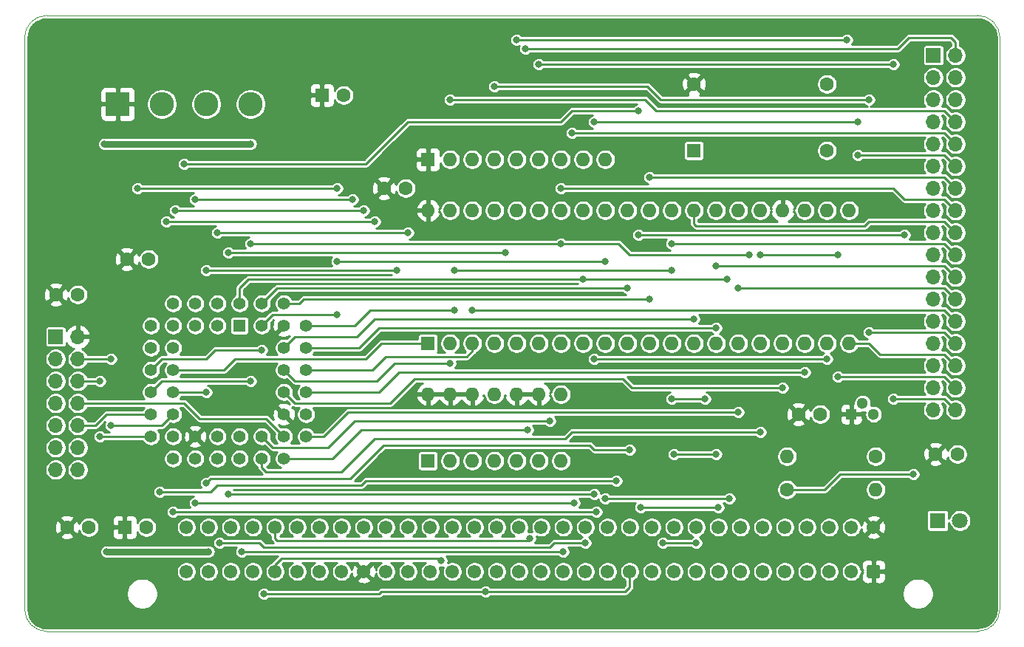
<source format=gbr>
%TF.GenerationSoftware,KiCad,Pcbnew,(5.1.10)-1*%
%TF.CreationDate,2021-05-24T14:39:04+01:00*%
%TF.ProjectId,FloppyDiskController,466c6f70-7079-4446-9973-6b436f6e7472,rev?*%
%TF.SameCoordinates,Original*%
%TF.FileFunction,Copper,L1,Top*%
%TF.FilePolarity,Positive*%
%FSLAX46Y46*%
G04 Gerber Fmt 4.6, Leading zero omitted, Abs format (unit mm)*
G04 Created by KiCad (PCBNEW (5.1.10)-1) date 2021-05-24 14:39:04*
%MOMM*%
%LPD*%
G01*
G04 APERTURE LIST*
%TA.AperFunction,Profile*%
%ADD10C,0.050000*%
%TD*%
%TA.AperFunction,ComponentPad*%
%ADD11C,2.780000*%
%TD*%
%TA.AperFunction,ComponentPad*%
%ADD12R,2.780000X2.780000*%
%TD*%
%TA.AperFunction,ComponentPad*%
%ADD13C,1.600000*%
%TD*%
%TA.AperFunction,ComponentPad*%
%ADD14R,1.600000X1.600000*%
%TD*%
%TA.AperFunction,ComponentPad*%
%ADD15O,1.600000X1.600000*%
%TD*%
%TA.AperFunction,ComponentPad*%
%ADD16C,1.422400*%
%TD*%
%TA.AperFunction,ComponentPad*%
%ADD17R,1.422400X1.422400*%
%TD*%
%TA.AperFunction,ComponentPad*%
%ADD18R,1.300000X1.300000*%
%TD*%
%TA.AperFunction,ComponentPad*%
%ADD19C,1.300000*%
%TD*%
%TA.AperFunction,ComponentPad*%
%ADD20O,1.700000X1.700000*%
%TD*%
%TA.AperFunction,ComponentPad*%
%ADD21R,1.700000X1.700000*%
%TD*%
%TA.AperFunction,ComponentPad*%
%ADD22C,1.550000*%
%TD*%
%TA.AperFunction,ComponentPad*%
%ADD23C,1.800000*%
%TD*%
%TA.AperFunction,ComponentPad*%
%ADD24R,1.800000X1.800000*%
%TD*%
%TA.AperFunction,ViaPad*%
%ADD25C,0.800000*%
%TD*%
%TA.AperFunction,Conductor*%
%ADD26C,0.800000*%
%TD*%
%TA.AperFunction,Conductor*%
%ADD27C,0.250000*%
%TD*%
%TA.AperFunction,Conductor*%
%ADD28C,0.254000*%
%TD*%
%TA.AperFunction,Conductor*%
%ADD29C,0.150000*%
%TD*%
G04 APERTURE END LIST*
D10*
X86360000Y-66040000D02*
X86360000Y-58928000D01*
X104140000Y-56388000D02*
X88900000Y-56388000D01*
X104140000Y-127000000D02*
X88900000Y-127000000D01*
X195580000Y-56388000D02*
X104140000Y-56388000D01*
X198120000Y-66294000D02*
X198120000Y-58928000D01*
X198120000Y-124460000D02*
G75*
G02*
X195580000Y-127000000I-2540000J0D01*
G01*
X195580000Y-56388000D02*
G75*
G02*
X198120000Y-58928000I0J-2540000D01*
G01*
X86360000Y-58928000D02*
G75*
G02*
X88900000Y-56388000I2540000J0D01*
G01*
X88900000Y-127000000D02*
G75*
G02*
X86360000Y-124460000I0J2540000D01*
G01*
X86360000Y-66040000D02*
X86360000Y-124460000D01*
X198120000Y-124460000D02*
X198120000Y-66294000D01*
X104140000Y-127000000D02*
X195580000Y-127000000D01*
D11*
%TO.P,J4,4*%
%TO.N,+12V*%
X112268000Y-66548000D03*
%TO.P,J4,3*%
%TO.N,GND*%
X107188000Y-66548000D03*
%TO.P,J4,2*%
X102108000Y-66548000D03*
D12*
%TO.P,J4,1*%
%TO.N,+5V*%
X97028000Y-66548000D03*
%TD*%
D13*
%TO.P,C8,2*%
%TO.N,GND*%
X100330000Y-115062000D03*
D14*
%TO.P,C8,1*%
%TO.N,+5V*%
X97830000Y-115062000D03*
%TD*%
D13*
%TO.P,C7,2*%
%TO.N,GND*%
X122936000Y-65532000D03*
D14*
%TO.P,C7,1*%
%TO.N,+5V*%
X120436000Y-65532000D03*
%TD*%
D13*
%TO.P,X1,7*%
%TO.N,GND*%
X178308000Y-71882000D03*
%TO.P,X1,8*%
%TO.N,CLK16M*%
X178308000Y-64262000D03*
%TO.P,X1,14*%
%TO.N,+5V*%
X163068000Y-64262000D03*
D14*
%TO.P,X1,1*%
%TO.N,Net-(X1-Pad1)*%
X163068000Y-71882000D03*
%TD*%
D15*
%TO.P,U3,40*%
%TO.N,+5V*%
X132588000Y-78740000D03*
%TO.P,U3,20*%
%TO.N,Net-(J3-Pad30)*%
X180848000Y-93980000D03*
%TO.P,U3,39*%
%TO.N,Net-(J3-Pad8)*%
X135128000Y-78740000D03*
%TO.P,U3,19*%
%TO.N,FDC_RST*%
X178308000Y-93980000D03*
%TO.P,U3,38*%
%TO.N,Net-(J3-Pad26)*%
X137668000Y-78740000D03*
%TO.P,U3,18*%
%TO.N,CCR*%
X175768000Y-93980000D03*
%TO.P,U3,37*%
%TO.N,Net-(J3-Pad28)*%
X140208000Y-78740000D03*
%TO.P,U3,17*%
%TO.N,DOR*%
X173228000Y-93980000D03*
%TO.P,U3,36*%
%TO.N,Net-(J3-Pad2)*%
X142748000Y-78740000D03*
%TO.P,U3,16*%
%TO.N,FDC_IRQ*%
X170688000Y-93980000D03*
%TO.P,U3,35*%
%TO.N,Net-(U3-Pad35)*%
X145288000Y-78740000D03*
%TO.P,U3,15*%
%TO.N,DMA*%
X168148000Y-93980000D03*
%TO.P,U3,34*%
%TO.N,Net-(J3-Pad16)*%
X147828000Y-78740000D03*
%TO.P,U3,14*%
%TO.N,/D7*%
X165608000Y-93980000D03*
%TO.P,U3,33*%
%TO.N,Net-(J3-Pad10)*%
X150368000Y-78740000D03*
%TO.P,U3,13*%
%TO.N,/D6*%
X163068000Y-93980000D03*
%TO.P,U3,32*%
%TO.N,Net-(J3-Pad12)*%
X152908000Y-78740000D03*
%TO.P,U3,12*%
%TO.N,/D5*%
X160528000Y-93980000D03*
%TO.P,U3,31*%
%TO.N,GND*%
X155448000Y-78740000D03*
%TO.P,U3,11*%
%TO.N,/D4*%
X157988000Y-93980000D03*
%TO.P,U3,30*%
%TO.N,Net-(J3-Pad14)*%
X157988000Y-78740000D03*
%TO.P,U3,10*%
%TO.N,/D3*%
X155448000Y-93980000D03*
%TO.P,U3,29*%
%TO.N,Net-(J3-Pad20)*%
X160528000Y-78740000D03*
%TO.P,U3,9*%
%TO.N,/D2*%
X152908000Y-93980000D03*
%TO.P,U3,28*%
%TO.N,Net-(J3-Pad18)*%
X163068000Y-78740000D03*
%TO.P,U3,8*%
%TO.N,/D1*%
X150368000Y-93980000D03*
%TO.P,U3,27*%
%TO.N,Net-(J3-Pad22)*%
X165608000Y-78740000D03*
%TO.P,U3,7*%
%TO.N,/D0*%
X147828000Y-93980000D03*
%TO.P,U3,26*%
%TO.N,Net-(J3-Pad24)*%
X168148000Y-78740000D03*
%TO.P,U3,6*%
%TO.N,TC*%
X145288000Y-93980000D03*
%TO.P,U3,25*%
%TO.N,Net-(J3-Pad32)*%
X170688000Y-78740000D03*
%TO.P,U3,5*%
%TO.N,DACK*%
X142748000Y-93980000D03*
%TO.P,U3,24*%
%TO.N,+5V*%
X173228000Y-78740000D03*
%TO.P,U3,4*%
%TO.N,/A1*%
X140208000Y-93980000D03*
%TO.P,U3,23*%
%TO.N,CLK16M*%
X175768000Y-78740000D03*
%TO.P,U3,3*%
%TO.N,FDC_CS*%
X137668000Y-93980000D03*
%TO.P,U3,22*%
%TO.N,GND*%
X178308000Y-78740000D03*
%TO.P,U3,2*%
%TO.N,WR*%
X135128000Y-93980000D03*
%TO.P,U3,21*%
%TO.N,GND*%
X180848000Y-78740000D03*
D14*
%TO.P,U3,1*%
%TO.N,RD*%
X132588000Y-93980000D03*
%TD*%
D16*
%TO.P,U2,39*%
%TO.N,/D5*%
X118618000Y-91948000D03*
%TO.P,U2,37*%
%TO.N,/D7*%
X118618000Y-94488000D03*
%TO.P,U2,35*%
%TO.N,FDC_CS*%
X118618000Y-97028000D03*
%TO.P,U2,33*%
%TO.N,CCR*%
X118618000Y-99568000D03*
%TO.P,U2,31*%
%TO.N,GND*%
X118618000Y-102108000D03*
%TO.P,U2,40*%
%TO.N,/D4*%
X116078000Y-89408000D03*
%TO.P,U2,38*%
%TO.N,/D6*%
X116078000Y-94488000D03*
%TO.P,U2,36*%
%TO.N,WR*%
X116078000Y-97028000D03*
%TO.P,U2,34*%
%TO.N,DOR*%
X116078000Y-99568000D03*
%TO.P,U2,32*%
%TO.N,+5V*%
X116078000Y-102108000D03*
%TO.P,U2,30*%
%TO.N,Net-(J2-Pad8)*%
X116078000Y-104648000D03*
%TO.P,U2,28*%
%TO.N,DACK*%
X116078000Y-107188000D03*
%TO.P,U2,26*%
%TO.N,FDC_IRQ*%
X113538000Y-107188000D03*
%TO.P,U2,24*%
%TO.N,/A7*%
X110998000Y-107188000D03*
%TO.P,U2,22*%
%TO.N,/A6*%
X108458000Y-107188000D03*
%TO.P,U2,20*%
%TO.N,/A5*%
X105918000Y-107188000D03*
%TO.P,U2,18*%
%TO.N,/A3*%
X103378000Y-107188000D03*
%TO.P,U2,29*%
%TO.N,DMA*%
X118618000Y-104648000D03*
%TO.P,U2,27*%
%TO.N,TC*%
X113538000Y-104648000D03*
%TO.P,U2,25*%
%TO.N,FDC_RST*%
X110998000Y-104648000D03*
%TO.P,U2,23*%
%TO.N,GND*%
X108458000Y-104648000D03*
%TO.P,U2,21*%
%TO.N,+5V*%
X105918000Y-104648000D03*
%TO.P,U2,19*%
%TO.N,/A4*%
X103378000Y-104648000D03*
%TO.P,U2,17*%
%TO.N,Net-(J2-Pad6)*%
X100838000Y-104648000D03*
%TO.P,U2,15*%
%TO.N,Net-(J2-Pad10)*%
X100838000Y-102108000D03*
%TO.P,U2,13*%
%TO.N,/A1*%
X100838000Y-99568000D03*
%TO.P,U2,11*%
%TO.N,CS_DATA*%
X100838000Y-97028000D03*
%TO.P,U2,9*%
%TO.N,CS_REG*%
X100838000Y-94488000D03*
%TO.P,U2,7*%
%TO.N,UDS*%
X100838000Y-91948000D03*
%TO.P,U2,16*%
%TO.N,Net-(J2-Pad4)*%
X103378000Y-102108000D03*
%TO.P,U2,14*%
%TO.N,/A2*%
X103378000Y-99568000D03*
%TO.P,U2,12*%
%TO.N,RD*%
X103378000Y-97028000D03*
%TO.P,U2,10*%
%TO.N,GND*%
X103378000Y-94488000D03*
%TO.P,U2,8*%
%TO.N,LED*%
X103378000Y-91948000D03*
%TO.P,U2,42*%
%TO.N,/D3*%
X113538000Y-89408000D03*
%TO.P,U2,44*%
%TO.N,/D1*%
X110998000Y-89408000D03*
%TO.P,U2,6*%
%TO.N,RW*%
X103378000Y-89408000D03*
%TO.P,U2,4*%
%TO.N,RESET*%
X105918000Y-89408000D03*
%TO.P,U2,2*%
%TO.N,IRQ*%
X108458000Y-89408000D03*
%TO.P,U2,41*%
%TO.N,+5V*%
X116078000Y-91948000D03*
%TO.P,U2,43*%
%TO.N,/D2*%
X113538000Y-91948000D03*
%TO.P,U2,5*%
%TO.N,Net-(J1-PadC23)*%
X105918000Y-91948000D03*
%TO.P,U2,3*%
%TO.N,ACK*%
X108458000Y-91948000D03*
D17*
%TO.P,U2,1*%
%TO.N,/D0*%
X110998000Y-91948000D03*
%TD*%
D15*
%TO.P,U1,14*%
%TO.N,+5V*%
X132588000Y-99822000D03*
%TO.P,U1,7*%
%TO.N,GND*%
X147828000Y-107442000D03*
%TO.P,U1,13*%
%TO.N,+5V*%
X135128000Y-99822000D03*
%TO.P,U1,6*%
%TO.N,Net-(J1-PadC28)*%
X145288000Y-107442000D03*
%TO.P,U1,12*%
%TO.N,+5V*%
X137668000Y-99822000D03*
%TO.P,U1,5*%
%TO.N,GND*%
X142748000Y-107442000D03*
%TO.P,U1,11*%
%TO.N,Net-(U1-Pad11)*%
X140208000Y-99822000D03*
%TO.P,U1,4*%
%TO.N,ACK*%
X140208000Y-107442000D03*
%TO.P,U1,10*%
%TO.N,+5V*%
X142748000Y-99822000D03*
%TO.P,U1,3*%
%TO.N,Net-(J1-PadA28)*%
X137668000Y-107442000D03*
%TO.P,U1,9*%
%TO.N,+5V*%
X145288000Y-99822000D03*
%TO.P,U1,2*%
%TO.N,GND*%
X135128000Y-107442000D03*
%TO.P,U1,8*%
%TO.N,Net-(U1-Pad8)*%
X147828000Y-99822000D03*
D14*
%TO.P,U1,1*%
%TO.N,IRQ*%
X132588000Y-107442000D03*
%TD*%
D15*
%TO.P,RN1,9*%
%TO.N,Net-(RN1-Pad9)*%
X152908000Y-72898000D03*
%TO.P,RN1,8*%
%TO.N,Net-(RN1-Pad8)*%
X150368000Y-72898000D03*
%TO.P,RN1,7*%
%TO.N,Net-(RN1-Pad7)*%
X147828000Y-72898000D03*
%TO.P,RN1,6*%
%TO.N,Net-(J3-Pad34)*%
X145288000Y-72898000D03*
%TO.P,RN1,5*%
%TO.N,Net-(J3-Pad30)*%
X142748000Y-72898000D03*
%TO.P,RN1,4*%
%TO.N,Net-(J3-Pad28)*%
X140208000Y-72898000D03*
%TO.P,RN1,3*%
%TO.N,Net-(J3-Pad26)*%
X137668000Y-72898000D03*
%TO.P,RN1,2*%
%TO.N,Net-(J3-Pad8)*%
X135128000Y-72898000D03*
D14*
%TO.P,RN1,1*%
%TO.N,+5V*%
X132588000Y-72898000D03*
%TD*%
D15*
%TO.P,R2,2*%
%TO.N,GND*%
X173736000Y-106934000D03*
D13*
%TO.P,R2,1*%
%TO.N,Net-(D1-Pad1)*%
X183896000Y-106934000D03*
%TD*%
D15*
%TO.P,R1,2*%
%TO.N,Net-(Q1-Pad2)*%
X183896000Y-110744000D03*
D13*
%TO.P,R1,1*%
%TO.N,LED*%
X173736000Y-110744000D03*
%TD*%
D18*
%TO.P,Q1,1*%
%TO.N,+5V*%
X181102000Y-102108000D03*
D19*
%TO.P,Q1,3*%
%TO.N,Net-(D1-Pad2)*%
X183642000Y-102108000D03*
%TO.P,Q1,2*%
%TO.N,Net-(Q1-Pad2)*%
X182372000Y-100838000D03*
%TD*%
D20*
%TO.P,J3,34*%
%TO.N,Net-(J3-Pad34)*%
X193040000Y-101600000D03*
%TO.P,J3,33*%
%TO.N,GND*%
X190500000Y-101600000D03*
%TO.P,J3,32*%
%TO.N,Net-(J3-Pad32)*%
X193040000Y-99060000D03*
%TO.P,J3,31*%
%TO.N,GND*%
X190500000Y-99060000D03*
%TO.P,J3,30*%
%TO.N,Net-(J3-Pad30)*%
X193040000Y-96520000D03*
%TO.P,J3,29*%
%TO.N,GND*%
X190500000Y-96520000D03*
%TO.P,J3,28*%
%TO.N,Net-(J3-Pad28)*%
X193040000Y-93980000D03*
%TO.P,J3,27*%
%TO.N,GND*%
X190500000Y-93980000D03*
%TO.P,J3,26*%
%TO.N,Net-(J3-Pad26)*%
X193040000Y-91440000D03*
%TO.P,J3,25*%
%TO.N,GND*%
X190500000Y-91440000D03*
%TO.P,J3,24*%
%TO.N,Net-(J3-Pad24)*%
X193040000Y-88900000D03*
%TO.P,J3,23*%
%TO.N,GND*%
X190500000Y-88900000D03*
%TO.P,J3,22*%
%TO.N,Net-(J3-Pad22)*%
X193040000Y-86360000D03*
%TO.P,J3,21*%
%TO.N,GND*%
X190500000Y-86360000D03*
%TO.P,J3,20*%
%TO.N,Net-(J3-Pad20)*%
X193040000Y-83820000D03*
%TO.P,J3,19*%
%TO.N,GND*%
X190500000Y-83820000D03*
%TO.P,J3,18*%
%TO.N,Net-(J3-Pad18)*%
X193040000Y-81280000D03*
%TO.P,J3,17*%
%TO.N,GND*%
X190500000Y-81280000D03*
%TO.P,J3,16*%
%TO.N,Net-(J3-Pad16)*%
X193040000Y-78740000D03*
%TO.P,J3,15*%
%TO.N,GND*%
X190500000Y-78740000D03*
%TO.P,J3,14*%
%TO.N,Net-(J3-Pad14)*%
X193040000Y-76200000D03*
%TO.P,J3,13*%
%TO.N,GND*%
X190500000Y-76200000D03*
%TO.P,J3,12*%
%TO.N,Net-(J3-Pad12)*%
X193040000Y-73660000D03*
%TO.P,J3,11*%
%TO.N,GND*%
X190500000Y-73660000D03*
%TO.P,J3,10*%
%TO.N,Net-(J3-Pad10)*%
X193040000Y-71120000D03*
%TO.P,J3,9*%
%TO.N,GND*%
X190500000Y-71120000D03*
%TO.P,J3,8*%
%TO.N,Net-(J3-Pad8)*%
X193040000Y-68580000D03*
%TO.P,J3,7*%
%TO.N,GND*%
X190500000Y-68580000D03*
%TO.P,J3,6*%
%TO.N,Net-(J3-Pad6)*%
X193040000Y-66040000D03*
%TO.P,J3,5*%
%TO.N,GND*%
X190500000Y-66040000D03*
%TO.P,J3,4*%
%TO.N,Net-(J3-Pad4)*%
X193040000Y-63500000D03*
%TO.P,J3,3*%
%TO.N,GND*%
X190500000Y-63500000D03*
%TO.P,J3,2*%
%TO.N,Net-(J3-Pad2)*%
X193040000Y-60960000D03*
D21*
%TO.P,J3,1*%
%TO.N,GND*%
X190500000Y-60960000D03*
%TD*%
D20*
%TO.P,J2,14*%
%TO.N,Net-(J2-Pad14)*%
X92456000Y-108458000D03*
%TO.P,J2,13*%
%TO.N,Net-(J2-Pad13)*%
X89916000Y-108458000D03*
%TO.P,J2,12*%
%TO.N,Net-(J2-Pad12)*%
X92456000Y-105918000D03*
%TO.P,J2,11*%
%TO.N,GND*%
X89916000Y-105918000D03*
%TO.P,J2,10*%
%TO.N,Net-(J2-Pad10)*%
X92456000Y-103378000D03*
%TO.P,J2,9*%
%TO.N,GND*%
X89916000Y-103378000D03*
%TO.P,J2,8*%
%TO.N,Net-(J2-Pad8)*%
X92456000Y-100838000D03*
%TO.P,J2,7*%
%TO.N,GND*%
X89916000Y-100838000D03*
%TO.P,J2,6*%
%TO.N,Net-(J2-Pad6)*%
X92456000Y-98298000D03*
%TO.P,J2,5*%
%TO.N,GND*%
X89916000Y-98298000D03*
%TO.P,J2,4*%
%TO.N,Net-(J2-Pad4)*%
X92456000Y-95758000D03*
%TO.P,J2,3*%
%TO.N,GND*%
X89916000Y-95758000D03*
%TO.P,J2,2*%
%TO.N,+5V*%
X92456000Y-93218000D03*
D21*
%TO.P,J2,1*%
%TO.N,Net-(J2-Pad1)*%
X89916000Y-93218000D03*
%TD*%
D22*
%TO.P,J1,C32*%
%TO.N,GND*%
X104902000Y-115062000D03*
%TO.P,J1,C31*%
%TO.N,+12V*%
X107442000Y-115062000D03*
%TO.P,J1,C30*%
%TO.N,Net-(J1-PadC30)*%
X109982000Y-115062000D03*
%TO.P,J1,C29*%
%TO.N,GND*%
X112522000Y-115062000D03*
%TO.P,J1,C28*%
%TO.N,Net-(J1-PadC28)*%
X115062000Y-115062000D03*
%TO.P,J1,C27*%
%TO.N,CS_DATA*%
X117602000Y-115062000D03*
%TO.P,J1,C26*%
%TO.N,RESET*%
X120142000Y-115062000D03*
%TO.P,J1,C25*%
%TO.N,UDS*%
X122682000Y-115062000D03*
%TO.P,J1,C24*%
%TO.N,GND*%
X125222000Y-115062000D03*
%TO.P,J1,C23*%
%TO.N,Net-(J1-PadC23)*%
X127762000Y-115062000D03*
%TO.P,J1,C22*%
%TO.N,Net-(J1-PadC22)*%
X130302000Y-115062000D03*
%TO.P,J1,C21*%
%TO.N,Net-(J1-PadC21)*%
X132842000Y-115062000D03*
%TO.P,J1,C20*%
%TO.N,Net-(J1-PadC20)*%
X135382000Y-115062000D03*
%TO.P,J1,C19*%
%TO.N,Net-(J1-PadC19)*%
X137922000Y-115062000D03*
%TO.P,J1,C18*%
%TO.N,Net-(J1-PadC18)*%
X140462000Y-115062000D03*
%TO.P,J1,C17*%
%TO.N,Net-(J1-PadC17)*%
X143002000Y-115062000D03*
%TO.P,J1,C16*%
%TO.N,Net-(J1-PadC16)*%
X145542000Y-115062000D03*
%TO.P,J1,C15*%
%TO.N,Net-(J1-PadC15)*%
X148082000Y-115062000D03*
%TO.P,J1,C14*%
%TO.N,/A6*%
X150622000Y-115062000D03*
%TO.P,J1,C13*%
%TO.N,/A4*%
X153162000Y-115062000D03*
%TO.P,J1,C12*%
%TO.N,/A2*%
X155702000Y-115062000D03*
%TO.P,J1,C11*%
%TO.N,GND*%
X158242000Y-115062000D03*
%TO.P,J1,C10*%
%TO.N,/D7*%
X160782000Y-115062000D03*
%TO.P,J1,C9*%
%TO.N,/D5*%
X163322000Y-115062000D03*
%TO.P,J1,C8*%
%TO.N,/D3*%
X165862000Y-115062000D03*
%TO.P,J1,C7*%
%TO.N,/D1*%
X168402000Y-115062000D03*
%TO.P,J1,C6*%
%TO.N,Net-(J1-PadC6)*%
X170942000Y-115062000D03*
%TO.P,J1,C5*%
%TO.N,Net-(J1-PadC5)*%
X173482000Y-115062000D03*
%TO.P,J1,C4*%
%TO.N,Net-(J1-PadC4)*%
X176022000Y-115062000D03*
%TO.P,J1,C3*%
%TO.N,Net-(J1-PadC3)*%
X178562000Y-115062000D03*
%TO.P,J1,C2*%
%TO.N,Net-(J1-PadC2)*%
X181102000Y-115062000D03*
%TO.P,J1,C1*%
%TO.N,+5V*%
X183642000Y-115062000D03*
%TO.P,J1,A32*%
%TO.N,GND*%
X104902000Y-120142000D03*
%TO.P,J1,A31*%
%TO.N,+12V*%
X107442000Y-120142000D03*
%TO.P,J1,A30*%
%TO.N,Net-(J1-PadA30)*%
X109982000Y-120142000D03*
%TO.P,J1,A29*%
%TO.N,Net-(J1-PadA29)*%
X112522000Y-120142000D03*
%TO.P,J1,A28*%
%TO.N,Net-(J1-PadA28)*%
X115062000Y-120142000D03*
%TO.P,J1,A27*%
%TO.N,CS_REG*%
X117602000Y-120142000D03*
%TO.P,J1,A26*%
%TO.N,RW*%
X120142000Y-120142000D03*
%TO.P,J1,A25*%
%TO.N,Net-(J1-PadA25)*%
X122682000Y-120142000D03*
%TO.P,J1,A24*%
%TO.N,+5V*%
X125222000Y-120142000D03*
%TO.P,J1,A23*%
%TO.N,Net-(J1-PadA23)*%
X127762000Y-120142000D03*
%TO.P,J1,A22*%
%TO.N,Net-(J1-PadA22)*%
X130302000Y-120142000D03*
%TO.P,J1,A21*%
%TO.N,Net-(J1-PadA21)*%
X132842000Y-120142000D03*
%TO.P,J1,A20*%
%TO.N,Net-(J1-PadA20)*%
X135382000Y-120142000D03*
%TO.P,J1,A19*%
%TO.N,Net-(J1-PadA19)*%
X137922000Y-120142000D03*
%TO.P,J1,A18*%
%TO.N,Net-(J1-PadA18)*%
X140462000Y-120142000D03*
%TO.P,J1,A17*%
%TO.N,Net-(J1-PadA17)*%
X143002000Y-120142000D03*
%TO.P,J1,A16*%
%TO.N,Net-(J1-PadA16)*%
X145542000Y-120142000D03*
%TO.P,J1,A15*%
%TO.N,/A7*%
X148082000Y-120142000D03*
%TO.P,J1,A14*%
%TO.N,/A5*%
X150622000Y-120142000D03*
%TO.P,J1,A13*%
%TO.N,/A3*%
X153162000Y-120142000D03*
%TO.P,J1,A12*%
%TO.N,/A1*%
X155702000Y-120142000D03*
%TO.P,J1,A11*%
%TO.N,GND*%
X158242000Y-120142000D03*
%TO.P,J1,A10*%
%TO.N,/D6*%
X160782000Y-120142000D03*
%TO.P,J1,A9*%
%TO.N,/D4*%
X163322000Y-120142000D03*
%TO.P,J1,A8*%
%TO.N,/D2*%
X165862000Y-120142000D03*
%TO.P,J1,A7*%
%TO.N,/D0*%
X168402000Y-120142000D03*
%TO.P,J1,A6*%
%TO.N,Net-(J1-PadA6)*%
X170942000Y-120142000D03*
%TO.P,J1,A5*%
%TO.N,Net-(J1-PadA5)*%
X173482000Y-120142000D03*
%TO.P,J1,A4*%
%TO.N,Net-(J1-PadA4)*%
X176022000Y-120142000D03*
%TO.P,J1,A3*%
%TO.N,Net-(J1-PadA3)*%
X178562000Y-120142000D03*
%TO.P,J1,A2*%
%TO.N,GND*%
X181102000Y-120142000D03*
%TO.P,J1,A1*%
%TO.N,+5V*%
%TA.AperFunction,ComponentPad*%
G36*
G01*
X184417000Y-119616999D02*
X184417000Y-120667001D01*
G75*
G02*
X184167001Y-120917000I-249999J0D01*
G01*
X183116999Y-120917000D01*
G75*
G02*
X182867000Y-120667001I0J249999D01*
G01*
X182867000Y-119616999D01*
G75*
G02*
X183116999Y-119367000I249999J0D01*
G01*
X184167001Y-119367000D01*
G75*
G02*
X184417000Y-119616999I0J-249999D01*
G01*
G37*
%TD.AperFunction*%
%TD*%
D23*
%TO.P,D1,2*%
%TO.N,Net-(D1-Pad2)*%
X193548000Y-114300000D03*
D24*
%TO.P,D1,1*%
%TO.N,Net-(D1-Pad1)*%
X191008000Y-114300000D03*
%TD*%
D13*
%TO.P,C6,2*%
%TO.N,GND*%
X92456000Y-88392000D03*
%TO.P,C6,1*%
%TO.N,+5V*%
X89956000Y-88392000D03*
%TD*%
%TO.P,C5,2*%
%TO.N,GND*%
X130048000Y-76200000D03*
%TO.P,C5,1*%
%TO.N,+5V*%
X127548000Y-76200000D03*
%TD*%
%TO.P,C4,2*%
%TO.N,GND*%
X177546000Y-102108000D03*
%TO.P,C4,1*%
%TO.N,+5V*%
X175046000Y-102108000D03*
%TD*%
%TO.P,C3,2*%
%TO.N,GND*%
X193254000Y-106680000D03*
%TO.P,C3,1*%
%TO.N,+5V*%
X190754000Y-106680000D03*
%TD*%
%TO.P,C2,2*%
%TO.N,GND*%
X93726000Y-115062000D03*
%TO.P,C2,1*%
%TO.N,+5V*%
X91226000Y-115062000D03*
%TD*%
%TO.P,C1,2*%
%TO.N,GND*%
X100584000Y-84328000D03*
%TO.P,C1,1*%
%TO.N,+5V*%
X98084000Y-84328000D03*
%TD*%
D25*
%TO.N,+12V*%
X107442000Y-117856000D03*
X95758000Y-117856000D03*
X95504000Y-71120000D03*
X112268000Y-71120000D03*
%TO.N,Net-(J1-PadC28)*%
X144272000Y-116332000D03*
%TO.N,CS_DATA*%
X113538000Y-94742000D03*
%TO.N,UDS*%
X102616000Y-80009996D03*
X126492000Y-80010000D03*
%TO.N,Net-(J1-PadC23)*%
X107188000Y-85598000D03*
X129032000Y-85598000D03*
%TO.N,/A6*%
X108712000Y-116840000D03*
X150622000Y-116840000D03*
%TO.N,/A2*%
X107188000Y-109982000D03*
X107188000Y-99568000D03*
X155702000Y-106172000D03*
%TO.N,/D7*%
X160782000Y-106680000D03*
X165608000Y-106680000D03*
X165608000Y-92202000D03*
%TO.N,/D5*%
X135636000Y-90170000D03*
X135636000Y-85598000D03*
X160528000Y-85598000D03*
X164338000Y-100330000D03*
X160528000Y-100330000D03*
%TO.N,/D3*%
X156972000Y-112776000D03*
X165862000Y-112776000D03*
X155448000Y-87630000D03*
%TO.N,/D1*%
X150368000Y-86614000D03*
X166878000Y-86614000D03*
%TO.N,Net-(J1-PadA28)*%
X134112000Y-118872000D03*
%TO.N,CS_REG*%
X122174000Y-76200000D03*
X99314000Y-76200000D03*
%TO.N,RW*%
X103632000Y-78740000D03*
X125222000Y-78740000D03*
%TO.N,/A7*%
X111252000Y-117856000D03*
X148082000Y-117856000D03*
%TO.N,/A5*%
X149352000Y-112268000D03*
X105918000Y-112268000D03*
%TO.N,/A3*%
X103378000Y-113284000D03*
X151892000Y-113284000D03*
%TO.N,/A1*%
X139192000Y-122428000D03*
X113792000Y-122682000D03*
X112268000Y-98298000D03*
%TO.N,/D6*%
X163068000Y-91186000D03*
%TO.N,/D4*%
X159512000Y-116840000D03*
X163322000Y-116840000D03*
X157988000Y-88900000D03*
%TO.N,/D2*%
X152908000Y-111760000D03*
X167132000Y-111760000D03*
X152908000Y-84582000D03*
X122174006Y-84582000D03*
X122174000Y-90678000D03*
%TO.N,/D0*%
X147828000Y-82550000D03*
X112268000Y-82550000D03*
X169418000Y-83820000D03*
%TO.N,Net-(J2-Pad6)*%
X94996000Y-98298000D03*
X94996000Y-104648000D03*
%TO.N,Net-(J2-Pad4)*%
X96266000Y-95758000D03*
X96266000Y-103378000D03*
%TO.N,Net-(J3-Pad34)*%
X185928000Y-100330000D03*
X185928000Y-61976000D03*
X145288000Y-61976000D03*
%TO.N,Net-(J3-Pad32)*%
X179578000Y-83820000D03*
X170688000Y-83820000D03*
X179578000Y-97790000D03*
%TO.N,Net-(J3-Pad30)*%
X180594000Y-59182000D03*
X142748000Y-59182000D03*
%TO.N,Net-(J3-Pad28)*%
X183134000Y-92710000D03*
X183134000Y-66040000D03*
X140208000Y-64516000D03*
%TO.N,Net-(J3-Pad26)*%
X137668000Y-90170000D03*
%TO.N,Net-(J3-Pad24)*%
X168148000Y-87630000D03*
%TO.N,Net-(J3-Pad22)*%
X165608000Y-85090000D03*
%TO.N,Net-(J3-Pad20)*%
X160528000Y-82550000D03*
%TO.N,Net-(J3-Pad16)*%
X147828000Y-76200000D03*
%TO.N,Net-(J3-Pad14)*%
X157988000Y-74930000D03*
%TO.N,Net-(J3-Pad12)*%
X181864000Y-72390000D03*
X181864000Y-68580000D03*
X151638000Y-68580012D03*
%TO.N,Net-(J3-Pad10)*%
X149098000Y-69850000D03*
%TO.N,Net-(J3-Pad8)*%
X135128000Y-66040000D03*
%TO.N,Net-(J3-Pad2)*%
X143764000Y-60198000D03*
%TO.N,LED*%
X188214000Y-108966000D03*
X187198000Y-81534000D03*
X156718000Y-81534000D03*
X156718000Y-67310000D03*
X104648000Y-73406000D03*
%TO.N,ACK*%
X109728000Y-83566000D03*
X141478004Y-83565996D03*
%TO.N,IRQ*%
X108458000Y-81280000D03*
X130302000Y-81280000D03*
%TO.N,CCR*%
X175768000Y-97282000D03*
%TO.N,WR*%
X135128006Y-96266000D03*
%TO.N,DOR*%
X173228000Y-99060000D03*
%TO.N,DACK*%
X144018000Y-103885998D03*
%TO.N,FDC_IRQ*%
X170688000Y-104140000D03*
%TO.N,DMA*%
X168147991Y-101854000D03*
%TO.N,TC*%
X146558000Y-102869998D03*
%TO.N,FDC_RST*%
X151638000Y-111252000D03*
X178308000Y-95758000D03*
X151638000Y-95757998D03*
X109728000Y-111252000D03*
%TO.N,RESET*%
X123952000Y-77470000D03*
X105918000Y-77469990D03*
%TO.N,/A4*%
X154178000Y-109728000D03*
X101854000Y-110998000D03*
%TD*%
D26*
%TO.N,+12V*%
X107442000Y-117856000D02*
X95758000Y-117856000D01*
X95504000Y-71120000D02*
X112268000Y-71120000D01*
D27*
%TO.N,Net-(J1-PadC28)*%
X115062000Y-115062000D02*
X115062000Y-116332000D01*
X115062000Y-116332000D02*
X115316000Y-116586000D01*
X144018000Y-116586000D02*
X144272000Y-116332000D01*
X127254000Y-116586000D02*
X144018000Y-116586000D01*
X115316000Y-116586000D02*
X127254000Y-116586000D01*
%TO.N,CS_DATA*%
X102108000Y-95758000D02*
X100838000Y-97028000D01*
X107188000Y-95758000D02*
X102108000Y-95758000D01*
X108204000Y-94742000D02*
X107188000Y-95758000D01*
X113538000Y-94742000D02*
X108204000Y-94742000D01*
%TO.N,UDS*%
X102616000Y-80009996D02*
X126491996Y-80009996D01*
X126491996Y-80009996D02*
X126492000Y-80010000D01*
%TO.N,Net-(J1-PadC23)*%
X127762000Y-85598000D02*
X107188000Y-85598000D01*
X129032000Y-85598000D02*
X127762000Y-85598000D01*
%TO.N,/A6*%
X146558000Y-117348000D02*
X147066000Y-116840000D01*
X113792000Y-117348000D02*
X146558000Y-117348000D01*
X113284000Y-116840000D02*
X113792000Y-117348000D01*
X147066000Y-116840000D02*
X150622000Y-116840000D01*
X108712000Y-116840000D02*
X113284000Y-116840000D01*
%TO.N,/A2*%
X103378000Y-99568000D02*
X107188000Y-99568000D01*
X151638000Y-106172000D02*
X155702000Y-106172000D01*
X151130000Y-105664000D02*
X151638000Y-106172000D01*
X127508000Y-105664000D02*
X151130000Y-105664000D01*
X123698000Y-109474000D02*
X127508000Y-105664000D01*
X107696000Y-109474000D02*
X123698000Y-109474000D01*
X107188000Y-109982000D02*
X107696000Y-109474000D01*
%TO.N,/D7*%
X160782000Y-106680000D02*
X165608000Y-106680000D01*
X161798000Y-92202000D02*
X165608000Y-92202000D01*
X127000000Y-92202000D02*
X161798000Y-92202000D01*
X124714000Y-94488000D02*
X127000000Y-92202000D01*
X118618000Y-94488000D02*
X124714000Y-94488000D01*
%TO.N,/D5*%
X135636000Y-85598000D02*
X160528000Y-85598000D01*
X125984000Y-90170000D02*
X135636000Y-90170000D01*
X124206000Y-91948000D02*
X125984000Y-90170000D01*
X118618000Y-91948000D02*
X124206000Y-91948000D01*
X164338000Y-100330000D02*
X160528000Y-100330000D01*
%TO.N,/D3*%
X156972000Y-112776000D02*
X165862000Y-112776000D01*
X114554000Y-88392000D02*
X113538000Y-89408000D01*
X115316000Y-87630000D02*
X114554000Y-88392000D01*
X155448000Y-87630000D02*
X115316000Y-87630000D01*
%TO.N,/D1*%
X110998000Y-89408000D02*
X110998000Y-87630000D01*
X110998000Y-87630000D02*
X112014000Y-86614000D01*
X112014000Y-86614000D02*
X150368000Y-86614000D01*
X166878000Y-86614000D02*
X150368000Y-86614000D01*
%TO.N,Net-(J1-PadA28)*%
X115062000Y-120142000D02*
X115062000Y-119380000D01*
X115062000Y-119380000D02*
X115824000Y-118618000D01*
X133858000Y-118618000D02*
X134112000Y-118872000D01*
X115824000Y-118618000D02*
X133858000Y-118618000D01*
%TO.N,CS_REG*%
X122174000Y-76200000D02*
X99314000Y-76200000D01*
%TO.N,RW*%
X125222000Y-78740000D02*
X120904000Y-78740000D01*
X120904000Y-78740000D02*
X103632000Y-78740000D01*
%TO.N,/A7*%
X111252000Y-117856000D02*
X148082000Y-117856000D01*
%TO.N,/A5*%
X148786315Y-112268000D02*
X105918000Y-112268000D01*
X149352000Y-112268000D02*
X148786315Y-112268000D01*
%TO.N,/A3*%
X103378000Y-113284000D02*
X151892000Y-113284000D01*
%TO.N,/A1*%
X155702000Y-121920000D02*
X155702000Y-120142000D01*
X155194000Y-122428000D02*
X155702000Y-121920000D01*
X140462000Y-122428000D02*
X127254000Y-122428000D01*
X139192000Y-122428000D02*
X140462000Y-122428000D01*
X140462000Y-122428000D02*
X155194000Y-122428000D01*
X100838000Y-99568000D02*
X102108000Y-98298000D01*
X127000000Y-122682000D02*
X127254000Y-122428000D01*
X113792000Y-122682000D02*
X127000000Y-122682000D01*
X102108000Y-98298000D02*
X112268000Y-98298000D01*
%TO.N,/D6*%
X160782000Y-91186000D02*
X163068000Y-91186000D01*
X126492000Y-91186000D02*
X160782000Y-91186000D01*
X124460000Y-93218000D02*
X126492000Y-91186000D01*
X117348000Y-93218000D02*
X124460000Y-93218000D01*
X116078000Y-94488000D02*
X117348000Y-93218000D01*
%TO.N,/D4*%
X159512000Y-116840000D02*
X163322000Y-116840000D01*
X118364000Y-88900000D02*
X157988000Y-88900000D01*
X117856000Y-89408000D02*
X118364000Y-88900000D01*
X116078000Y-89408000D02*
X117856000Y-89408000D01*
%TO.N,/D2*%
X152908000Y-111760000D02*
X167132000Y-111760000D01*
X152908000Y-84582000D02*
X122174006Y-84582000D01*
X114808000Y-90678000D02*
X122174000Y-90678000D01*
X113538000Y-91948000D02*
X114808000Y-90678000D01*
%TO.N,/D0*%
X147828000Y-82550000D02*
X112268000Y-82550000D01*
X169418000Y-83820000D02*
X155702000Y-83820000D01*
X154432000Y-82550000D02*
X147828000Y-82550000D01*
X155702000Y-83820000D02*
X154432000Y-82550000D01*
%TO.N,Net-(J2-Pad10)*%
X95758000Y-102108000D02*
X100838000Y-102108000D01*
X94488000Y-103378000D02*
X95758000Y-102108000D01*
X92456000Y-103378000D02*
X94488000Y-103378000D01*
%TO.N,Net-(J2-Pad8)*%
X114046000Y-102616000D02*
X116078000Y-104648000D01*
X106426000Y-102616000D02*
X114046000Y-102616000D01*
X104648000Y-100838000D02*
X106426000Y-102616000D01*
X92456000Y-100838000D02*
X104648000Y-100838000D01*
%TO.N,Net-(J2-Pad6)*%
X92456000Y-98298000D02*
X94996000Y-98298000D01*
X94996000Y-104648000D02*
X100838000Y-104648000D01*
%TO.N,Net-(J2-Pad4)*%
X92456000Y-95758000D02*
X96266000Y-95758000D01*
X103378000Y-102108000D02*
X102108000Y-103378000D01*
X102108000Y-103378000D02*
X96266000Y-103378000D01*
%TO.N,Net-(J3-Pad34)*%
X193040000Y-101600000D02*
X192024000Y-100584000D01*
X191770000Y-100330000D02*
X185928000Y-100330000D01*
X192024000Y-100584000D02*
X191770000Y-100330000D01*
X185928000Y-61976000D02*
X145288000Y-61976000D01*
%TO.N,Net-(J3-Pad32)*%
X179578000Y-83820000D02*
X170688000Y-83820000D01*
X191770000Y-97790000D02*
X179578000Y-97790000D01*
X193040000Y-99060000D02*
X191770000Y-97790000D01*
%TO.N,Net-(J3-Pad30)*%
X183134000Y-93980000D02*
X180848000Y-93980000D01*
X184404000Y-95250000D02*
X183134000Y-93980000D01*
X191770000Y-95250000D02*
X184404000Y-95250000D01*
X193040000Y-96520000D02*
X191770000Y-95250000D01*
X180594000Y-59182000D02*
X142748000Y-59182000D01*
%TO.N,Net-(J3-Pad28)*%
X193040000Y-93980000D02*
X191770000Y-92710000D01*
X191770000Y-92710000D02*
X183134000Y-92710000D01*
X161036000Y-66040000D02*
X159258000Y-66040000D01*
X183134000Y-66040000D02*
X161036000Y-66040000D01*
X157734000Y-64516000D02*
X140208000Y-64516000D01*
X159258000Y-66040000D02*
X157734000Y-64516000D01*
%TO.N,Net-(J3-Pad26)*%
X193040000Y-91440000D02*
X191770000Y-90170000D01*
X191770000Y-90170000D02*
X137668000Y-90170000D01*
%TO.N,Net-(J3-Pad24)*%
X193040000Y-88900000D02*
X191770000Y-87630000D01*
X191770000Y-87630000D02*
X168148000Y-87630000D01*
%TO.N,Net-(J3-Pad22)*%
X193040000Y-86360000D02*
X191770000Y-85090000D01*
X191770000Y-85090000D02*
X165608000Y-85090000D01*
%TO.N,Net-(J3-Pad20)*%
X193040000Y-83820000D02*
X191770000Y-82550000D01*
X191770000Y-82550000D02*
X160528000Y-82550000D01*
%TO.N,Net-(J3-Pad18)*%
X163068000Y-80264000D02*
X163068000Y-78740000D01*
X163322000Y-80518000D02*
X163068000Y-80264000D01*
X182626000Y-80518000D02*
X163322000Y-80518000D01*
X183134000Y-80010000D02*
X182626000Y-80518000D01*
X191770000Y-80010000D02*
X183134000Y-80010000D01*
X193040000Y-81280000D02*
X191770000Y-80010000D01*
%TO.N,Net-(J3-Pad16)*%
X193040000Y-78740000D02*
X191770000Y-77470000D01*
X191770000Y-77470000D02*
X187198000Y-77470000D01*
X187198000Y-77470000D02*
X185928000Y-76200000D01*
X185928000Y-76200000D02*
X147828000Y-76200000D01*
%TO.N,Net-(J3-Pad14)*%
X193040000Y-76200000D02*
X191770000Y-74930000D01*
X191770000Y-74930000D02*
X157988000Y-74930000D01*
%TO.N,Net-(J3-Pad12)*%
X193040000Y-73660000D02*
X191770000Y-72390000D01*
X191770000Y-72390000D02*
X183896000Y-72390000D01*
X183896000Y-72390000D02*
X181864000Y-72390000D01*
X181864000Y-68580000D02*
X151638012Y-68580000D01*
X151638012Y-68580000D02*
X151638000Y-68580012D01*
%TO.N,Net-(J3-Pad10)*%
X193040000Y-71120000D02*
X191770000Y-69850000D01*
X191770000Y-69850000D02*
X149098000Y-69850000D01*
%TO.N,Net-(J3-Pad8)*%
X193040000Y-68580000D02*
X191770000Y-67310000D01*
X160528000Y-67310000D02*
X158750000Y-67310000D01*
X191770000Y-67310000D02*
X160528000Y-67310000D01*
X158750000Y-67310000D02*
X157480000Y-66040000D01*
X157480000Y-66040000D02*
X135128000Y-66040000D01*
%TO.N,Net-(J3-Pad2)*%
X186436000Y-60198000D02*
X143764000Y-60198000D01*
X187706000Y-58928000D02*
X186436000Y-60198000D01*
X192532000Y-58928000D02*
X187706000Y-58928000D01*
X193040000Y-59436000D02*
X192532000Y-58928000D01*
X193040000Y-60960000D02*
X193040000Y-59436000D01*
%TO.N,LED*%
X130302000Y-68580000D02*
X147828000Y-68580000D01*
X179832000Y-108966000D02*
X188214000Y-108966000D01*
X178054000Y-110744000D02*
X179832000Y-108966000D01*
X173736000Y-110744000D02*
X178054000Y-110744000D01*
X187198000Y-81534000D02*
X156718000Y-81534000D01*
X147828000Y-68580000D02*
X149098000Y-67310000D01*
X149098000Y-67310000D02*
X156718000Y-67310000D01*
X125476000Y-73406000D02*
X125984000Y-72898000D01*
X104648000Y-73406000D02*
X125476000Y-73406000D01*
X125984000Y-72898000D02*
X130302000Y-68580000D01*
%TO.N,ACK*%
X109728000Y-83566000D02*
X141478000Y-83566000D01*
X141478000Y-83566000D02*
X141478004Y-83565996D01*
%TO.N,IRQ*%
X108458000Y-81280000D02*
X130302000Y-81280000D01*
%TO.N,FDC_CS*%
X137668000Y-94869000D02*
X137668000Y-93980000D01*
X137033000Y-95504000D02*
X137668000Y-94869000D01*
X127762000Y-95504000D02*
X137033000Y-95504000D01*
X126238000Y-97028000D02*
X127762000Y-95504000D01*
X118618000Y-97028000D02*
X126238000Y-97028000D01*
%TO.N,CCR*%
X127000000Y-99568000D02*
X129286000Y-97282000D01*
X118618000Y-99568000D02*
X127000000Y-99568000D01*
X129286000Y-97282000D02*
X175768000Y-97282000D01*
%TO.N,WR*%
X128778000Y-96266000D02*
X135128006Y-96266000D01*
X126746000Y-98298000D02*
X128778000Y-96266000D01*
X117348000Y-98298000D02*
X126746000Y-98298000D01*
X116078000Y-97028000D02*
X117348000Y-98298000D01*
%TO.N,DOR*%
X116078000Y-99568000D02*
X117348000Y-100838000D01*
X124460000Y-100838000D02*
X128270000Y-100838000D01*
X117348000Y-100838000D02*
X124460000Y-100838000D01*
X128270000Y-100838000D02*
X131064000Y-98044000D01*
X131064000Y-98044000D02*
X154940000Y-98044000D01*
X155956000Y-99060000D02*
X173228000Y-99060000D01*
X154940000Y-98044000D02*
X155956000Y-99060000D01*
%TO.N,DACK*%
X124968002Y-103885998D02*
X144018000Y-103885998D01*
X121666000Y-107188000D02*
X124968002Y-103885998D01*
X116078000Y-107188000D02*
X121666000Y-107188000D01*
%TO.N,FDC_IRQ*%
X148336000Y-104902000D02*
X149098000Y-104140000D01*
X149098000Y-104140000D02*
X170688000Y-104140000D01*
X126492000Y-104902000D02*
X148336000Y-104902000D01*
X122682000Y-108712000D02*
X126492000Y-104902000D01*
X114046000Y-108712000D02*
X122682000Y-108712000D01*
X113538000Y-108204000D02*
X114046000Y-108712000D01*
X113538000Y-107188000D02*
X113538000Y-108204000D01*
%TO.N,DMA*%
X123444000Y-101854000D02*
X168147991Y-101854000D01*
X120650000Y-104648000D02*
X123444000Y-101854000D01*
X118618000Y-104648000D02*
X120650000Y-104648000D01*
%TO.N,TC*%
X124206002Y-102869998D02*
X146558000Y-102869998D01*
X121158000Y-105918000D02*
X124206002Y-102869998D01*
X114808000Y-105918000D02*
X121158000Y-105918000D01*
X113538000Y-104648000D02*
X114808000Y-105918000D01*
%TO.N,FDC_RST*%
X178308000Y-95758000D02*
X151638002Y-95758000D01*
X151638002Y-95758000D02*
X151638000Y-95757998D01*
X151638000Y-111252000D02*
X151072315Y-111252000D01*
X151072315Y-111252000D02*
X109728000Y-111252000D01*
%TO.N,RD*%
X127254000Y-93980000D02*
X132588000Y-93980000D01*
X125476000Y-95758000D02*
X127254000Y-93980000D01*
X110490000Y-95758000D02*
X125476000Y-95758000D01*
X109220000Y-97028000D02*
X110490000Y-95758000D01*
X103378000Y-97028000D02*
X109220000Y-97028000D01*
%TO.N,RESET*%
X123952000Y-77470000D02*
X105918010Y-77470000D01*
X105918010Y-77470000D02*
X105918000Y-77469990D01*
%TO.N,/A4*%
X126746000Y-109728000D02*
X125476000Y-109728000D01*
X154178000Y-109728000D02*
X126746000Y-109728000D01*
X126746000Y-109728000D02*
X126238000Y-109728000D01*
X125476000Y-109728000D02*
X124968000Y-110236000D01*
X124968000Y-110236000D02*
X108458000Y-110236000D01*
X107696000Y-110998000D02*
X101854000Y-110998000D01*
X108458000Y-110236000D02*
X107696000Y-110998000D01*
%TD*%
D28*
%TO.N,+5V*%
X195994115Y-56836551D02*
X196392462Y-56956819D01*
X196759864Y-57152170D01*
X197082317Y-57415157D01*
X197347553Y-57735773D01*
X197545460Y-58101795D01*
X197668506Y-58499291D01*
X197714001Y-58932146D01*
X197714000Y-66313940D01*
X197714001Y-66313950D01*
X197714000Y-124440146D01*
X197671449Y-124874115D01*
X197551181Y-125272464D01*
X197355831Y-125639862D01*
X197092845Y-125962315D01*
X196772226Y-126227554D01*
X196406204Y-126425461D01*
X196008708Y-126548506D01*
X195575863Y-126594000D01*
X88919854Y-126594000D01*
X88485885Y-126551449D01*
X88087536Y-126431181D01*
X87720138Y-126235831D01*
X87397685Y-125972845D01*
X87132446Y-125652226D01*
X86934539Y-125286204D01*
X86811494Y-124888708D01*
X86766000Y-124455863D01*
X86766000Y-122504125D01*
X98016000Y-122504125D01*
X98016000Y-122859875D01*
X98085404Y-123208791D01*
X98221544Y-123537462D01*
X98419189Y-123833258D01*
X98670742Y-124084811D01*
X98966538Y-124282456D01*
X99295209Y-124418596D01*
X99644125Y-124488000D01*
X99999875Y-124488000D01*
X100348791Y-124418596D01*
X100677462Y-124282456D01*
X100973258Y-124084811D01*
X101224811Y-123833258D01*
X101422456Y-123537462D01*
X101558596Y-123208791D01*
X101628000Y-122859875D01*
X101628000Y-122605078D01*
X113011000Y-122605078D01*
X113011000Y-122758922D01*
X113041013Y-122909809D01*
X113099887Y-123051942D01*
X113185358Y-123179859D01*
X113294141Y-123288642D01*
X113422058Y-123374113D01*
X113564191Y-123432987D01*
X113715078Y-123463000D01*
X113868922Y-123463000D01*
X114019809Y-123432987D01*
X114161942Y-123374113D01*
X114289859Y-123288642D01*
X114390501Y-123188000D01*
X126975154Y-123188000D01*
X127000000Y-123190447D01*
X127024846Y-123188000D01*
X127024854Y-123188000D01*
X127099193Y-123180678D01*
X127194575Y-123151745D01*
X127282479Y-123104759D01*
X127359527Y-123041527D01*
X127375376Y-123022215D01*
X127463591Y-122934000D01*
X138593499Y-122934000D01*
X138694141Y-123034642D01*
X138822058Y-123120113D01*
X138964191Y-123178987D01*
X139115078Y-123209000D01*
X139268922Y-123209000D01*
X139419809Y-123178987D01*
X139561942Y-123120113D01*
X139689859Y-123034642D01*
X139790501Y-122934000D01*
X155169154Y-122934000D01*
X155194000Y-122936447D01*
X155218846Y-122934000D01*
X155218854Y-122934000D01*
X155293193Y-122926678D01*
X155388575Y-122897745D01*
X155476479Y-122850759D01*
X155553527Y-122787527D01*
X155569376Y-122768215D01*
X155833466Y-122504125D01*
X186916000Y-122504125D01*
X186916000Y-122859875D01*
X186985404Y-123208791D01*
X187121544Y-123537462D01*
X187319189Y-123833258D01*
X187570742Y-124084811D01*
X187866538Y-124282456D01*
X188195209Y-124418596D01*
X188544125Y-124488000D01*
X188899875Y-124488000D01*
X189248791Y-124418596D01*
X189577462Y-124282456D01*
X189873258Y-124084811D01*
X190124811Y-123833258D01*
X190322456Y-123537462D01*
X190458596Y-123208791D01*
X190528000Y-122859875D01*
X190528000Y-122504125D01*
X190458596Y-122155209D01*
X190322456Y-121826538D01*
X190124811Y-121530742D01*
X189873258Y-121279189D01*
X189577462Y-121081544D01*
X189248791Y-120945404D01*
X188899875Y-120876000D01*
X188544125Y-120876000D01*
X188195209Y-120945404D01*
X187866538Y-121081544D01*
X187570742Y-121279189D01*
X187319189Y-121530742D01*
X187121544Y-121826538D01*
X186985404Y-122155209D01*
X186916000Y-122504125D01*
X155833466Y-122504125D01*
X156042220Y-122295372D01*
X156061527Y-122279527D01*
X156124759Y-122202479D01*
X156171745Y-122114575D01*
X156200678Y-122019193D01*
X156208000Y-121944854D01*
X156208000Y-121944847D01*
X156210447Y-121920001D01*
X156208000Y-121895155D01*
X156208000Y-121183653D01*
X156249571Y-121166434D01*
X156438907Y-121039924D01*
X156599924Y-120878907D01*
X156726434Y-120689571D01*
X156813575Y-120479193D01*
X156858000Y-120255856D01*
X156858000Y-120028144D01*
X157086000Y-120028144D01*
X157086000Y-120255856D01*
X157130425Y-120479193D01*
X157217566Y-120689571D01*
X157344076Y-120878907D01*
X157505093Y-121039924D01*
X157694429Y-121166434D01*
X157904807Y-121253575D01*
X158128144Y-121298000D01*
X158355856Y-121298000D01*
X158579193Y-121253575D01*
X158789571Y-121166434D01*
X158978907Y-121039924D01*
X159139924Y-120878907D01*
X159266434Y-120689571D01*
X159353575Y-120479193D01*
X159398000Y-120255856D01*
X159398000Y-120028144D01*
X159626000Y-120028144D01*
X159626000Y-120255856D01*
X159670425Y-120479193D01*
X159757566Y-120689571D01*
X159884076Y-120878907D01*
X160045093Y-121039924D01*
X160234429Y-121166434D01*
X160444807Y-121253575D01*
X160668144Y-121298000D01*
X160895856Y-121298000D01*
X161119193Y-121253575D01*
X161329571Y-121166434D01*
X161518907Y-121039924D01*
X161679924Y-120878907D01*
X161806434Y-120689571D01*
X161893575Y-120479193D01*
X161938000Y-120255856D01*
X161938000Y-120028144D01*
X162166000Y-120028144D01*
X162166000Y-120255856D01*
X162210425Y-120479193D01*
X162297566Y-120689571D01*
X162424076Y-120878907D01*
X162585093Y-121039924D01*
X162774429Y-121166434D01*
X162984807Y-121253575D01*
X163208144Y-121298000D01*
X163435856Y-121298000D01*
X163659193Y-121253575D01*
X163869571Y-121166434D01*
X164058907Y-121039924D01*
X164219924Y-120878907D01*
X164346434Y-120689571D01*
X164433575Y-120479193D01*
X164478000Y-120255856D01*
X164478000Y-120028144D01*
X164706000Y-120028144D01*
X164706000Y-120255856D01*
X164750425Y-120479193D01*
X164837566Y-120689571D01*
X164964076Y-120878907D01*
X165125093Y-121039924D01*
X165314429Y-121166434D01*
X165524807Y-121253575D01*
X165748144Y-121298000D01*
X165975856Y-121298000D01*
X166199193Y-121253575D01*
X166409571Y-121166434D01*
X166598907Y-121039924D01*
X166759924Y-120878907D01*
X166886434Y-120689571D01*
X166973575Y-120479193D01*
X167018000Y-120255856D01*
X167018000Y-120028144D01*
X167246000Y-120028144D01*
X167246000Y-120255856D01*
X167290425Y-120479193D01*
X167377566Y-120689571D01*
X167504076Y-120878907D01*
X167665093Y-121039924D01*
X167854429Y-121166434D01*
X168064807Y-121253575D01*
X168288144Y-121298000D01*
X168515856Y-121298000D01*
X168739193Y-121253575D01*
X168949571Y-121166434D01*
X169138907Y-121039924D01*
X169299924Y-120878907D01*
X169426434Y-120689571D01*
X169513575Y-120479193D01*
X169558000Y-120255856D01*
X169558000Y-120028144D01*
X169786000Y-120028144D01*
X169786000Y-120255856D01*
X169830425Y-120479193D01*
X169917566Y-120689571D01*
X170044076Y-120878907D01*
X170205093Y-121039924D01*
X170394429Y-121166434D01*
X170604807Y-121253575D01*
X170828144Y-121298000D01*
X171055856Y-121298000D01*
X171279193Y-121253575D01*
X171489571Y-121166434D01*
X171678907Y-121039924D01*
X171839924Y-120878907D01*
X171966434Y-120689571D01*
X172053575Y-120479193D01*
X172098000Y-120255856D01*
X172098000Y-120028144D01*
X172326000Y-120028144D01*
X172326000Y-120255856D01*
X172370425Y-120479193D01*
X172457566Y-120689571D01*
X172584076Y-120878907D01*
X172745093Y-121039924D01*
X172934429Y-121166434D01*
X173144807Y-121253575D01*
X173368144Y-121298000D01*
X173595856Y-121298000D01*
X173819193Y-121253575D01*
X174029571Y-121166434D01*
X174218907Y-121039924D01*
X174379924Y-120878907D01*
X174506434Y-120689571D01*
X174593575Y-120479193D01*
X174638000Y-120255856D01*
X174638000Y-120028144D01*
X174866000Y-120028144D01*
X174866000Y-120255856D01*
X174910425Y-120479193D01*
X174997566Y-120689571D01*
X175124076Y-120878907D01*
X175285093Y-121039924D01*
X175474429Y-121166434D01*
X175684807Y-121253575D01*
X175908144Y-121298000D01*
X176135856Y-121298000D01*
X176359193Y-121253575D01*
X176569571Y-121166434D01*
X176758907Y-121039924D01*
X176919924Y-120878907D01*
X177046434Y-120689571D01*
X177133575Y-120479193D01*
X177178000Y-120255856D01*
X177178000Y-120028144D01*
X177406000Y-120028144D01*
X177406000Y-120255856D01*
X177450425Y-120479193D01*
X177537566Y-120689571D01*
X177664076Y-120878907D01*
X177825093Y-121039924D01*
X178014429Y-121166434D01*
X178224807Y-121253575D01*
X178448144Y-121298000D01*
X178675856Y-121298000D01*
X178899193Y-121253575D01*
X179109571Y-121166434D01*
X179298907Y-121039924D01*
X179459924Y-120878907D01*
X179586434Y-120689571D01*
X179673575Y-120479193D01*
X179718000Y-120255856D01*
X179718000Y-120028144D01*
X179946000Y-120028144D01*
X179946000Y-120255856D01*
X179990425Y-120479193D01*
X180077566Y-120689571D01*
X180204076Y-120878907D01*
X180365093Y-121039924D01*
X180554429Y-121166434D01*
X180764807Y-121253575D01*
X180988144Y-121298000D01*
X181215856Y-121298000D01*
X181439193Y-121253575D01*
X181649571Y-121166434D01*
X181838907Y-121039924D01*
X181999924Y-120878907D01*
X182126434Y-120689571D01*
X182213575Y-120479193D01*
X182255385Y-120269002D01*
X182390748Y-120269002D01*
X182232000Y-120427750D01*
X182228928Y-120917000D01*
X182241188Y-121041482D01*
X182277498Y-121161180D01*
X182336463Y-121271494D01*
X182415815Y-121368185D01*
X182512506Y-121447537D01*
X182622820Y-121506502D01*
X182742518Y-121542812D01*
X182867000Y-121555072D01*
X183356250Y-121552000D01*
X183515000Y-121393250D01*
X183515000Y-120269000D01*
X183769000Y-120269000D01*
X183769000Y-121393250D01*
X183927750Y-121552000D01*
X184417000Y-121555072D01*
X184541482Y-121542812D01*
X184661180Y-121506502D01*
X184771494Y-121447537D01*
X184868185Y-121368185D01*
X184947537Y-121271494D01*
X185006502Y-121161180D01*
X185042812Y-121041482D01*
X185055072Y-120917000D01*
X185052000Y-120427750D01*
X184893250Y-120269000D01*
X183769000Y-120269000D01*
X183515000Y-120269000D01*
X183495000Y-120269000D01*
X183495000Y-120015000D01*
X183515000Y-120015000D01*
X183515000Y-118890750D01*
X183769000Y-118890750D01*
X183769000Y-120015000D01*
X184893250Y-120015000D01*
X185052000Y-119856250D01*
X185055072Y-119367000D01*
X185042812Y-119242518D01*
X185006502Y-119122820D01*
X184947537Y-119012506D01*
X184868185Y-118915815D01*
X184771494Y-118836463D01*
X184661180Y-118777498D01*
X184541482Y-118741188D01*
X184417000Y-118728928D01*
X183927750Y-118732000D01*
X183769000Y-118890750D01*
X183515000Y-118890750D01*
X183356250Y-118732000D01*
X182867000Y-118728928D01*
X182742518Y-118741188D01*
X182622820Y-118777498D01*
X182512506Y-118836463D01*
X182415815Y-118915815D01*
X182336463Y-119012506D01*
X182277498Y-119122820D01*
X182241188Y-119242518D01*
X182228928Y-119367000D01*
X182232000Y-119856250D01*
X182390748Y-120014998D01*
X182255385Y-120014998D01*
X182213575Y-119804807D01*
X182126434Y-119594429D01*
X181999924Y-119405093D01*
X181838907Y-119244076D01*
X181649571Y-119117566D01*
X181439193Y-119030425D01*
X181215856Y-118986000D01*
X180988144Y-118986000D01*
X180764807Y-119030425D01*
X180554429Y-119117566D01*
X180365093Y-119244076D01*
X180204076Y-119405093D01*
X180077566Y-119594429D01*
X179990425Y-119804807D01*
X179946000Y-120028144D01*
X179718000Y-120028144D01*
X179673575Y-119804807D01*
X179586434Y-119594429D01*
X179459924Y-119405093D01*
X179298907Y-119244076D01*
X179109571Y-119117566D01*
X178899193Y-119030425D01*
X178675856Y-118986000D01*
X178448144Y-118986000D01*
X178224807Y-119030425D01*
X178014429Y-119117566D01*
X177825093Y-119244076D01*
X177664076Y-119405093D01*
X177537566Y-119594429D01*
X177450425Y-119804807D01*
X177406000Y-120028144D01*
X177178000Y-120028144D01*
X177133575Y-119804807D01*
X177046434Y-119594429D01*
X176919924Y-119405093D01*
X176758907Y-119244076D01*
X176569571Y-119117566D01*
X176359193Y-119030425D01*
X176135856Y-118986000D01*
X175908144Y-118986000D01*
X175684807Y-119030425D01*
X175474429Y-119117566D01*
X175285093Y-119244076D01*
X175124076Y-119405093D01*
X174997566Y-119594429D01*
X174910425Y-119804807D01*
X174866000Y-120028144D01*
X174638000Y-120028144D01*
X174593575Y-119804807D01*
X174506434Y-119594429D01*
X174379924Y-119405093D01*
X174218907Y-119244076D01*
X174029571Y-119117566D01*
X173819193Y-119030425D01*
X173595856Y-118986000D01*
X173368144Y-118986000D01*
X173144807Y-119030425D01*
X172934429Y-119117566D01*
X172745093Y-119244076D01*
X172584076Y-119405093D01*
X172457566Y-119594429D01*
X172370425Y-119804807D01*
X172326000Y-120028144D01*
X172098000Y-120028144D01*
X172053575Y-119804807D01*
X171966434Y-119594429D01*
X171839924Y-119405093D01*
X171678907Y-119244076D01*
X171489571Y-119117566D01*
X171279193Y-119030425D01*
X171055856Y-118986000D01*
X170828144Y-118986000D01*
X170604807Y-119030425D01*
X170394429Y-119117566D01*
X170205093Y-119244076D01*
X170044076Y-119405093D01*
X169917566Y-119594429D01*
X169830425Y-119804807D01*
X169786000Y-120028144D01*
X169558000Y-120028144D01*
X169513575Y-119804807D01*
X169426434Y-119594429D01*
X169299924Y-119405093D01*
X169138907Y-119244076D01*
X168949571Y-119117566D01*
X168739193Y-119030425D01*
X168515856Y-118986000D01*
X168288144Y-118986000D01*
X168064807Y-119030425D01*
X167854429Y-119117566D01*
X167665093Y-119244076D01*
X167504076Y-119405093D01*
X167377566Y-119594429D01*
X167290425Y-119804807D01*
X167246000Y-120028144D01*
X167018000Y-120028144D01*
X166973575Y-119804807D01*
X166886434Y-119594429D01*
X166759924Y-119405093D01*
X166598907Y-119244076D01*
X166409571Y-119117566D01*
X166199193Y-119030425D01*
X165975856Y-118986000D01*
X165748144Y-118986000D01*
X165524807Y-119030425D01*
X165314429Y-119117566D01*
X165125093Y-119244076D01*
X164964076Y-119405093D01*
X164837566Y-119594429D01*
X164750425Y-119804807D01*
X164706000Y-120028144D01*
X164478000Y-120028144D01*
X164433575Y-119804807D01*
X164346434Y-119594429D01*
X164219924Y-119405093D01*
X164058907Y-119244076D01*
X163869571Y-119117566D01*
X163659193Y-119030425D01*
X163435856Y-118986000D01*
X163208144Y-118986000D01*
X162984807Y-119030425D01*
X162774429Y-119117566D01*
X162585093Y-119244076D01*
X162424076Y-119405093D01*
X162297566Y-119594429D01*
X162210425Y-119804807D01*
X162166000Y-120028144D01*
X161938000Y-120028144D01*
X161893575Y-119804807D01*
X161806434Y-119594429D01*
X161679924Y-119405093D01*
X161518907Y-119244076D01*
X161329571Y-119117566D01*
X161119193Y-119030425D01*
X160895856Y-118986000D01*
X160668144Y-118986000D01*
X160444807Y-119030425D01*
X160234429Y-119117566D01*
X160045093Y-119244076D01*
X159884076Y-119405093D01*
X159757566Y-119594429D01*
X159670425Y-119804807D01*
X159626000Y-120028144D01*
X159398000Y-120028144D01*
X159353575Y-119804807D01*
X159266434Y-119594429D01*
X159139924Y-119405093D01*
X158978907Y-119244076D01*
X158789571Y-119117566D01*
X158579193Y-119030425D01*
X158355856Y-118986000D01*
X158128144Y-118986000D01*
X157904807Y-119030425D01*
X157694429Y-119117566D01*
X157505093Y-119244076D01*
X157344076Y-119405093D01*
X157217566Y-119594429D01*
X157130425Y-119804807D01*
X157086000Y-120028144D01*
X156858000Y-120028144D01*
X156813575Y-119804807D01*
X156726434Y-119594429D01*
X156599924Y-119405093D01*
X156438907Y-119244076D01*
X156249571Y-119117566D01*
X156039193Y-119030425D01*
X155815856Y-118986000D01*
X155588144Y-118986000D01*
X155364807Y-119030425D01*
X155154429Y-119117566D01*
X154965093Y-119244076D01*
X154804076Y-119405093D01*
X154677566Y-119594429D01*
X154590425Y-119804807D01*
X154546000Y-120028144D01*
X154546000Y-120255856D01*
X154590425Y-120479193D01*
X154677566Y-120689571D01*
X154804076Y-120878907D01*
X154965093Y-121039924D01*
X155154429Y-121166434D01*
X155196000Y-121183653D01*
X155196000Y-121710408D01*
X154984409Y-121922000D01*
X139790501Y-121922000D01*
X139689859Y-121821358D01*
X139561942Y-121735887D01*
X139419809Y-121677013D01*
X139268922Y-121647000D01*
X139115078Y-121647000D01*
X138964191Y-121677013D01*
X138822058Y-121735887D01*
X138694141Y-121821358D01*
X138593499Y-121922000D01*
X127278845Y-121922000D01*
X127253999Y-121919553D01*
X127229153Y-121922000D01*
X127229146Y-121922000D01*
X127164694Y-121928348D01*
X127154806Y-121929322D01*
X127103603Y-121944854D01*
X127059425Y-121958255D01*
X126971521Y-122005241D01*
X126894473Y-122068473D01*
X126878624Y-122087785D01*
X126790409Y-122176000D01*
X114390501Y-122176000D01*
X114289859Y-122075358D01*
X114161942Y-121989887D01*
X114019809Y-121931013D01*
X113868922Y-121901000D01*
X113715078Y-121901000D01*
X113564191Y-121931013D01*
X113422058Y-121989887D01*
X113294141Y-122075358D01*
X113185358Y-122184141D01*
X113099887Y-122312058D01*
X113041013Y-122454191D01*
X113011000Y-122605078D01*
X101628000Y-122605078D01*
X101628000Y-122504125D01*
X101558596Y-122155209D01*
X101422456Y-121826538D01*
X101224811Y-121530742D01*
X100973258Y-121279189D01*
X100677462Y-121081544D01*
X100348791Y-120945404D01*
X99999875Y-120876000D01*
X99644125Y-120876000D01*
X99295209Y-120945404D01*
X98966538Y-121081544D01*
X98670742Y-121279189D01*
X98419189Y-121530742D01*
X98221544Y-121826538D01*
X98085404Y-122155209D01*
X98016000Y-122504125D01*
X86766000Y-122504125D01*
X86766000Y-120028144D01*
X103746000Y-120028144D01*
X103746000Y-120255856D01*
X103790425Y-120479193D01*
X103877566Y-120689571D01*
X104004076Y-120878907D01*
X104165093Y-121039924D01*
X104354429Y-121166434D01*
X104564807Y-121253575D01*
X104788144Y-121298000D01*
X105015856Y-121298000D01*
X105239193Y-121253575D01*
X105449571Y-121166434D01*
X105638907Y-121039924D01*
X105799924Y-120878907D01*
X105926434Y-120689571D01*
X106013575Y-120479193D01*
X106058000Y-120255856D01*
X106058000Y-120028144D01*
X106286000Y-120028144D01*
X106286000Y-120255856D01*
X106330425Y-120479193D01*
X106417566Y-120689571D01*
X106544076Y-120878907D01*
X106705093Y-121039924D01*
X106894429Y-121166434D01*
X107104807Y-121253575D01*
X107328144Y-121298000D01*
X107555856Y-121298000D01*
X107779193Y-121253575D01*
X107989571Y-121166434D01*
X108178907Y-121039924D01*
X108339924Y-120878907D01*
X108466434Y-120689571D01*
X108553575Y-120479193D01*
X108598000Y-120255856D01*
X108598000Y-120028144D01*
X108826000Y-120028144D01*
X108826000Y-120255856D01*
X108870425Y-120479193D01*
X108957566Y-120689571D01*
X109084076Y-120878907D01*
X109245093Y-121039924D01*
X109434429Y-121166434D01*
X109644807Y-121253575D01*
X109868144Y-121298000D01*
X110095856Y-121298000D01*
X110319193Y-121253575D01*
X110529571Y-121166434D01*
X110718907Y-121039924D01*
X110879924Y-120878907D01*
X111006434Y-120689571D01*
X111093575Y-120479193D01*
X111138000Y-120255856D01*
X111138000Y-120028144D01*
X111366000Y-120028144D01*
X111366000Y-120255856D01*
X111410425Y-120479193D01*
X111497566Y-120689571D01*
X111624076Y-120878907D01*
X111785093Y-121039924D01*
X111974429Y-121166434D01*
X112184807Y-121253575D01*
X112408144Y-121298000D01*
X112635856Y-121298000D01*
X112859193Y-121253575D01*
X113069571Y-121166434D01*
X113258907Y-121039924D01*
X113419924Y-120878907D01*
X113546434Y-120689571D01*
X113633575Y-120479193D01*
X113678000Y-120255856D01*
X113678000Y-120028144D01*
X113633575Y-119804807D01*
X113546434Y-119594429D01*
X113419924Y-119405093D01*
X113258907Y-119244076D01*
X113069571Y-119117566D01*
X112859193Y-119030425D01*
X112635856Y-118986000D01*
X112408144Y-118986000D01*
X112184807Y-119030425D01*
X111974429Y-119117566D01*
X111785093Y-119244076D01*
X111624076Y-119405093D01*
X111497566Y-119594429D01*
X111410425Y-119804807D01*
X111366000Y-120028144D01*
X111138000Y-120028144D01*
X111093575Y-119804807D01*
X111006434Y-119594429D01*
X110879924Y-119405093D01*
X110718907Y-119244076D01*
X110529571Y-119117566D01*
X110319193Y-119030425D01*
X110095856Y-118986000D01*
X109868144Y-118986000D01*
X109644807Y-119030425D01*
X109434429Y-119117566D01*
X109245093Y-119244076D01*
X109084076Y-119405093D01*
X108957566Y-119594429D01*
X108870425Y-119804807D01*
X108826000Y-120028144D01*
X108598000Y-120028144D01*
X108553575Y-119804807D01*
X108466434Y-119594429D01*
X108339924Y-119405093D01*
X108178907Y-119244076D01*
X107989571Y-119117566D01*
X107779193Y-119030425D01*
X107555856Y-118986000D01*
X107328144Y-118986000D01*
X107104807Y-119030425D01*
X106894429Y-119117566D01*
X106705093Y-119244076D01*
X106544076Y-119405093D01*
X106417566Y-119594429D01*
X106330425Y-119804807D01*
X106286000Y-120028144D01*
X106058000Y-120028144D01*
X106013575Y-119804807D01*
X105926434Y-119594429D01*
X105799924Y-119405093D01*
X105638907Y-119244076D01*
X105449571Y-119117566D01*
X105239193Y-119030425D01*
X105015856Y-118986000D01*
X104788144Y-118986000D01*
X104564807Y-119030425D01*
X104354429Y-119117566D01*
X104165093Y-119244076D01*
X104004076Y-119405093D01*
X103877566Y-119594429D01*
X103790425Y-119804807D01*
X103746000Y-120028144D01*
X86766000Y-120028144D01*
X86766000Y-117856000D01*
X94973222Y-117856000D01*
X94977000Y-117894360D01*
X94977000Y-117932922D01*
X94984523Y-117970743D01*
X94988301Y-118009103D01*
X94999490Y-118045987D01*
X95007013Y-118083809D01*
X95021771Y-118119438D01*
X95032960Y-118156322D01*
X95051130Y-118190315D01*
X95065887Y-118225942D01*
X95087311Y-118258006D01*
X95105481Y-118291999D01*
X95129933Y-118321794D01*
X95151358Y-118353859D01*
X95178626Y-118381127D01*
X95203078Y-118410922D01*
X95232873Y-118435374D01*
X95260141Y-118462642D01*
X95292206Y-118484067D01*
X95322001Y-118508519D01*
X95355994Y-118526689D01*
X95388058Y-118548113D01*
X95423685Y-118562870D01*
X95457678Y-118581040D01*
X95494562Y-118592229D01*
X95530191Y-118606987D01*
X95568013Y-118614510D01*
X95604897Y-118625699D01*
X95643258Y-118629477D01*
X95681078Y-118637000D01*
X107518922Y-118637000D01*
X107556742Y-118629477D01*
X107595103Y-118625699D01*
X107631987Y-118614510D01*
X107669809Y-118606987D01*
X107705438Y-118592229D01*
X107742322Y-118581040D01*
X107776315Y-118562870D01*
X107811942Y-118548113D01*
X107844006Y-118526689D01*
X107877999Y-118508519D01*
X107907794Y-118484067D01*
X107939859Y-118462642D01*
X107967127Y-118435374D01*
X107996922Y-118410922D01*
X108021374Y-118381127D01*
X108048642Y-118353859D01*
X108070067Y-118321794D01*
X108094519Y-118291999D01*
X108112689Y-118258006D01*
X108134113Y-118225942D01*
X108148870Y-118190315D01*
X108167040Y-118156322D01*
X108178229Y-118119438D01*
X108192987Y-118083809D01*
X108200510Y-118045987D01*
X108211699Y-118009103D01*
X108215477Y-117970743D01*
X108223000Y-117932922D01*
X108223000Y-117894360D01*
X108226778Y-117856000D01*
X108223000Y-117817640D01*
X108223000Y-117779078D01*
X108215477Y-117741257D01*
X108211699Y-117702897D01*
X108200510Y-117666013D01*
X108192987Y-117628191D01*
X108178229Y-117592562D01*
X108167040Y-117555678D01*
X108148870Y-117521685D01*
X108134113Y-117486058D01*
X108112689Y-117453994D01*
X108094519Y-117420001D01*
X108070067Y-117390206D01*
X108048642Y-117358141D01*
X108021374Y-117330873D01*
X107996922Y-117301078D01*
X107967127Y-117276626D01*
X107939859Y-117249358D01*
X107907794Y-117227933D01*
X107877999Y-117203481D01*
X107844006Y-117185311D01*
X107811942Y-117163887D01*
X107776315Y-117149130D01*
X107742322Y-117130960D01*
X107705438Y-117119771D01*
X107669809Y-117105013D01*
X107631987Y-117097490D01*
X107595103Y-117086301D01*
X107556742Y-117082523D01*
X107518922Y-117075000D01*
X95681078Y-117075000D01*
X95643258Y-117082523D01*
X95604897Y-117086301D01*
X95568013Y-117097490D01*
X95530191Y-117105013D01*
X95494562Y-117119771D01*
X95457678Y-117130960D01*
X95423685Y-117149130D01*
X95388058Y-117163887D01*
X95355994Y-117185311D01*
X95322001Y-117203481D01*
X95292206Y-117227933D01*
X95260141Y-117249358D01*
X95232873Y-117276626D01*
X95203078Y-117301078D01*
X95178626Y-117330873D01*
X95151358Y-117358141D01*
X95129933Y-117390206D01*
X95105481Y-117420001D01*
X95087311Y-117453994D01*
X95065887Y-117486058D01*
X95051130Y-117521685D01*
X95032960Y-117555678D01*
X95021771Y-117592562D01*
X95007013Y-117628191D01*
X94999490Y-117666013D01*
X94988301Y-117702897D01*
X94984523Y-117741257D01*
X94977000Y-117779078D01*
X94977000Y-117817640D01*
X94973222Y-117856000D01*
X86766000Y-117856000D01*
X86766000Y-116763078D01*
X107931000Y-116763078D01*
X107931000Y-116916922D01*
X107961013Y-117067809D01*
X108019887Y-117209942D01*
X108105358Y-117337859D01*
X108214141Y-117446642D01*
X108342058Y-117532113D01*
X108484191Y-117590987D01*
X108635078Y-117621000D01*
X108788922Y-117621000D01*
X108939809Y-117590987D01*
X109081942Y-117532113D01*
X109209859Y-117446642D01*
X109310501Y-117346000D01*
X110657499Y-117346000D01*
X110645358Y-117358141D01*
X110559887Y-117486058D01*
X110501013Y-117628191D01*
X110471000Y-117779078D01*
X110471000Y-117932922D01*
X110501013Y-118083809D01*
X110559887Y-118225942D01*
X110645358Y-118353859D01*
X110754141Y-118462642D01*
X110882058Y-118548113D01*
X111024191Y-118606987D01*
X111175078Y-118637000D01*
X111328922Y-118637000D01*
X111479809Y-118606987D01*
X111621942Y-118548113D01*
X111749859Y-118462642D01*
X111850501Y-118362000D01*
X115364408Y-118362000D01*
X114721780Y-119004629D01*
X114702474Y-119020473D01*
X114678599Y-119049565D01*
X114514429Y-119117566D01*
X114325093Y-119244076D01*
X114164076Y-119405093D01*
X114037566Y-119594429D01*
X113950425Y-119804807D01*
X113906000Y-120028144D01*
X113906000Y-120255856D01*
X113950425Y-120479193D01*
X114037566Y-120689571D01*
X114164076Y-120878907D01*
X114325093Y-121039924D01*
X114514429Y-121166434D01*
X114724807Y-121253575D01*
X114948144Y-121298000D01*
X115175856Y-121298000D01*
X115399193Y-121253575D01*
X115609571Y-121166434D01*
X115798907Y-121039924D01*
X115959924Y-120878907D01*
X116086434Y-120689571D01*
X116173575Y-120479193D01*
X116218000Y-120255856D01*
X116218000Y-120028144D01*
X116173575Y-119804807D01*
X116086434Y-119594429D01*
X115959924Y-119405093D01*
X115856211Y-119301380D01*
X116033592Y-119124000D01*
X117044800Y-119124000D01*
X116865093Y-119244076D01*
X116704076Y-119405093D01*
X116577566Y-119594429D01*
X116490425Y-119804807D01*
X116446000Y-120028144D01*
X116446000Y-120255856D01*
X116490425Y-120479193D01*
X116577566Y-120689571D01*
X116704076Y-120878907D01*
X116865093Y-121039924D01*
X117054429Y-121166434D01*
X117264807Y-121253575D01*
X117488144Y-121298000D01*
X117715856Y-121298000D01*
X117939193Y-121253575D01*
X118149571Y-121166434D01*
X118338907Y-121039924D01*
X118499924Y-120878907D01*
X118626434Y-120689571D01*
X118713575Y-120479193D01*
X118758000Y-120255856D01*
X118758000Y-120028144D01*
X118713575Y-119804807D01*
X118626434Y-119594429D01*
X118499924Y-119405093D01*
X118338907Y-119244076D01*
X118159200Y-119124000D01*
X119584800Y-119124000D01*
X119405093Y-119244076D01*
X119244076Y-119405093D01*
X119117566Y-119594429D01*
X119030425Y-119804807D01*
X118986000Y-120028144D01*
X118986000Y-120255856D01*
X119030425Y-120479193D01*
X119117566Y-120689571D01*
X119244076Y-120878907D01*
X119405093Y-121039924D01*
X119594429Y-121166434D01*
X119804807Y-121253575D01*
X120028144Y-121298000D01*
X120255856Y-121298000D01*
X120479193Y-121253575D01*
X120689571Y-121166434D01*
X120878907Y-121039924D01*
X121039924Y-120878907D01*
X121166434Y-120689571D01*
X121253575Y-120479193D01*
X121298000Y-120255856D01*
X121298000Y-120028144D01*
X121253575Y-119804807D01*
X121166434Y-119594429D01*
X121039924Y-119405093D01*
X120878907Y-119244076D01*
X120699200Y-119124000D01*
X122124800Y-119124000D01*
X121945093Y-119244076D01*
X121784076Y-119405093D01*
X121657566Y-119594429D01*
X121570425Y-119804807D01*
X121526000Y-120028144D01*
X121526000Y-120255856D01*
X121570425Y-120479193D01*
X121657566Y-120689571D01*
X121784076Y-120878907D01*
X121945093Y-121039924D01*
X122134429Y-121166434D01*
X122344807Y-121253575D01*
X122568144Y-121298000D01*
X122795856Y-121298000D01*
X123019193Y-121253575D01*
X123229571Y-121166434D01*
X123303780Y-121116849D01*
X124426756Y-121116849D01*
X124495310Y-121358268D01*
X124746556Y-121476668D01*
X125016071Y-121543778D01*
X125293502Y-121557018D01*
X125568184Y-121515879D01*
X125829562Y-121421943D01*
X125948690Y-121358268D01*
X126017244Y-121116849D01*
X125222000Y-120321605D01*
X124426756Y-121116849D01*
X123303780Y-121116849D01*
X123418907Y-121039924D01*
X123579924Y-120878907D01*
X123706434Y-120689571D01*
X123793575Y-120479193D01*
X123823924Y-120326621D01*
X123848121Y-120488184D01*
X123942057Y-120749562D01*
X124005732Y-120868690D01*
X124247151Y-120937244D01*
X125042395Y-120142000D01*
X124247151Y-119346756D01*
X124005732Y-119415310D01*
X123887332Y-119666556D01*
X123820222Y-119936071D01*
X123820118Y-119938247D01*
X123793575Y-119804807D01*
X123706434Y-119594429D01*
X123579924Y-119405093D01*
X123418907Y-119244076D01*
X123239200Y-119124000D01*
X124439009Y-119124000D01*
X124426756Y-119167151D01*
X125222000Y-119962395D01*
X126017244Y-119167151D01*
X126004991Y-119124000D01*
X127204800Y-119124000D01*
X127025093Y-119244076D01*
X126864076Y-119405093D01*
X126737566Y-119594429D01*
X126650425Y-119804807D01*
X126620076Y-119957379D01*
X126595879Y-119795816D01*
X126501943Y-119534438D01*
X126438268Y-119415310D01*
X126196849Y-119346756D01*
X125401605Y-120142000D01*
X126196849Y-120937244D01*
X126438268Y-120868690D01*
X126556668Y-120617444D01*
X126623778Y-120347929D01*
X126623882Y-120345753D01*
X126650425Y-120479193D01*
X126737566Y-120689571D01*
X126864076Y-120878907D01*
X127025093Y-121039924D01*
X127214429Y-121166434D01*
X127424807Y-121253575D01*
X127648144Y-121298000D01*
X127875856Y-121298000D01*
X128099193Y-121253575D01*
X128309571Y-121166434D01*
X128498907Y-121039924D01*
X128659924Y-120878907D01*
X128786434Y-120689571D01*
X128873575Y-120479193D01*
X128918000Y-120255856D01*
X128918000Y-120028144D01*
X128873575Y-119804807D01*
X128786434Y-119594429D01*
X128659924Y-119405093D01*
X128498907Y-119244076D01*
X128319200Y-119124000D01*
X129744800Y-119124000D01*
X129565093Y-119244076D01*
X129404076Y-119405093D01*
X129277566Y-119594429D01*
X129190425Y-119804807D01*
X129146000Y-120028144D01*
X129146000Y-120255856D01*
X129190425Y-120479193D01*
X129277566Y-120689571D01*
X129404076Y-120878907D01*
X129565093Y-121039924D01*
X129754429Y-121166434D01*
X129964807Y-121253575D01*
X130188144Y-121298000D01*
X130415856Y-121298000D01*
X130639193Y-121253575D01*
X130849571Y-121166434D01*
X131038907Y-121039924D01*
X131199924Y-120878907D01*
X131326434Y-120689571D01*
X131413575Y-120479193D01*
X131458000Y-120255856D01*
X131458000Y-120028144D01*
X131413575Y-119804807D01*
X131326434Y-119594429D01*
X131199924Y-119405093D01*
X131038907Y-119244076D01*
X130859200Y-119124000D01*
X132284800Y-119124000D01*
X132105093Y-119244076D01*
X131944076Y-119405093D01*
X131817566Y-119594429D01*
X131730425Y-119804807D01*
X131686000Y-120028144D01*
X131686000Y-120255856D01*
X131730425Y-120479193D01*
X131817566Y-120689571D01*
X131944076Y-120878907D01*
X132105093Y-121039924D01*
X132294429Y-121166434D01*
X132504807Y-121253575D01*
X132728144Y-121298000D01*
X132955856Y-121298000D01*
X133179193Y-121253575D01*
X133389571Y-121166434D01*
X133578907Y-121039924D01*
X133739924Y-120878907D01*
X133866434Y-120689571D01*
X133953575Y-120479193D01*
X133998000Y-120255856D01*
X133998000Y-120028144D01*
X133953575Y-119804807D01*
X133877035Y-119620023D01*
X133884191Y-119622987D01*
X134035078Y-119653000D01*
X134188922Y-119653000D01*
X134339809Y-119622987D01*
X134346965Y-119620023D01*
X134270425Y-119804807D01*
X134226000Y-120028144D01*
X134226000Y-120255856D01*
X134270425Y-120479193D01*
X134357566Y-120689571D01*
X134484076Y-120878907D01*
X134645093Y-121039924D01*
X134834429Y-121166434D01*
X135044807Y-121253575D01*
X135268144Y-121298000D01*
X135495856Y-121298000D01*
X135719193Y-121253575D01*
X135929571Y-121166434D01*
X136118907Y-121039924D01*
X136279924Y-120878907D01*
X136406434Y-120689571D01*
X136493575Y-120479193D01*
X136538000Y-120255856D01*
X136538000Y-120028144D01*
X136766000Y-120028144D01*
X136766000Y-120255856D01*
X136810425Y-120479193D01*
X136897566Y-120689571D01*
X137024076Y-120878907D01*
X137185093Y-121039924D01*
X137374429Y-121166434D01*
X137584807Y-121253575D01*
X137808144Y-121298000D01*
X138035856Y-121298000D01*
X138259193Y-121253575D01*
X138469571Y-121166434D01*
X138658907Y-121039924D01*
X138819924Y-120878907D01*
X138946434Y-120689571D01*
X139033575Y-120479193D01*
X139078000Y-120255856D01*
X139078000Y-120028144D01*
X139306000Y-120028144D01*
X139306000Y-120255856D01*
X139350425Y-120479193D01*
X139437566Y-120689571D01*
X139564076Y-120878907D01*
X139725093Y-121039924D01*
X139914429Y-121166434D01*
X140124807Y-121253575D01*
X140348144Y-121298000D01*
X140575856Y-121298000D01*
X140799193Y-121253575D01*
X141009571Y-121166434D01*
X141198907Y-121039924D01*
X141359924Y-120878907D01*
X141486434Y-120689571D01*
X141573575Y-120479193D01*
X141618000Y-120255856D01*
X141618000Y-120028144D01*
X141846000Y-120028144D01*
X141846000Y-120255856D01*
X141890425Y-120479193D01*
X141977566Y-120689571D01*
X142104076Y-120878907D01*
X142265093Y-121039924D01*
X142454429Y-121166434D01*
X142664807Y-121253575D01*
X142888144Y-121298000D01*
X143115856Y-121298000D01*
X143339193Y-121253575D01*
X143549571Y-121166434D01*
X143738907Y-121039924D01*
X143899924Y-120878907D01*
X144026434Y-120689571D01*
X144113575Y-120479193D01*
X144158000Y-120255856D01*
X144158000Y-120028144D01*
X144386000Y-120028144D01*
X144386000Y-120255856D01*
X144430425Y-120479193D01*
X144517566Y-120689571D01*
X144644076Y-120878907D01*
X144805093Y-121039924D01*
X144994429Y-121166434D01*
X145204807Y-121253575D01*
X145428144Y-121298000D01*
X145655856Y-121298000D01*
X145879193Y-121253575D01*
X146089571Y-121166434D01*
X146278907Y-121039924D01*
X146439924Y-120878907D01*
X146566434Y-120689571D01*
X146653575Y-120479193D01*
X146698000Y-120255856D01*
X146698000Y-120028144D01*
X146926000Y-120028144D01*
X146926000Y-120255856D01*
X146970425Y-120479193D01*
X147057566Y-120689571D01*
X147184076Y-120878907D01*
X147345093Y-121039924D01*
X147534429Y-121166434D01*
X147744807Y-121253575D01*
X147968144Y-121298000D01*
X148195856Y-121298000D01*
X148419193Y-121253575D01*
X148629571Y-121166434D01*
X148818907Y-121039924D01*
X148979924Y-120878907D01*
X149106434Y-120689571D01*
X149193575Y-120479193D01*
X149238000Y-120255856D01*
X149238000Y-120028144D01*
X149466000Y-120028144D01*
X149466000Y-120255856D01*
X149510425Y-120479193D01*
X149597566Y-120689571D01*
X149724076Y-120878907D01*
X149885093Y-121039924D01*
X150074429Y-121166434D01*
X150284807Y-121253575D01*
X150508144Y-121298000D01*
X150735856Y-121298000D01*
X150959193Y-121253575D01*
X151169571Y-121166434D01*
X151358907Y-121039924D01*
X151519924Y-120878907D01*
X151646434Y-120689571D01*
X151733575Y-120479193D01*
X151778000Y-120255856D01*
X151778000Y-120028144D01*
X152006000Y-120028144D01*
X152006000Y-120255856D01*
X152050425Y-120479193D01*
X152137566Y-120689571D01*
X152264076Y-120878907D01*
X152425093Y-121039924D01*
X152614429Y-121166434D01*
X152824807Y-121253575D01*
X153048144Y-121298000D01*
X153275856Y-121298000D01*
X153499193Y-121253575D01*
X153709571Y-121166434D01*
X153898907Y-121039924D01*
X154059924Y-120878907D01*
X154186434Y-120689571D01*
X154273575Y-120479193D01*
X154318000Y-120255856D01*
X154318000Y-120028144D01*
X154273575Y-119804807D01*
X154186434Y-119594429D01*
X154059924Y-119405093D01*
X153898907Y-119244076D01*
X153709571Y-119117566D01*
X153499193Y-119030425D01*
X153275856Y-118986000D01*
X153048144Y-118986000D01*
X152824807Y-119030425D01*
X152614429Y-119117566D01*
X152425093Y-119244076D01*
X152264076Y-119405093D01*
X152137566Y-119594429D01*
X152050425Y-119804807D01*
X152006000Y-120028144D01*
X151778000Y-120028144D01*
X151733575Y-119804807D01*
X151646434Y-119594429D01*
X151519924Y-119405093D01*
X151358907Y-119244076D01*
X151169571Y-119117566D01*
X150959193Y-119030425D01*
X150735856Y-118986000D01*
X150508144Y-118986000D01*
X150284807Y-119030425D01*
X150074429Y-119117566D01*
X149885093Y-119244076D01*
X149724076Y-119405093D01*
X149597566Y-119594429D01*
X149510425Y-119804807D01*
X149466000Y-120028144D01*
X149238000Y-120028144D01*
X149193575Y-119804807D01*
X149106434Y-119594429D01*
X148979924Y-119405093D01*
X148818907Y-119244076D01*
X148629571Y-119117566D01*
X148419193Y-119030425D01*
X148195856Y-118986000D01*
X147968144Y-118986000D01*
X147744807Y-119030425D01*
X147534429Y-119117566D01*
X147345093Y-119244076D01*
X147184076Y-119405093D01*
X147057566Y-119594429D01*
X146970425Y-119804807D01*
X146926000Y-120028144D01*
X146698000Y-120028144D01*
X146653575Y-119804807D01*
X146566434Y-119594429D01*
X146439924Y-119405093D01*
X146278907Y-119244076D01*
X146089571Y-119117566D01*
X145879193Y-119030425D01*
X145655856Y-118986000D01*
X145428144Y-118986000D01*
X145204807Y-119030425D01*
X144994429Y-119117566D01*
X144805093Y-119244076D01*
X144644076Y-119405093D01*
X144517566Y-119594429D01*
X144430425Y-119804807D01*
X144386000Y-120028144D01*
X144158000Y-120028144D01*
X144113575Y-119804807D01*
X144026434Y-119594429D01*
X143899924Y-119405093D01*
X143738907Y-119244076D01*
X143549571Y-119117566D01*
X143339193Y-119030425D01*
X143115856Y-118986000D01*
X142888144Y-118986000D01*
X142664807Y-119030425D01*
X142454429Y-119117566D01*
X142265093Y-119244076D01*
X142104076Y-119405093D01*
X141977566Y-119594429D01*
X141890425Y-119804807D01*
X141846000Y-120028144D01*
X141618000Y-120028144D01*
X141573575Y-119804807D01*
X141486434Y-119594429D01*
X141359924Y-119405093D01*
X141198907Y-119244076D01*
X141009571Y-119117566D01*
X140799193Y-119030425D01*
X140575856Y-118986000D01*
X140348144Y-118986000D01*
X140124807Y-119030425D01*
X139914429Y-119117566D01*
X139725093Y-119244076D01*
X139564076Y-119405093D01*
X139437566Y-119594429D01*
X139350425Y-119804807D01*
X139306000Y-120028144D01*
X139078000Y-120028144D01*
X139033575Y-119804807D01*
X138946434Y-119594429D01*
X138819924Y-119405093D01*
X138658907Y-119244076D01*
X138469571Y-119117566D01*
X138259193Y-119030425D01*
X138035856Y-118986000D01*
X137808144Y-118986000D01*
X137584807Y-119030425D01*
X137374429Y-119117566D01*
X137185093Y-119244076D01*
X137024076Y-119405093D01*
X136897566Y-119594429D01*
X136810425Y-119804807D01*
X136766000Y-120028144D01*
X136538000Y-120028144D01*
X136493575Y-119804807D01*
X136406434Y-119594429D01*
X136279924Y-119405093D01*
X136118907Y-119244076D01*
X135929571Y-119117566D01*
X135719193Y-119030425D01*
X135495856Y-118986000D01*
X135268144Y-118986000D01*
X135044807Y-119030425D01*
X134860023Y-119106965D01*
X134862987Y-119099809D01*
X134893000Y-118948922D01*
X134893000Y-118795078D01*
X134862987Y-118644191D01*
X134804113Y-118502058D01*
X134718642Y-118374141D01*
X134706501Y-118362000D01*
X147483499Y-118362000D01*
X147584141Y-118462642D01*
X147712058Y-118548113D01*
X147854191Y-118606987D01*
X148005078Y-118637000D01*
X148158922Y-118637000D01*
X148309809Y-118606987D01*
X148451942Y-118548113D01*
X148579859Y-118462642D01*
X148688642Y-118353859D01*
X148774113Y-118225942D01*
X148832987Y-118083809D01*
X148863000Y-117932922D01*
X148863000Y-117779078D01*
X148832987Y-117628191D01*
X148774113Y-117486058D01*
X148688642Y-117358141D01*
X148676501Y-117346000D01*
X150023499Y-117346000D01*
X150124141Y-117446642D01*
X150252058Y-117532113D01*
X150394191Y-117590987D01*
X150545078Y-117621000D01*
X150698922Y-117621000D01*
X150849809Y-117590987D01*
X150991942Y-117532113D01*
X151119859Y-117446642D01*
X151228642Y-117337859D01*
X151314113Y-117209942D01*
X151372987Y-117067809D01*
X151403000Y-116916922D01*
X151403000Y-116763078D01*
X158731000Y-116763078D01*
X158731000Y-116916922D01*
X158761013Y-117067809D01*
X158819887Y-117209942D01*
X158905358Y-117337859D01*
X159014141Y-117446642D01*
X159142058Y-117532113D01*
X159284191Y-117590987D01*
X159435078Y-117621000D01*
X159588922Y-117621000D01*
X159739809Y-117590987D01*
X159881942Y-117532113D01*
X160009859Y-117446642D01*
X160110501Y-117346000D01*
X162723499Y-117346000D01*
X162824141Y-117446642D01*
X162952058Y-117532113D01*
X163094191Y-117590987D01*
X163245078Y-117621000D01*
X163398922Y-117621000D01*
X163549809Y-117590987D01*
X163691942Y-117532113D01*
X163819859Y-117446642D01*
X163928642Y-117337859D01*
X164014113Y-117209942D01*
X164072987Y-117067809D01*
X164103000Y-116916922D01*
X164103000Y-116763078D01*
X164072987Y-116612191D01*
X164014113Y-116470058D01*
X163928642Y-116342141D01*
X163819859Y-116233358D01*
X163703142Y-116155371D01*
X163869571Y-116086434D01*
X164058907Y-115959924D01*
X164219924Y-115798907D01*
X164346434Y-115609571D01*
X164433575Y-115399193D01*
X164478000Y-115175856D01*
X164478000Y-114948144D01*
X164706000Y-114948144D01*
X164706000Y-115175856D01*
X164750425Y-115399193D01*
X164837566Y-115609571D01*
X164964076Y-115798907D01*
X165125093Y-115959924D01*
X165314429Y-116086434D01*
X165524807Y-116173575D01*
X165748144Y-116218000D01*
X165975856Y-116218000D01*
X166199193Y-116173575D01*
X166409571Y-116086434D01*
X166598907Y-115959924D01*
X166759924Y-115798907D01*
X166886434Y-115609571D01*
X166973575Y-115399193D01*
X167018000Y-115175856D01*
X167018000Y-114948144D01*
X167246000Y-114948144D01*
X167246000Y-115175856D01*
X167290425Y-115399193D01*
X167377566Y-115609571D01*
X167504076Y-115798907D01*
X167665093Y-115959924D01*
X167854429Y-116086434D01*
X168064807Y-116173575D01*
X168288144Y-116218000D01*
X168515856Y-116218000D01*
X168739193Y-116173575D01*
X168949571Y-116086434D01*
X169138907Y-115959924D01*
X169299924Y-115798907D01*
X169426434Y-115609571D01*
X169513575Y-115399193D01*
X169558000Y-115175856D01*
X169558000Y-114948144D01*
X169786000Y-114948144D01*
X169786000Y-115175856D01*
X169830425Y-115399193D01*
X169917566Y-115609571D01*
X170044076Y-115798907D01*
X170205093Y-115959924D01*
X170394429Y-116086434D01*
X170604807Y-116173575D01*
X170828144Y-116218000D01*
X171055856Y-116218000D01*
X171279193Y-116173575D01*
X171489571Y-116086434D01*
X171678907Y-115959924D01*
X171839924Y-115798907D01*
X171966434Y-115609571D01*
X172053575Y-115399193D01*
X172098000Y-115175856D01*
X172098000Y-114948144D01*
X172326000Y-114948144D01*
X172326000Y-115175856D01*
X172370425Y-115399193D01*
X172457566Y-115609571D01*
X172584076Y-115798907D01*
X172745093Y-115959924D01*
X172934429Y-116086434D01*
X173144807Y-116173575D01*
X173368144Y-116218000D01*
X173595856Y-116218000D01*
X173819193Y-116173575D01*
X174029571Y-116086434D01*
X174218907Y-115959924D01*
X174379924Y-115798907D01*
X174506434Y-115609571D01*
X174593575Y-115399193D01*
X174638000Y-115175856D01*
X174638000Y-114948144D01*
X174866000Y-114948144D01*
X174866000Y-115175856D01*
X174910425Y-115399193D01*
X174997566Y-115609571D01*
X175124076Y-115798907D01*
X175285093Y-115959924D01*
X175474429Y-116086434D01*
X175684807Y-116173575D01*
X175908144Y-116218000D01*
X176135856Y-116218000D01*
X176359193Y-116173575D01*
X176569571Y-116086434D01*
X176758907Y-115959924D01*
X176919924Y-115798907D01*
X177046434Y-115609571D01*
X177133575Y-115399193D01*
X177178000Y-115175856D01*
X177178000Y-114948144D01*
X177406000Y-114948144D01*
X177406000Y-115175856D01*
X177450425Y-115399193D01*
X177537566Y-115609571D01*
X177664076Y-115798907D01*
X177825093Y-115959924D01*
X178014429Y-116086434D01*
X178224807Y-116173575D01*
X178448144Y-116218000D01*
X178675856Y-116218000D01*
X178899193Y-116173575D01*
X179109571Y-116086434D01*
X179298907Y-115959924D01*
X179459924Y-115798907D01*
X179586434Y-115609571D01*
X179673575Y-115399193D01*
X179718000Y-115175856D01*
X179718000Y-114948144D01*
X179946000Y-114948144D01*
X179946000Y-115175856D01*
X179990425Y-115399193D01*
X180077566Y-115609571D01*
X180204076Y-115798907D01*
X180365093Y-115959924D01*
X180554429Y-116086434D01*
X180764807Y-116173575D01*
X180988144Y-116218000D01*
X181215856Y-116218000D01*
X181439193Y-116173575D01*
X181649571Y-116086434D01*
X181723780Y-116036849D01*
X182846756Y-116036849D01*
X182915310Y-116278268D01*
X183166556Y-116396668D01*
X183436071Y-116463778D01*
X183713502Y-116477018D01*
X183988184Y-116435879D01*
X184249562Y-116341943D01*
X184368690Y-116278268D01*
X184437244Y-116036849D01*
X183642000Y-115241605D01*
X182846756Y-116036849D01*
X181723780Y-116036849D01*
X181838907Y-115959924D01*
X181999924Y-115798907D01*
X182126434Y-115609571D01*
X182213575Y-115399193D01*
X182243924Y-115246621D01*
X182268121Y-115408184D01*
X182362057Y-115669562D01*
X182425732Y-115788690D01*
X182667151Y-115857244D01*
X183462395Y-115062000D01*
X183821605Y-115062000D01*
X184616849Y-115857244D01*
X184858268Y-115788690D01*
X184976668Y-115537444D01*
X185043778Y-115267929D01*
X185057018Y-114990498D01*
X185015879Y-114715816D01*
X184921943Y-114454438D01*
X184858268Y-114335310D01*
X184616849Y-114266756D01*
X183821605Y-115062000D01*
X183462395Y-115062000D01*
X182667151Y-114266756D01*
X182425732Y-114335310D01*
X182307332Y-114586556D01*
X182240222Y-114856071D01*
X182240118Y-114858247D01*
X182213575Y-114724807D01*
X182126434Y-114514429D01*
X181999924Y-114325093D01*
X181838907Y-114164076D01*
X181723781Y-114087151D01*
X182846756Y-114087151D01*
X183642000Y-114882395D01*
X184437244Y-114087151D01*
X184368690Y-113845732D01*
X184117444Y-113727332D01*
X183847929Y-113660222D01*
X183570498Y-113646982D01*
X183295816Y-113688121D01*
X183034438Y-113782057D01*
X182915310Y-113845732D01*
X182846756Y-114087151D01*
X181723781Y-114087151D01*
X181649571Y-114037566D01*
X181439193Y-113950425D01*
X181215856Y-113906000D01*
X180988144Y-113906000D01*
X180764807Y-113950425D01*
X180554429Y-114037566D01*
X180365093Y-114164076D01*
X180204076Y-114325093D01*
X180077566Y-114514429D01*
X179990425Y-114724807D01*
X179946000Y-114948144D01*
X179718000Y-114948144D01*
X179673575Y-114724807D01*
X179586434Y-114514429D01*
X179459924Y-114325093D01*
X179298907Y-114164076D01*
X179109571Y-114037566D01*
X178899193Y-113950425D01*
X178675856Y-113906000D01*
X178448144Y-113906000D01*
X178224807Y-113950425D01*
X178014429Y-114037566D01*
X177825093Y-114164076D01*
X177664076Y-114325093D01*
X177537566Y-114514429D01*
X177450425Y-114724807D01*
X177406000Y-114948144D01*
X177178000Y-114948144D01*
X177133575Y-114724807D01*
X177046434Y-114514429D01*
X176919924Y-114325093D01*
X176758907Y-114164076D01*
X176569571Y-114037566D01*
X176359193Y-113950425D01*
X176135856Y-113906000D01*
X175908144Y-113906000D01*
X175684807Y-113950425D01*
X175474429Y-114037566D01*
X175285093Y-114164076D01*
X175124076Y-114325093D01*
X174997566Y-114514429D01*
X174910425Y-114724807D01*
X174866000Y-114948144D01*
X174638000Y-114948144D01*
X174593575Y-114724807D01*
X174506434Y-114514429D01*
X174379924Y-114325093D01*
X174218907Y-114164076D01*
X174029571Y-114037566D01*
X173819193Y-113950425D01*
X173595856Y-113906000D01*
X173368144Y-113906000D01*
X173144807Y-113950425D01*
X172934429Y-114037566D01*
X172745093Y-114164076D01*
X172584076Y-114325093D01*
X172457566Y-114514429D01*
X172370425Y-114724807D01*
X172326000Y-114948144D01*
X172098000Y-114948144D01*
X172053575Y-114724807D01*
X171966434Y-114514429D01*
X171839924Y-114325093D01*
X171678907Y-114164076D01*
X171489571Y-114037566D01*
X171279193Y-113950425D01*
X171055856Y-113906000D01*
X170828144Y-113906000D01*
X170604807Y-113950425D01*
X170394429Y-114037566D01*
X170205093Y-114164076D01*
X170044076Y-114325093D01*
X169917566Y-114514429D01*
X169830425Y-114724807D01*
X169786000Y-114948144D01*
X169558000Y-114948144D01*
X169513575Y-114724807D01*
X169426434Y-114514429D01*
X169299924Y-114325093D01*
X169138907Y-114164076D01*
X168949571Y-114037566D01*
X168739193Y-113950425D01*
X168515856Y-113906000D01*
X168288144Y-113906000D01*
X168064807Y-113950425D01*
X167854429Y-114037566D01*
X167665093Y-114164076D01*
X167504076Y-114325093D01*
X167377566Y-114514429D01*
X167290425Y-114724807D01*
X167246000Y-114948144D01*
X167018000Y-114948144D01*
X166973575Y-114724807D01*
X166886434Y-114514429D01*
X166759924Y-114325093D01*
X166598907Y-114164076D01*
X166409571Y-114037566D01*
X166199193Y-113950425D01*
X165975856Y-113906000D01*
X165748144Y-113906000D01*
X165524807Y-113950425D01*
X165314429Y-114037566D01*
X165125093Y-114164076D01*
X164964076Y-114325093D01*
X164837566Y-114514429D01*
X164750425Y-114724807D01*
X164706000Y-114948144D01*
X164478000Y-114948144D01*
X164433575Y-114724807D01*
X164346434Y-114514429D01*
X164219924Y-114325093D01*
X164058907Y-114164076D01*
X163869571Y-114037566D01*
X163659193Y-113950425D01*
X163435856Y-113906000D01*
X163208144Y-113906000D01*
X162984807Y-113950425D01*
X162774429Y-114037566D01*
X162585093Y-114164076D01*
X162424076Y-114325093D01*
X162297566Y-114514429D01*
X162210425Y-114724807D01*
X162166000Y-114948144D01*
X162166000Y-115175856D01*
X162210425Y-115399193D01*
X162297566Y-115609571D01*
X162424076Y-115798907D01*
X162585093Y-115959924D01*
X162774429Y-116086434D01*
X162940858Y-116155371D01*
X162824141Y-116233358D01*
X162723499Y-116334000D01*
X160110501Y-116334000D01*
X160009859Y-116233358D01*
X159881942Y-116147887D01*
X159739809Y-116089013D01*
X159588922Y-116059000D01*
X159435078Y-116059000D01*
X159284191Y-116089013D01*
X159142058Y-116147887D01*
X159014141Y-116233358D01*
X158905358Y-116342141D01*
X158819887Y-116470058D01*
X158761013Y-116612191D01*
X158731000Y-116763078D01*
X151403000Y-116763078D01*
X151372987Y-116612191D01*
X151314113Y-116470058D01*
X151228642Y-116342141D01*
X151119859Y-116233358D01*
X151003142Y-116155371D01*
X151169571Y-116086434D01*
X151358907Y-115959924D01*
X151519924Y-115798907D01*
X151646434Y-115609571D01*
X151733575Y-115399193D01*
X151778000Y-115175856D01*
X151778000Y-114948144D01*
X152006000Y-114948144D01*
X152006000Y-115175856D01*
X152050425Y-115399193D01*
X152137566Y-115609571D01*
X152264076Y-115798907D01*
X152425093Y-115959924D01*
X152614429Y-116086434D01*
X152824807Y-116173575D01*
X153048144Y-116218000D01*
X153275856Y-116218000D01*
X153499193Y-116173575D01*
X153709571Y-116086434D01*
X153898907Y-115959924D01*
X154059924Y-115798907D01*
X154186434Y-115609571D01*
X154273575Y-115399193D01*
X154318000Y-115175856D01*
X154318000Y-114948144D01*
X154546000Y-114948144D01*
X154546000Y-115175856D01*
X154590425Y-115399193D01*
X154677566Y-115609571D01*
X154804076Y-115798907D01*
X154965093Y-115959924D01*
X155154429Y-116086434D01*
X155364807Y-116173575D01*
X155588144Y-116218000D01*
X155815856Y-116218000D01*
X156039193Y-116173575D01*
X156249571Y-116086434D01*
X156438907Y-115959924D01*
X156599924Y-115798907D01*
X156726434Y-115609571D01*
X156813575Y-115399193D01*
X156858000Y-115175856D01*
X156858000Y-114948144D01*
X157086000Y-114948144D01*
X157086000Y-115175856D01*
X157130425Y-115399193D01*
X157217566Y-115609571D01*
X157344076Y-115798907D01*
X157505093Y-115959924D01*
X157694429Y-116086434D01*
X157904807Y-116173575D01*
X158128144Y-116218000D01*
X158355856Y-116218000D01*
X158579193Y-116173575D01*
X158789571Y-116086434D01*
X158978907Y-115959924D01*
X159139924Y-115798907D01*
X159266434Y-115609571D01*
X159353575Y-115399193D01*
X159398000Y-115175856D01*
X159398000Y-114948144D01*
X159626000Y-114948144D01*
X159626000Y-115175856D01*
X159670425Y-115399193D01*
X159757566Y-115609571D01*
X159884076Y-115798907D01*
X160045093Y-115959924D01*
X160234429Y-116086434D01*
X160444807Y-116173575D01*
X160668144Y-116218000D01*
X160895856Y-116218000D01*
X161119193Y-116173575D01*
X161329571Y-116086434D01*
X161518907Y-115959924D01*
X161679924Y-115798907D01*
X161806434Y-115609571D01*
X161893575Y-115399193D01*
X161938000Y-115175856D01*
X161938000Y-114948144D01*
X161893575Y-114724807D01*
X161806434Y-114514429D01*
X161679924Y-114325093D01*
X161518907Y-114164076D01*
X161329571Y-114037566D01*
X161119193Y-113950425D01*
X160895856Y-113906000D01*
X160668144Y-113906000D01*
X160444807Y-113950425D01*
X160234429Y-114037566D01*
X160045093Y-114164076D01*
X159884076Y-114325093D01*
X159757566Y-114514429D01*
X159670425Y-114724807D01*
X159626000Y-114948144D01*
X159398000Y-114948144D01*
X159353575Y-114724807D01*
X159266434Y-114514429D01*
X159139924Y-114325093D01*
X158978907Y-114164076D01*
X158789571Y-114037566D01*
X158579193Y-113950425D01*
X158355856Y-113906000D01*
X158128144Y-113906000D01*
X157904807Y-113950425D01*
X157694429Y-114037566D01*
X157505093Y-114164076D01*
X157344076Y-114325093D01*
X157217566Y-114514429D01*
X157130425Y-114724807D01*
X157086000Y-114948144D01*
X156858000Y-114948144D01*
X156813575Y-114724807D01*
X156726434Y-114514429D01*
X156599924Y-114325093D01*
X156438907Y-114164076D01*
X156249571Y-114037566D01*
X156039193Y-113950425D01*
X155815856Y-113906000D01*
X155588144Y-113906000D01*
X155364807Y-113950425D01*
X155154429Y-114037566D01*
X154965093Y-114164076D01*
X154804076Y-114325093D01*
X154677566Y-114514429D01*
X154590425Y-114724807D01*
X154546000Y-114948144D01*
X154318000Y-114948144D01*
X154273575Y-114724807D01*
X154186434Y-114514429D01*
X154059924Y-114325093D01*
X153898907Y-114164076D01*
X153709571Y-114037566D01*
X153499193Y-113950425D01*
X153275856Y-113906000D01*
X153048144Y-113906000D01*
X152824807Y-113950425D01*
X152614429Y-114037566D01*
X152425093Y-114164076D01*
X152264076Y-114325093D01*
X152137566Y-114514429D01*
X152050425Y-114724807D01*
X152006000Y-114948144D01*
X151778000Y-114948144D01*
X151733575Y-114724807D01*
X151646434Y-114514429D01*
X151519924Y-114325093D01*
X151358907Y-114164076D01*
X151169571Y-114037566D01*
X150959193Y-113950425D01*
X150735856Y-113906000D01*
X150508144Y-113906000D01*
X150284807Y-113950425D01*
X150074429Y-114037566D01*
X149885093Y-114164076D01*
X149724076Y-114325093D01*
X149597566Y-114514429D01*
X149510425Y-114724807D01*
X149466000Y-114948144D01*
X149466000Y-115175856D01*
X149510425Y-115399193D01*
X149597566Y-115609571D01*
X149724076Y-115798907D01*
X149885093Y-115959924D01*
X150074429Y-116086434D01*
X150240858Y-116155371D01*
X150124141Y-116233358D01*
X150023499Y-116334000D01*
X147090845Y-116334000D01*
X147065999Y-116331553D01*
X147041153Y-116334000D01*
X147041146Y-116334000D01*
X146976694Y-116340348D01*
X146966806Y-116341322D01*
X146944607Y-116348056D01*
X146871425Y-116370255D01*
X146783521Y-116417241D01*
X146706473Y-116480473D01*
X146690628Y-116499780D01*
X146348409Y-116842000D01*
X144866501Y-116842000D01*
X144878642Y-116829859D01*
X144964113Y-116701942D01*
X145022987Y-116559809D01*
X145053000Y-116408922D01*
X145053000Y-116255078D01*
X145022987Y-116104191D01*
X145020023Y-116097035D01*
X145204807Y-116173575D01*
X145428144Y-116218000D01*
X145655856Y-116218000D01*
X145879193Y-116173575D01*
X146089571Y-116086434D01*
X146278907Y-115959924D01*
X146439924Y-115798907D01*
X146566434Y-115609571D01*
X146653575Y-115399193D01*
X146698000Y-115175856D01*
X146698000Y-114948144D01*
X146926000Y-114948144D01*
X146926000Y-115175856D01*
X146970425Y-115399193D01*
X147057566Y-115609571D01*
X147184076Y-115798907D01*
X147345093Y-115959924D01*
X147534429Y-116086434D01*
X147744807Y-116173575D01*
X147968144Y-116218000D01*
X148195856Y-116218000D01*
X148419193Y-116173575D01*
X148629571Y-116086434D01*
X148818907Y-115959924D01*
X148979924Y-115798907D01*
X149106434Y-115609571D01*
X149193575Y-115399193D01*
X149238000Y-115175856D01*
X149238000Y-114948144D01*
X149193575Y-114724807D01*
X149106434Y-114514429D01*
X148979924Y-114325093D01*
X148818907Y-114164076D01*
X148629571Y-114037566D01*
X148419193Y-113950425D01*
X148195856Y-113906000D01*
X147968144Y-113906000D01*
X147744807Y-113950425D01*
X147534429Y-114037566D01*
X147345093Y-114164076D01*
X147184076Y-114325093D01*
X147057566Y-114514429D01*
X146970425Y-114724807D01*
X146926000Y-114948144D01*
X146698000Y-114948144D01*
X146653575Y-114724807D01*
X146566434Y-114514429D01*
X146439924Y-114325093D01*
X146278907Y-114164076D01*
X146089571Y-114037566D01*
X145879193Y-113950425D01*
X145655856Y-113906000D01*
X145428144Y-113906000D01*
X145204807Y-113950425D01*
X144994429Y-114037566D01*
X144805093Y-114164076D01*
X144644076Y-114325093D01*
X144517566Y-114514429D01*
X144430425Y-114724807D01*
X144386000Y-114948144D01*
X144386000Y-115175856D01*
X144430425Y-115399193D01*
X144506965Y-115583977D01*
X144499809Y-115581013D01*
X144348922Y-115551000D01*
X144195078Y-115551000D01*
X144044191Y-115581013D01*
X144037035Y-115583977D01*
X144113575Y-115399193D01*
X144158000Y-115175856D01*
X144158000Y-114948144D01*
X144113575Y-114724807D01*
X144026434Y-114514429D01*
X143899924Y-114325093D01*
X143738907Y-114164076D01*
X143549571Y-114037566D01*
X143339193Y-113950425D01*
X143115856Y-113906000D01*
X142888144Y-113906000D01*
X142664807Y-113950425D01*
X142454429Y-114037566D01*
X142265093Y-114164076D01*
X142104076Y-114325093D01*
X141977566Y-114514429D01*
X141890425Y-114724807D01*
X141846000Y-114948144D01*
X141846000Y-115175856D01*
X141890425Y-115399193D01*
X141977566Y-115609571D01*
X142104076Y-115798907D01*
X142265093Y-115959924D01*
X142444800Y-116080000D01*
X141019200Y-116080000D01*
X141198907Y-115959924D01*
X141359924Y-115798907D01*
X141486434Y-115609571D01*
X141573575Y-115399193D01*
X141618000Y-115175856D01*
X141618000Y-114948144D01*
X141573575Y-114724807D01*
X141486434Y-114514429D01*
X141359924Y-114325093D01*
X141198907Y-114164076D01*
X141009571Y-114037566D01*
X140799193Y-113950425D01*
X140575856Y-113906000D01*
X140348144Y-113906000D01*
X140124807Y-113950425D01*
X139914429Y-114037566D01*
X139725093Y-114164076D01*
X139564076Y-114325093D01*
X139437566Y-114514429D01*
X139350425Y-114724807D01*
X139306000Y-114948144D01*
X139306000Y-115175856D01*
X139350425Y-115399193D01*
X139437566Y-115609571D01*
X139564076Y-115798907D01*
X139725093Y-115959924D01*
X139904800Y-116080000D01*
X138479200Y-116080000D01*
X138658907Y-115959924D01*
X138819924Y-115798907D01*
X138946434Y-115609571D01*
X139033575Y-115399193D01*
X139078000Y-115175856D01*
X139078000Y-114948144D01*
X139033575Y-114724807D01*
X138946434Y-114514429D01*
X138819924Y-114325093D01*
X138658907Y-114164076D01*
X138469571Y-114037566D01*
X138259193Y-113950425D01*
X138035856Y-113906000D01*
X137808144Y-113906000D01*
X137584807Y-113950425D01*
X137374429Y-114037566D01*
X137185093Y-114164076D01*
X137024076Y-114325093D01*
X136897566Y-114514429D01*
X136810425Y-114724807D01*
X136766000Y-114948144D01*
X136766000Y-115175856D01*
X136810425Y-115399193D01*
X136897566Y-115609571D01*
X137024076Y-115798907D01*
X137185093Y-115959924D01*
X137364800Y-116080000D01*
X135939200Y-116080000D01*
X136118907Y-115959924D01*
X136279924Y-115798907D01*
X136406434Y-115609571D01*
X136493575Y-115399193D01*
X136538000Y-115175856D01*
X136538000Y-114948144D01*
X136493575Y-114724807D01*
X136406434Y-114514429D01*
X136279924Y-114325093D01*
X136118907Y-114164076D01*
X135929571Y-114037566D01*
X135719193Y-113950425D01*
X135495856Y-113906000D01*
X135268144Y-113906000D01*
X135044807Y-113950425D01*
X134834429Y-114037566D01*
X134645093Y-114164076D01*
X134484076Y-114325093D01*
X134357566Y-114514429D01*
X134270425Y-114724807D01*
X134226000Y-114948144D01*
X134226000Y-115175856D01*
X134270425Y-115399193D01*
X134357566Y-115609571D01*
X134484076Y-115798907D01*
X134645093Y-115959924D01*
X134824800Y-116080000D01*
X133399200Y-116080000D01*
X133578907Y-115959924D01*
X133739924Y-115798907D01*
X133866434Y-115609571D01*
X133953575Y-115399193D01*
X133998000Y-115175856D01*
X133998000Y-114948144D01*
X133953575Y-114724807D01*
X133866434Y-114514429D01*
X133739924Y-114325093D01*
X133578907Y-114164076D01*
X133389571Y-114037566D01*
X133179193Y-113950425D01*
X132955856Y-113906000D01*
X132728144Y-113906000D01*
X132504807Y-113950425D01*
X132294429Y-114037566D01*
X132105093Y-114164076D01*
X131944076Y-114325093D01*
X131817566Y-114514429D01*
X131730425Y-114724807D01*
X131686000Y-114948144D01*
X131686000Y-115175856D01*
X131730425Y-115399193D01*
X131817566Y-115609571D01*
X131944076Y-115798907D01*
X132105093Y-115959924D01*
X132284800Y-116080000D01*
X130859200Y-116080000D01*
X131038907Y-115959924D01*
X131199924Y-115798907D01*
X131326434Y-115609571D01*
X131413575Y-115399193D01*
X131458000Y-115175856D01*
X131458000Y-114948144D01*
X131413575Y-114724807D01*
X131326434Y-114514429D01*
X131199924Y-114325093D01*
X131038907Y-114164076D01*
X130849571Y-114037566D01*
X130639193Y-113950425D01*
X130415856Y-113906000D01*
X130188144Y-113906000D01*
X129964807Y-113950425D01*
X129754429Y-114037566D01*
X129565093Y-114164076D01*
X129404076Y-114325093D01*
X129277566Y-114514429D01*
X129190425Y-114724807D01*
X129146000Y-114948144D01*
X129146000Y-115175856D01*
X129190425Y-115399193D01*
X129277566Y-115609571D01*
X129404076Y-115798907D01*
X129565093Y-115959924D01*
X129744800Y-116080000D01*
X128319200Y-116080000D01*
X128498907Y-115959924D01*
X128659924Y-115798907D01*
X128786434Y-115609571D01*
X128873575Y-115399193D01*
X128918000Y-115175856D01*
X128918000Y-114948144D01*
X128873575Y-114724807D01*
X128786434Y-114514429D01*
X128659924Y-114325093D01*
X128498907Y-114164076D01*
X128309571Y-114037566D01*
X128099193Y-113950425D01*
X127875856Y-113906000D01*
X127648144Y-113906000D01*
X127424807Y-113950425D01*
X127214429Y-114037566D01*
X127025093Y-114164076D01*
X126864076Y-114325093D01*
X126737566Y-114514429D01*
X126650425Y-114724807D01*
X126606000Y-114948144D01*
X126606000Y-115175856D01*
X126650425Y-115399193D01*
X126737566Y-115609571D01*
X126864076Y-115798907D01*
X127025093Y-115959924D01*
X127204800Y-116080000D01*
X125779200Y-116080000D01*
X125958907Y-115959924D01*
X126119924Y-115798907D01*
X126246434Y-115609571D01*
X126333575Y-115399193D01*
X126378000Y-115175856D01*
X126378000Y-114948144D01*
X126333575Y-114724807D01*
X126246434Y-114514429D01*
X126119924Y-114325093D01*
X125958907Y-114164076D01*
X125769571Y-114037566D01*
X125559193Y-113950425D01*
X125335856Y-113906000D01*
X125108144Y-113906000D01*
X124884807Y-113950425D01*
X124674429Y-114037566D01*
X124485093Y-114164076D01*
X124324076Y-114325093D01*
X124197566Y-114514429D01*
X124110425Y-114724807D01*
X124066000Y-114948144D01*
X124066000Y-115175856D01*
X124110425Y-115399193D01*
X124197566Y-115609571D01*
X124324076Y-115798907D01*
X124485093Y-115959924D01*
X124664800Y-116080000D01*
X123239200Y-116080000D01*
X123418907Y-115959924D01*
X123579924Y-115798907D01*
X123706434Y-115609571D01*
X123793575Y-115399193D01*
X123838000Y-115175856D01*
X123838000Y-114948144D01*
X123793575Y-114724807D01*
X123706434Y-114514429D01*
X123579924Y-114325093D01*
X123418907Y-114164076D01*
X123229571Y-114037566D01*
X123019193Y-113950425D01*
X122795856Y-113906000D01*
X122568144Y-113906000D01*
X122344807Y-113950425D01*
X122134429Y-114037566D01*
X121945093Y-114164076D01*
X121784076Y-114325093D01*
X121657566Y-114514429D01*
X121570425Y-114724807D01*
X121526000Y-114948144D01*
X121526000Y-115175856D01*
X121570425Y-115399193D01*
X121657566Y-115609571D01*
X121784076Y-115798907D01*
X121945093Y-115959924D01*
X122124800Y-116080000D01*
X120699200Y-116080000D01*
X120878907Y-115959924D01*
X121039924Y-115798907D01*
X121166434Y-115609571D01*
X121253575Y-115399193D01*
X121298000Y-115175856D01*
X121298000Y-114948144D01*
X121253575Y-114724807D01*
X121166434Y-114514429D01*
X121039924Y-114325093D01*
X120878907Y-114164076D01*
X120689571Y-114037566D01*
X120479193Y-113950425D01*
X120255856Y-113906000D01*
X120028144Y-113906000D01*
X119804807Y-113950425D01*
X119594429Y-114037566D01*
X119405093Y-114164076D01*
X119244076Y-114325093D01*
X119117566Y-114514429D01*
X119030425Y-114724807D01*
X118986000Y-114948144D01*
X118986000Y-115175856D01*
X119030425Y-115399193D01*
X119117566Y-115609571D01*
X119244076Y-115798907D01*
X119405093Y-115959924D01*
X119584800Y-116080000D01*
X118159200Y-116080000D01*
X118338907Y-115959924D01*
X118499924Y-115798907D01*
X118626434Y-115609571D01*
X118713575Y-115399193D01*
X118758000Y-115175856D01*
X118758000Y-114948144D01*
X118713575Y-114724807D01*
X118626434Y-114514429D01*
X118499924Y-114325093D01*
X118338907Y-114164076D01*
X118149571Y-114037566D01*
X117939193Y-113950425D01*
X117715856Y-113906000D01*
X117488144Y-113906000D01*
X117264807Y-113950425D01*
X117054429Y-114037566D01*
X116865093Y-114164076D01*
X116704076Y-114325093D01*
X116577566Y-114514429D01*
X116490425Y-114724807D01*
X116446000Y-114948144D01*
X116446000Y-115175856D01*
X116490425Y-115399193D01*
X116577566Y-115609571D01*
X116704076Y-115798907D01*
X116865093Y-115959924D01*
X117044800Y-116080000D01*
X115619200Y-116080000D01*
X115798907Y-115959924D01*
X115959924Y-115798907D01*
X116086434Y-115609571D01*
X116173575Y-115399193D01*
X116218000Y-115175856D01*
X116218000Y-114948144D01*
X116173575Y-114724807D01*
X116086434Y-114514429D01*
X115959924Y-114325093D01*
X115798907Y-114164076D01*
X115609571Y-114037566D01*
X115399193Y-113950425D01*
X115175856Y-113906000D01*
X114948144Y-113906000D01*
X114724807Y-113950425D01*
X114514429Y-114037566D01*
X114325093Y-114164076D01*
X114164076Y-114325093D01*
X114037566Y-114514429D01*
X113950425Y-114724807D01*
X113906000Y-114948144D01*
X113906000Y-115175856D01*
X113950425Y-115399193D01*
X114037566Y-115609571D01*
X114164076Y-115798907D01*
X114325093Y-115959924D01*
X114514429Y-116086434D01*
X114556001Y-116103654D01*
X114556001Y-116307144D01*
X114553553Y-116332000D01*
X114563322Y-116431192D01*
X114592255Y-116526574D01*
X114592256Y-116526575D01*
X114639242Y-116614479D01*
X114702474Y-116691527D01*
X114721781Y-116707372D01*
X114856409Y-116842000D01*
X114001592Y-116842000D01*
X113659376Y-116499785D01*
X113643527Y-116480473D01*
X113566479Y-116417241D01*
X113478575Y-116370255D01*
X113383193Y-116341322D01*
X113308854Y-116334000D01*
X113308846Y-116334000D01*
X113284000Y-116331553D01*
X113259154Y-116334000D01*
X109310501Y-116334000D01*
X109209859Y-116233358D01*
X109081942Y-116147887D01*
X108939809Y-116089013D01*
X108788922Y-116059000D01*
X108635078Y-116059000D01*
X108484191Y-116089013D01*
X108342058Y-116147887D01*
X108214141Y-116233358D01*
X108105358Y-116342141D01*
X108019887Y-116470058D01*
X107961013Y-116612191D01*
X107931000Y-116763078D01*
X86766000Y-116763078D01*
X86766000Y-116054702D01*
X90412903Y-116054702D01*
X90484486Y-116298671D01*
X90739996Y-116419571D01*
X91014184Y-116488300D01*
X91296512Y-116502217D01*
X91576130Y-116460787D01*
X91842292Y-116365603D01*
X91967514Y-116298671D01*
X92039097Y-116054702D01*
X91226000Y-115241605D01*
X90412903Y-116054702D01*
X86766000Y-116054702D01*
X86766000Y-115132512D01*
X89785783Y-115132512D01*
X89827213Y-115412130D01*
X89922397Y-115678292D01*
X89989329Y-115803514D01*
X90233298Y-115875097D01*
X91046395Y-115062000D01*
X91405605Y-115062000D01*
X92218702Y-115875097D01*
X92462671Y-115803514D01*
X92583571Y-115548004D01*
X92608240Y-115449589D01*
X92679412Y-115621413D01*
X92808658Y-115814843D01*
X92973157Y-115979342D01*
X93166587Y-116108588D01*
X93381515Y-116197614D01*
X93609682Y-116243000D01*
X93842318Y-116243000D01*
X94070485Y-116197614D01*
X94285413Y-116108588D01*
X94478843Y-115979342D01*
X94596185Y-115862000D01*
X96391928Y-115862000D01*
X96404188Y-115986482D01*
X96440498Y-116106180D01*
X96499463Y-116216494D01*
X96578815Y-116313185D01*
X96675506Y-116392537D01*
X96785820Y-116451502D01*
X96905518Y-116487812D01*
X97030000Y-116500072D01*
X97544250Y-116497000D01*
X97703000Y-116338250D01*
X97703000Y-115189000D01*
X96553750Y-115189000D01*
X96395000Y-115347750D01*
X96391928Y-115862000D01*
X94596185Y-115862000D01*
X94643342Y-115814843D01*
X94772588Y-115621413D01*
X94861614Y-115406485D01*
X94907000Y-115178318D01*
X94907000Y-114945682D01*
X94861614Y-114717515D01*
X94772588Y-114502587D01*
X94643342Y-114309157D01*
X94596185Y-114262000D01*
X96391928Y-114262000D01*
X96395000Y-114776250D01*
X96553750Y-114935000D01*
X97703000Y-114935000D01*
X97703000Y-113785750D01*
X97957000Y-113785750D01*
X97957000Y-114935000D01*
X97977000Y-114935000D01*
X97977000Y-115189000D01*
X97957000Y-115189000D01*
X97957000Y-116338250D01*
X98115750Y-116497000D01*
X98630000Y-116500072D01*
X98754482Y-116487812D01*
X98874180Y-116451502D01*
X98984494Y-116392537D01*
X99081185Y-116313185D01*
X99160537Y-116216494D01*
X99219502Y-116106180D01*
X99255812Y-115986482D01*
X99268072Y-115862000D01*
X99266389Y-115580317D01*
X99283412Y-115621413D01*
X99412658Y-115814843D01*
X99577157Y-115979342D01*
X99770587Y-116108588D01*
X99985515Y-116197614D01*
X100213682Y-116243000D01*
X100446318Y-116243000D01*
X100674485Y-116197614D01*
X100889413Y-116108588D01*
X101082843Y-115979342D01*
X101247342Y-115814843D01*
X101376588Y-115621413D01*
X101465614Y-115406485D01*
X101511000Y-115178318D01*
X101511000Y-114948144D01*
X103746000Y-114948144D01*
X103746000Y-115175856D01*
X103790425Y-115399193D01*
X103877566Y-115609571D01*
X104004076Y-115798907D01*
X104165093Y-115959924D01*
X104354429Y-116086434D01*
X104564807Y-116173575D01*
X104788144Y-116218000D01*
X105015856Y-116218000D01*
X105239193Y-116173575D01*
X105449571Y-116086434D01*
X105638907Y-115959924D01*
X105799924Y-115798907D01*
X105926434Y-115609571D01*
X106013575Y-115399193D01*
X106058000Y-115175856D01*
X106058000Y-114948144D01*
X106286000Y-114948144D01*
X106286000Y-115175856D01*
X106330425Y-115399193D01*
X106417566Y-115609571D01*
X106544076Y-115798907D01*
X106705093Y-115959924D01*
X106894429Y-116086434D01*
X107104807Y-116173575D01*
X107328144Y-116218000D01*
X107555856Y-116218000D01*
X107779193Y-116173575D01*
X107989571Y-116086434D01*
X108178907Y-115959924D01*
X108339924Y-115798907D01*
X108466434Y-115609571D01*
X108553575Y-115399193D01*
X108598000Y-115175856D01*
X108598000Y-114948144D01*
X108826000Y-114948144D01*
X108826000Y-115175856D01*
X108870425Y-115399193D01*
X108957566Y-115609571D01*
X109084076Y-115798907D01*
X109245093Y-115959924D01*
X109434429Y-116086434D01*
X109644807Y-116173575D01*
X109868144Y-116218000D01*
X110095856Y-116218000D01*
X110319193Y-116173575D01*
X110529571Y-116086434D01*
X110718907Y-115959924D01*
X110879924Y-115798907D01*
X111006434Y-115609571D01*
X111093575Y-115399193D01*
X111138000Y-115175856D01*
X111138000Y-114948144D01*
X111366000Y-114948144D01*
X111366000Y-115175856D01*
X111410425Y-115399193D01*
X111497566Y-115609571D01*
X111624076Y-115798907D01*
X111785093Y-115959924D01*
X111974429Y-116086434D01*
X112184807Y-116173575D01*
X112408144Y-116218000D01*
X112635856Y-116218000D01*
X112859193Y-116173575D01*
X113069571Y-116086434D01*
X113258907Y-115959924D01*
X113419924Y-115798907D01*
X113546434Y-115609571D01*
X113633575Y-115399193D01*
X113678000Y-115175856D01*
X113678000Y-114948144D01*
X113633575Y-114724807D01*
X113546434Y-114514429D01*
X113419924Y-114325093D01*
X113258907Y-114164076D01*
X113069571Y-114037566D01*
X112859193Y-113950425D01*
X112635856Y-113906000D01*
X112408144Y-113906000D01*
X112184807Y-113950425D01*
X111974429Y-114037566D01*
X111785093Y-114164076D01*
X111624076Y-114325093D01*
X111497566Y-114514429D01*
X111410425Y-114724807D01*
X111366000Y-114948144D01*
X111138000Y-114948144D01*
X111093575Y-114724807D01*
X111006434Y-114514429D01*
X110879924Y-114325093D01*
X110718907Y-114164076D01*
X110529571Y-114037566D01*
X110319193Y-113950425D01*
X110095856Y-113906000D01*
X109868144Y-113906000D01*
X109644807Y-113950425D01*
X109434429Y-114037566D01*
X109245093Y-114164076D01*
X109084076Y-114325093D01*
X108957566Y-114514429D01*
X108870425Y-114724807D01*
X108826000Y-114948144D01*
X108598000Y-114948144D01*
X108553575Y-114724807D01*
X108466434Y-114514429D01*
X108339924Y-114325093D01*
X108178907Y-114164076D01*
X107989571Y-114037566D01*
X107779193Y-113950425D01*
X107555856Y-113906000D01*
X107328144Y-113906000D01*
X107104807Y-113950425D01*
X106894429Y-114037566D01*
X106705093Y-114164076D01*
X106544076Y-114325093D01*
X106417566Y-114514429D01*
X106330425Y-114724807D01*
X106286000Y-114948144D01*
X106058000Y-114948144D01*
X106013575Y-114724807D01*
X105926434Y-114514429D01*
X105799924Y-114325093D01*
X105638907Y-114164076D01*
X105449571Y-114037566D01*
X105239193Y-113950425D01*
X105015856Y-113906000D01*
X104788144Y-113906000D01*
X104564807Y-113950425D01*
X104354429Y-114037566D01*
X104165093Y-114164076D01*
X104004076Y-114325093D01*
X103877566Y-114514429D01*
X103790425Y-114724807D01*
X103746000Y-114948144D01*
X101511000Y-114948144D01*
X101511000Y-114945682D01*
X101465614Y-114717515D01*
X101376588Y-114502587D01*
X101247342Y-114309157D01*
X101082843Y-114144658D01*
X100889413Y-114015412D01*
X100674485Y-113926386D01*
X100446318Y-113881000D01*
X100213682Y-113881000D01*
X99985515Y-113926386D01*
X99770587Y-114015412D01*
X99577157Y-114144658D01*
X99412658Y-114309157D01*
X99283412Y-114502587D01*
X99266389Y-114543683D01*
X99268072Y-114262000D01*
X99255812Y-114137518D01*
X99219502Y-114017820D01*
X99160537Y-113907506D01*
X99081185Y-113810815D01*
X98984494Y-113731463D01*
X98874180Y-113672498D01*
X98754482Y-113636188D01*
X98630000Y-113623928D01*
X98115750Y-113627000D01*
X97957000Y-113785750D01*
X97703000Y-113785750D01*
X97544250Y-113627000D01*
X97030000Y-113623928D01*
X96905518Y-113636188D01*
X96785820Y-113672498D01*
X96675506Y-113731463D01*
X96578815Y-113810815D01*
X96499463Y-113907506D01*
X96440498Y-114017820D01*
X96404188Y-114137518D01*
X96391928Y-114262000D01*
X94596185Y-114262000D01*
X94478843Y-114144658D01*
X94285413Y-114015412D01*
X94070485Y-113926386D01*
X93842318Y-113881000D01*
X93609682Y-113881000D01*
X93381515Y-113926386D01*
X93166587Y-114015412D01*
X92973157Y-114144658D01*
X92808658Y-114309157D01*
X92679412Y-114502587D01*
X92609931Y-114670329D01*
X92529603Y-114445708D01*
X92462671Y-114320486D01*
X92218702Y-114248903D01*
X91405605Y-115062000D01*
X91046395Y-115062000D01*
X90233298Y-114248903D01*
X89989329Y-114320486D01*
X89868429Y-114575996D01*
X89799700Y-114850184D01*
X89785783Y-115132512D01*
X86766000Y-115132512D01*
X86766000Y-114069298D01*
X90412903Y-114069298D01*
X91226000Y-114882395D01*
X92039097Y-114069298D01*
X91967514Y-113825329D01*
X91712004Y-113704429D01*
X91437816Y-113635700D01*
X91155488Y-113621783D01*
X90875870Y-113663213D01*
X90609708Y-113758397D01*
X90484486Y-113825329D01*
X90412903Y-114069298D01*
X86766000Y-114069298D01*
X86766000Y-108336757D01*
X88685000Y-108336757D01*
X88685000Y-108579243D01*
X88732307Y-108817069D01*
X88825102Y-109041097D01*
X88959820Y-109242717D01*
X89131283Y-109414180D01*
X89332903Y-109548898D01*
X89556931Y-109641693D01*
X89794757Y-109689000D01*
X90037243Y-109689000D01*
X90275069Y-109641693D01*
X90499097Y-109548898D01*
X90700717Y-109414180D01*
X90872180Y-109242717D01*
X91006898Y-109041097D01*
X91099693Y-108817069D01*
X91147000Y-108579243D01*
X91147000Y-108336757D01*
X91225000Y-108336757D01*
X91225000Y-108579243D01*
X91272307Y-108817069D01*
X91365102Y-109041097D01*
X91499820Y-109242717D01*
X91671283Y-109414180D01*
X91872903Y-109548898D01*
X92096931Y-109641693D01*
X92334757Y-109689000D01*
X92577243Y-109689000D01*
X92815069Y-109641693D01*
X93039097Y-109548898D01*
X93240717Y-109414180D01*
X93412180Y-109242717D01*
X93546898Y-109041097D01*
X93639693Y-108817069D01*
X93687000Y-108579243D01*
X93687000Y-108336757D01*
X93639693Y-108098931D01*
X93546898Y-107874903D01*
X93412180Y-107673283D01*
X93240717Y-107501820D01*
X93039097Y-107367102D01*
X92815069Y-107274307D01*
X92577243Y-107227000D01*
X92334757Y-107227000D01*
X92096931Y-107274307D01*
X91872903Y-107367102D01*
X91671283Y-107501820D01*
X91499820Y-107673283D01*
X91365102Y-107874903D01*
X91272307Y-108098931D01*
X91225000Y-108336757D01*
X91147000Y-108336757D01*
X91099693Y-108098931D01*
X91006898Y-107874903D01*
X90872180Y-107673283D01*
X90700717Y-107501820D01*
X90499097Y-107367102D01*
X90275069Y-107274307D01*
X90037243Y-107227000D01*
X89794757Y-107227000D01*
X89556931Y-107274307D01*
X89332903Y-107367102D01*
X89131283Y-107501820D01*
X88959820Y-107673283D01*
X88825102Y-107874903D01*
X88732307Y-108098931D01*
X88685000Y-108336757D01*
X86766000Y-108336757D01*
X86766000Y-105796757D01*
X88685000Y-105796757D01*
X88685000Y-106039243D01*
X88732307Y-106277069D01*
X88825102Y-106501097D01*
X88959820Y-106702717D01*
X89131283Y-106874180D01*
X89332903Y-107008898D01*
X89556931Y-107101693D01*
X89794757Y-107149000D01*
X90037243Y-107149000D01*
X90275069Y-107101693D01*
X90499097Y-107008898D01*
X90700717Y-106874180D01*
X90872180Y-106702717D01*
X91006898Y-106501097D01*
X91099693Y-106277069D01*
X91147000Y-106039243D01*
X91147000Y-105796757D01*
X91225000Y-105796757D01*
X91225000Y-106039243D01*
X91272307Y-106277069D01*
X91365102Y-106501097D01*
X91499820Y-106702717D01*
X91671283Y-106874180D01*
X91872903Y-107008898D01*
X92096931Y-107101693D01*
X92334757Y-107149000D01*
X92577243Y-107149000D01*
X92815069Y-107101693D01*
X92866407Y-107080428D01*
X102285800Y-107080428D01*
X102285800Y-107295572D01*
X102327772Y-107506583D01*
X102410105Y-107705351D01*
X102529633Y-107884237D01*
X102681763Y-108036367D01*
X102860649Y-108155895D01*
X103059417Y-108238228D01*
X103270428Y-108280200D01*
X103485572Y-108280200D01*
X103696583Y-108238228D01*
X103895351Y-108155895D01*
X104074237Y-108036367D01*
X104226367Y-107884237D01*
X104345895Y-107705351D01*
X104428228Y-107506583D01*
X104470200Y-107295572D01*
X104470200Y-107080428D01*
X104825800Y-107080428D01*
X104825800Y-107295572D01*
X104867772Y-107506583D01*
X104950105Y-107705351D01*
X105069633Y-107884237D01*
X105221763Y-108036367D01*
X105400649Y-108155895D01*
X105599417Y-108238228D01*
X105810428Y-108280200D01*
X106025572Y-108280200D01*
X106236583Y-108238228D01*
X106435351Y-108155895D01*
X106614237Y-108036367D01*
X106766367Y-107884237D01*
X106885895Y-107705351D01*
X106968228Y-107506583D01*
X107010200Y-107295572D01*
X107010200Y-107080428D01*
X107365800Y-107080428D01*
X107365800Y-107295572D01*
X107407772Y-107506583D01*
X107490105Y-107705351D01*
X107609633Y-107884237D01*
X107761763Y-108036367D01*
X107940649Y-108155895D01*
X108139417Y-108238228D01*
X108350428Y-108280200D01*
X108565572Y-108280200D01*
X108776583Y-108238228D01*
X108975351Y-108155895D01*
X109154237Y-108036367D01*
X109306367Y-107884237D01*
X109425895Y-107705351D01*
X109508228Y-107506583D01*
X109550200Y-107295572D01*
X109550200Y-107080428D01*
X109905800Y-107080428D01*
X109905800Y-107295572D01*
X109947772Y-107506583D01*
X110030105Y-107705351D01*
X110149633Y-107884237D01*
X110301763Y-108036367D01*
X110480649Y-108155895D01*
X110679417Y-108238228D01*
X110890428Y-108280200D01*
X111105572Y-108280200D01*
X111316583Y-108238228D01*
X111515351Y-108155895D01*
X111694237Y-108036367D01*
X111846367Y-107884237D01*
X111965895Y-107705351D01*
X112048228Y-107506583D01*
X112090200Y-107295572D01*
X112090200Y-107080428D01*
X112048228Y-106869417D01*
X111965895Y-106670649D01*
X111846367Y-106491763D01*
X111694237Y-106339633D01*
X111515351Y-106220105D01*
X111316583Y-106137772D01*
X111105572Y-106095800D01*
X110890428Y-106095800D01*
X110679417Y-106137772D01*
X110480649Y-106220105D01*
X110301763Y-106339633D01*
X110149633Y-106491763D01*
X110030105Y-106670649D01*
X109947772Y-106869417D01*
X109905800Y-107080428D01*
X109550200Y-107080428D01*
X109508228Y-106869417D01*
X109425895Y-106670649D01*
X109306367Y-106491763D01*
X109154237Y-106339633D01*
X108975351Y-106220105D01*
X108776583Y-106137772D01*
X108565572Y-106095800D01*
X108350428Y-106095800D01*
X108139417Y-106137772D01*
X107940649Y-106220105D01*
X107761763Y-106339633D01*
X107609633Y-106491763D01*
X107490105Y-106670649D01*
X107407772Y-106869417D01*
X107365800Y-107080428D01*
X107010200Y-107080428D01*
X106968228Y-106869417D01*
X106885895Y-106670649D01*
X106766367Y-106491763D01*
X106614237Y-106339633D01*
X106435351Y-106220105D01*
X106236583Y-106137772D01*
X106025572Y-106095800D01*
X105810428Y-106095800D01*
X105599417Y-106137772D01*
X105400649Y-106220105D01*
X105221763Y-106339633D01*
X105069633Y-106491763D01*
X104950105Y-106670649D01*
X104867772Y-106869417D01*
X104825800Y-107080428D01*
X104470200Y-107080428D01*
X104428228Y-106869417D01*
X104345895Y-106670649D01*
X104226367Y-106491763D01*
X104074237Y-106339633D01*
X103895351Y-106220105D01*
X103696583Y-106137772D01*
X103485572Y-106095800D01*
X103270428Y-106095800D01*
X103059417Y-106137772D01*
X102860649Y-106220105D01*
X102681763Y-106339633D01*
X102529633Y-106491763D01*
X102410105Y-106670649D01*
X102327772Y-106869417D01*
X102285800Y-107080428D01*
X92866407Y-107080428D01*
X93039097Y-107008898D01*
X93240717Y-106874180D01*
X93412180Y-106702717D01*
X93546898Y-106501097D01*
X93639693Y-106277069D01*
X93687000Y-106039243D01*
X93687000Y-105796757D01*
X93639693Y-105558931D01*
X93546898Y-105334903D01*
X93412180Y-105133283D01*
X93240717Y-104961820D01*
X93039097Y-104827102D01*
X92815069Y-104734307D01*
X92577243Y-104687000D01*
X92334757Y-104687000D01*
X92096931Y-104734307D01*
X91872903Y-104827102D01*
X91671283Y-104961820D01*
X91499820Y-105133283D01*
X91365102Y-105334903D01*
X91272307Y-105558931D01*
X91225000Y-105796757D01*
X91147000Y-105796757D01*
X91099693Y-105558931D01*
X91006898Y-105334903D01*
X90872180Y-105133283D01*
X90700717Y-104961820D01*
X90499097Y-104827102D01*
X90275069Y-104734307D01*
X90037243Y-104687000D01*
X89794757Y-104687000D01*
X89556931Y-104734307D01*
X89332903Y-104827102D01*
X89131283Y-104961820D01*
X88959820Y-105133283D01*
X88825102Y-105334903D01*
X88732307Y-105558931D01*
X88685000Y-105796757D01*
X86766000Y-105796757D01*
X86766000Y-103256757D01*
X88685000Y-103256757D01*
X88685000Y-103499243D01*
X88732307Y-103737069D01*
X88825102Y-103961097D01*
X88959820Y-104162717D01*
X89131283Y-104334180D01*
X89332903Y-104468898D01*
X89556931Y-104561693D01*
X89794757Y-104609000D01*
X90037243Y-104609000D01*
X90275069Y-104561693D01*
X90499097Y-104468898D01*
X90700717Y-104334180D01*
X90872180Y-104162717D01*
X91006898Y-103961097D01*
X91099693Y-103737069D01*
X91147000Y-103499243D01*
X91147000Y-103256757D01*
X91099693Y-103018931D01*
X91006898Y-102794903D01*
X90872180Y-102593283D01*
X90700717Y-102421820D01*
X90499097Y-102287102D01*
X90275069Y-102194307D01*
X90037243Y-102147000D01*
X89794757Y-102147000D01*
X89556931Y-102194307D01*
X89332903Y-102287102D01*
X89131283Y-102421820D01*
X88959820Y-102593283D01*
X88825102Y-102794903D01*
X88732307Y-103018931D01*
X88685000Y-103256757D01*
X86766000Y-103256757D01*
X86766000Y-100716757D01*
X88685000Y-100716757D01*
X88685000Y-100959243D01*
X88732307Y-101197069D01*
X88825102Y-101421097D01*
X88959820Y-101622717D01*
X89131283Y-101794180D01*
X89332903Y-101928898D01*
X89556931Y-102021693D01*
X89794757Y-102069000D01*
X90037243Y-102069000D01*
X90275069Y-102021693D01*
X90499097Y-101928898D01*
X90700717Y-101794180D01*
X90872180Y-101622717D01*
X91006898Y-101421097D01*
X91099693Y-101197069D01*
X91147000Y-100959243D01*
X91147000Y-100716757D01*
X91225000Y-100716757D01*
X91225000Y-100959243D01*
X91272307Y-101197069D01*
X91365102Y-101421097D01*
X91499820Y-101622717D01*
X91671283Y-101794180D01*
X91872903Y-101928898D01*
X92096931Y-102021693D01*
X92334757Y-102069000D01*
X92577243Y-102069000D01*
X92815069Y-102021693D01*
X93039097Y-101928898D01*
X93240717Y-101794180D01*
X93412180Y-101622717D01*
X93546898Y-101421097D01*
X93578832Y-101344000D01*
X100057396Y-101344000D01*
X99989633Y-101411763D01*
X99870105Y-101590649D01*
X99865403Y-101602000D01*
X95782845Y-101602000D01*
X95757999Y-101599553D01*
X95733153Y-101602000D01*
X95733146Y-101602000D01*
X95668694Y-101608348D01*
X95658806Y-101609322D01*
X95563425Y-101638255D01*
X95475521Y-101685241D01*
X95398473Y-101748473D01*
X95382628Y-101767780D01*
X94278409Y-102872000D01*
X93578832Y-102872000D01*
X93546898Y-102794903D01*
X93412180Y-102593283D01*
X93240717Y-102421820D01*
X93039097Y-102287102D01*
X92815069Y-102194307D01*
X92577243Y-102147000D01*
X92334757Y-102147000D01*
X92096931Y-102194307D01*
X91872903Y-102287102D01*
X91671283Y-102421820D01*
X91499820Y-102593283D01*
X91365102Y-102794903D01*
X91272307Y-103018931D01*
X91225000Y-103256757D01*
X91225000Y-103499243D01*
X91272307Y-103737069D01*
X91365102Y-103961097D01*
X91499820Y-104162717D01*
X91671283Y-104334180D01*
X91872903Y-104468898D01*
X92096931Y-104561693D01*
X92334757Y-104609000D01*
X92577243Y-104609000D01*
X92815069Y-104561693D01*
X93039097Y-104468898D01*
X93240717Y-104334180D01*
X93412180Y-104162717D01*
X93546898Y-103961097D01*
X93578832Y-103884000D01*
X94463154Y-103884000D01*
X94488000Y-103886447D01*
X94512846Y-103884000D01*
X94512854Y-103884000D01*
X94587193Y-103876678D01*
X94682575Y-103847745D01*
X94770479Y-103800759D01*
X94847527Y-103737527D01*
X94863376Y-103718215D01*
X95574599Y-103006993D01*
X95573887Y-103008058D01*
X95515013Y-103150191D01*
X95485000Y-103301078D01*
X95485000Y-103454922D01*
X95515013Y-103605809D01*
X95573887Y-103747942D01*
X95659358Y-103875859D01*
X95768141Y-103984642D01*
X95896058Y-104070113D01*
X96038191Y-104128987D01*
X96103612Y-104142000D01*
X95594501Y-104142000D01*
X95493859Y-104041358D01*
X95365942Y-103955887D01*
X95223809Y-103897013D01*
X95072922Y-103867000D01*
X94919078Y-103867000D01*
X94768191Y-103897013D01*
X94626058Y-103955887D01*
X94498141Y-104041358D01*
X94389358Y-104150141D01*
X94303887Y-104278058D01*
X94245013Y-104420191D01*
X94215000Y-104571078D01*
X94215000Y-104724922D01*
X94245013Y-104875809D01*
X94303887Y-105017942D01*
X94389358Y-105145859D01*
X94498141Y-105254642D01*
X94626058Y-105340113D01*
X94768191Y-105398987D01*
X94919078Y-105429000D01*
X95072922Y-105429000D01*
X95223809Y-105398987D01*
X95365942Y-105340113D01*
X95493859Y-105254642D01*
X95594501Y-105154000D01*
X99865403Y-105154000D01*
X99870105Y-105165351D01*
X99989633Y-105344237D01*
X100141763Y-105496367D01*
X100320649Y-105615895D01*
X100519417Y-105698228D01*
X100730428Y-105740200D01*
X100945572Y-105740200D01*
X101156583Y-105698228D01*
X101355351Y-105615895D01*
X101534237Y-105496367D01*
X101686367Y-105344237D01*
X101805895Y-105165351D01*
X101888228Y-104966583D01*
X101930200Y-104755572D01*
X101930200Y-104540428D01*
X102285800Y-104540428D01*
X102285800Y-104755572D01*
X102327772Y-104966583D01*
X102410105Y-105165351D01*
X102529633Y-105344237D01*
X102681763Y-105496367D01*
X102860649Y-105615895D01*
X103059417Y-105698228D01*
X103270428Y-105740200D01*
X103485572Y-105740200D01*
X103696583Y-105698228D01*
X103895351Y-105615895D01*
X103953152Y-105577273D01*
X105168332Y-105577273D01*
X105229152Y-105812183D01*
X105469509Y-105924202D01*
X105727102Y-105987176D01*
X105992030Y-105998687D01*
X106254113Y-105958291D01*
X106503280Y-105867542D01*
X106606848Y-105812183D01*
X106667668Y-105577273D01*
X105918000Y-104827605D01*
X105168332Y-105577273D01*
X103953152Y-105577273D01*
X104074237Y-105496367D01*
X104226367Y-105344237D01*
X104345895Y-105165351D01*
X104428228Y-104966583D01*
X104470200Y-104755572D01*
X104470200Y-104722030D01*
X104567313Y-104722030D01*
X104607709Y-104984113D01*
X104698458Y-105233280D01*
X104753817Y-105336848D01*
X104988727Y-105397668D01*
X105738395Y-104648000D01*
X106097605Y-104648000D01*
X106847273Y-105397668D01*
X107082183Y-105336848D01*
X107194202Y-105096491D01*
X107257176Y-104838898D01*
X107268687Y-104573970D01*
X107263518Y-104540428D01*
X107365800Y-104540428D01*
X107365800Y-104755572D01*
X107407772Y-104966583D01*
X107490105Y-105165351D01*
X107609633Y-105344237D01*
X107761763Y-105496367D01*
X107940649Y-105615895D01*
X108139417Y-105698228D01*
X108350428Y-105740200D01*
X108565572Y-105740200D01*
X108776583Y-105698228D01*
X108975351Y-105615895D01*
X109154237Y-105496367D01*
X109306367Y-105344237D01*
X109425895Y-105165351D01*
X109508228Y-104966583D01*
X109550200Y-104755572D01*
X109550200Y-104540428D01*
X109905800Y-104540428D01*
X109905800Y-104755572D01*
X109947772Y-104966583D01*
X110030105Y-105165351D01*
X110149633Y-105344237D01*
X110301763Y-105496367D01*
X110480649Y-105615895D01*
X110679417Y-105698228D01*
X110890428Y-105740200D01*
X111105572Y-105740200D01*
X111316583Y-105698228D01*
X111515351Y-105615895D01*
X111694237Y-105496367D01*
X111846367Y-105344237D01*
X111965895Y-105165351D01*
X112048228Y-104966583D01*
X112090200Y-104755572D01*
X112090200Y-104540428D01*
X112048228Y-104329417D01*
X111965895Y-104130649D01*
X111846367Y-103951763D01*
X111694237Y-103799633D01*
X111515351Y-103680105D01*
X111316583Y-103597772D01*
X111105572Y-103555800D01*
X110890428Y-103555800D01*
X110679417Y-103597772D01*
X110480649Y-103680105D01*
X110301763Y-103799633D01*
X110149633Y-103951763D01*
X110030105Y-104130649D01*
X109947772Y-104329417D01*
X109905800Y-104540428D01*
X109550200Y-104540428D01*
X109508228Y-104329417D01*
X109425895Y-104130649D01*
X109306367Y-103951763D01*
X109154237Y-103799633D01*
X108975351Y-103680105D01*
X108776583Y-103597772D01*
X108565572Y-103555800D01*
X108350428Y-103555800D01*
X108139417Y-103597772D01*
X107940649Y-103680105D01*
X107761763Y-103799633D01*
X107609633Y-103951763D01*
X107490105Y-104130649D01*
X107407772Y-104329417D01*
X107365800Y-104540428D01*
X107263518Y-104540428D01*
X107228291Y-104311887D01*
X107137542Y-104062720D01*
X107082183Y-103959152D01*
X106847273Y-103898332D01*
X106097605Y-104648000D01*
X105738395Y-104648000D01*
X104988727Y-103898332D01*
X104753817Y-103959152D01*
X104641798Y-104199509D01*
X104578824Y-104457102D01*
X104567313Y-104722030D01*
X104470200Y-104722030D01*
X104470200Y-104540428D01*
X104428228Y-104329417D01*
X104345895Y-104130649D01*
X104226367Y-103951763D01*
X104074237Y-103799633D01*
X103953153Y-103718727D01*
X105168332Y-103718727D01*
X105918000Y-104468395D01*
X106667668Y-103718727D01*
X106606848Y-103483817D01*
X106366491Y-103371798D01*
X106108898Y-103308824D01*
X105843970Y-103297313D01*
X105581887Y-103337709D01*
X105332720Y-103428458D01*
X105229152Y-103483817D01*
X105168332Y-103718727D01*
X103953153Y-103718727D01*
X103895351Y-103680105D01*
X103696583Y-103597772D01*
X103485572Y-103555800D01*
X103270428Y-103555800D01*
X103059417Y-103597772D01*
X102860649Y-103680105D01*
X102681763Y-103799633D01*
X102529633Y-103951763D01*
X102410105Y-104130649D01*
X102327772Y-104329417D01*
X102285800Y-104540428D01*
X101930200Y-104540428D01*
X101888228Y-104329417D01*
X101805895Y-104130649D01*
X101686367Y-103951763D01*
X101618604Y-103884000D01*
X102083154Y-103884000D01*
X102108000Y-103886447D01*
X102132846Y-103884000D01*
X102132854Y-103884000D01*
X102207193Y-103876678D01*
X102302575Y-103847745D01*
X102390479Y-103800759D01*
X102467527Y-103737527D01*
X102483376Y-103718215D01*
X103048065Y-103153526D01*
X103059417Y-103158228D01*
X103270428Y-103200200D01*
X103485572Y-103200200D01*
X103696583Y-103158228D01*
X103895351Y-103075895D01*
X104074237Y-102956367D01*
X104226367Y-102804237D01*
X104345895Y-102625351D01*
X104428228Y-102426583D01*
X104470200Y-102215572D01*
X104470200Y-102000428D01*
X104428228Y-101789417D01*
X104345895Y-101590649D01*
X104226367Y-101411763D01*
X104158604Y-101344000D01*
X104438409Y-101344000D01*
X106050628Y-102956220D01*
X106066473Y-102975527D01*
X106143521Y-103038759D01*
X106212997Y-103075895D01*
X106231425Y-103085745D01*
X106326807Y-103114678D01*
X106426000Y-103124448D01*
X106450854Y-103122000D01*
X113836409Y-103122000D01*
X115032474Y-104318066D01*
X115027772Y-104329417D01*
X114985800Y-104540428D01*
X114985800Y-104755572D01*
X115027772Y-104966583D01*
X115110105Y-105165351D01*
X115229633Y-105344237D01*
X115297396Y-105412000D01*
X115017592Y-105412000D01*
X114583526Y-104977934D01*
X114588228Y-104966583D01*
X114630200Y-104755572D01*
X114630200Y-104540428D01*
X114588228Y-104329417D01*
X114505895Y-104130649D01*
X114386367Y-103951763D01*
X114234237Y-103799633D01*
X114055351Y-103680105D01*
X113856583Y-103597772D01*
X113645572Y-103555800D01*
X113430428Y-103555800D01*
X113219417Y-103597772D01*
X113020649Y-103680105D01*
X112841763Y-103799633D01*
X112689633Y-103951763D01*
X112570105Y-104130649D01*
X112487772Y-104329417D01*
X112445800Y-104540428D01*
X112445800Y-104755572D01*
X112487772Y-104966583D01*
X112570105Y-105165351D01*
X112689633Y-105344237D01*
X112841763Y-105496367D01*
X113020649Y-105615895D01*
X113219417Y-105698228D01*
X113430428Y-105740200D01*
X113645572Y-105740200D01*
X113856583Y-105698228D01*
X113867934Y-105693526D01*
X114432628Y-106258220D01*
X114448473Y-106277527D01*
X114525521Y-106340759D01*
X114613425Y-106387745D01*
X114708806Y-106416678D01*
X114718694Y-106417652D01*
X114783146Y-106424000D01*
X114783153Y-106424000D01*
X114807999Y-106426447D01*
X114832845Y-106424000D01*
X115297396Y-106424000D01*
X115229633Y-106491763D01*
X115110105Y-106670649D01*
X115027772Y-106869417D01*
X114985800Y-107080428D01*
X114985800Y-107295572D01*
X115027772Y-107506583D01*
X115110105Y-107705351D01*
X115229633Y-107884237D01*
X115381763Y-108036367D01*
X115560649Y-108155895D01*
X115681612Y-108206000D01*
X114255592Y-108206000D01*
X114145351Y-108095759D01*
X114234237Y-108036367D01*
X114386367Y-107884237D01*
X114505895Y-107705351D01*
X114588228Y-107506583D01*
X114630200Y-107295572D01*
X114630200Y-107080428D01*
X114588228Y-106869417D01*
X114505895Y-106670649D01*
X114386367Y-106491763D01*
X114234237Y-106339633D01*
X114055351Y-106220105D01*
X113856583Y-106137772D01*
X113645572Y-106095800D01*
X113430428Y-106095800D01*
X113219417Y-106137772D01*
X113020649Y-106220105D01*
X112841763Y-106339633D01*
X112689633Y-106491763D01*
X112570105Y-106670649D01*
X112487772Y-106869417D01*
X112445800Y-107080428D01*
X112445800Y-107295572D01*
X112487772Y-107506583D01*
X112570105Y-107705351D01*
X112689633Y-107884237D01*
X112841763Y-108036367D01*
X113020649Y-108155895D01*
X113032001Y-108160597D01*
X113032001Y-108179144D01*
X113029553Y-108204000D01*
X113039322Y-108303192D01*
X113068255Y-108398574D01*
X113068256Y-108398575D01*
X113115242Y-108486479D01*
X113178474Y-108563527D01*
X113197780Y-108579371D01*
X113586408Y-108968000D01*
X107720845Y-108968000D01*
X107695999Y-108965553D01*
X107671153Y-108968000D01*
X107671146Y-108968000D01*
X107606694Y-108974348D01*
X107596806Y-108975322D01*
X107591232Y-108977013D01*
X107501425Y-109004255D01*
X107413521Y-109051241D01*
X107336473Y-109114473D01*
X107320629Y-109133779D01*
X107253408Y-109201000D01*
X107111078Y-109201000D01*
X106960191Y-109231013D01*
X106818058Y-109289887D01*
X106690141Y-109375358D01*
X106581358Y-109484141D01*
X106495887Y-109612058D01*
X106437013Y-109754191D01*
X106407000Y-109905078D01*
X106407000Y-110058922D01*
X106437013Y-110209809D01*
X106495887Y-110351942D01*
X106581358Y-110479859D01*
X106593499Y-110492000D01*
X102452501Y-110492000D01*
X102351859Y-110391358D01*
X102223942Y-110305887D01*
X102081809Y-110247013D01*
X101930922Y-110217000D01*
X101777078Y-110217000D01*
X101626191Y-110247013D01*
X101484058Y-110305887D01*
X101356141Y-110391358D01*
X101247358Y-110500141D01*
X101161887Y-110628058D01*
X101103013Y-110770191D01*
X101073000Y-110921078D01*
X101073000Y-111074922D01*
X101103013Y-111225809D01*
X101161887Y-111367942D01*
X101247358Y-111495859D01*
X101356141Y-111604642D01*
X101484058Y-111690113D01*
X101626191Y-111748987D01*
X101777078Y-111779000D01*
X101930922Y-111779000D01*
X102081809Y-111748987D01*
X102223942Y-111690113D01*
X102351859Y-111604642D01*
X102452501Y-111504000D01*
X105755612Y-111504000D01*
X105690191Y-111517013D01*
X105548058Y-111575887D01*
X105420141Y-111661358D01*
X105311358Y-111770141D01*
X105225887Y-111898058D01*
X105167013Y-112040191D01*
X105137000Y-112191078D01*
X105137000Y-112344922D01*
X105167013Y-112495809D01*
X105225887Y-112637942D01*
X105311358Y-112765859D01*
X105323499Y-112778000D01*
X103976501Y-112778000D01*
X103875859Y-112677358D01*
X103747942Y-112591887D01*
X103605809Y-112533013D01*
X103454922Y-112503000D01*
X103301078Y-112503000D01*
X103150191Y-112533013D01*
X103008058Y-112591887D01*
X102880141Y-112677358D01*
X102771358Y-112786141D01*
X102685887Y-112914058D01*
X102627013Y-113056191D01*
X102597000Y-113207078D01*
X102597000Y-113360922D01*
X102627013Y-113511809D01*
X102685887Y-113653942D01*
X102771358Y-113781859D01*
X102880141Y-113890642D01*
X103008058Y-113976113D01*
X103150191Y-114034987D01*
X103301078Y-114065000D01*
X103454922Y-114065000D01*
X103605809Y-114034987D01*
X103747942Y-113976113D01*
X103875859Y-113890642D01*
X103976501Y-113790000D01*
X151293499Y-113790000D01*
X151394141Y-113890642D01*
X151522058Y-113976113D01*
X151664191Y-114034987D01*
X151815078Y-114065000D01*
X151968922Y-114065000D01*
X152119809Y-114034987D01*
X152261942Y-113976113D01*
X152389859Y-113890642D01*
X152498642Y-113781859D01*
X152584113Y-113653942D01*
X152642987Y-113511809D01*
X152673000Y-113360922D01*
X152673000Y-113207078D01*
X152642987Y-113056191D01*
X152584113Y-112914058D01*
X152498642Y-112786141D01*
X152389859Y-112677358D01*
X152261942Y-112591887D01*
X152119809Y-112533013D01*
X151968922Y-112503000D01*
X151815078Y-112503000D01*
X151664191Y-112533013D01*
X151522058Y-112591887D01*
X151394141Y-112677358D01*
X151293499Y-112778000D01*
X149946501Y-112778000D01*
X149958642Y-112765859D01*
X150044113Y-112637942D01*
X150102987Y-112495809D01*
X150133000Y-112344922D01*
X150133000Y-112191078D01*
X150102987Y-112040191D01*
X150044113Y-111898058D01*
X149958642Y-111770141D01*
X149946501Y-111758000D01*
X151039499Y-111758000D01*
X151140141Y-111858642D01*
X151268058Y-111944113D01*
X151410191Y-112002987D01*
X151561078Y-112033000D01*
X151714922Y-112033000D01*
X151865809Y-112002987D01*
X152007942Y-111944113D01*
X152131853Y-111861319D01*
X152157013Y-111987809D01*
X152215887Y-112129942D01*
X152301358Y-112257859D01*
X152410141Y-112366642D01*
X152538058Y-112452113D01*
X152680191Y-112510987D01*
X152831078Y-112541000D01*
X152984922Y-112541000D01*
X153135809Y-112510987D01*
X153277942Y-112452113D01*
X153405859Y-112366642D01*
X153506501Y-112266000D01*
X156377499Y-112266000D01*
X156365358Y-112278141D01*
X156279887Y-112406058D01*
X156221013Y-112548191D01*
X156191000Y-112699078D01*
X156191000Y-112852922D01*
X156221013Y-113003809D01*
X156279887Y-113145942D01*
X156365358Y-113273859D01*
X156474141Y-113382642D01*
X156602058Y-113468113D01*
X156744191Y-113526987D01*
X156895078Y-113557000D01*
X157048922Y-113557000D01*
X157199809Y-113526987D01*
X157341942Y-113468113D01*
X157469859Y-113382642D01*
X157570501Y-113282000D01*
X165263499Y-113282000D01*
X165364141Y-113382642D01*
X165492058Y-113468113D01*
X165634191Y-113526987D01*
X165785078Y-113557000D01*
X165938922Y-113557000D01*
X166089809Y-113526987D01*
X166231942Y-113468113D01*
X166333880Y-113400000D01*
X189725157Y-113400000D01*
X189725157Y-115200000D01*
X189732513Y-115274689D01*
X189754299Y-115346508D01*
X189789678Y-115412696D01*
X189837289Y-115470711D01*
X189895304Y-115518322D01*
X189961492Y-115553701D01*
X190033311Y-115575487D01*
X190108000Y-115582843D01*
X191908000Y-115582843D01*
X191982689Y-115575487D01*
X192054508Y-115553701D01*
X192120696Y-115518322D01*
X192178711Y-115470711D01*
X192226322Y-115412696D01*
X192261701Y-115346508D01*
X192283487Y-115274689D01*
X192290843Y-115200000D01*
X192290843Y-114546034D01*
X192316228Y-114673654D01*
X192412793Y-114906781D01*
X192552982Y-115116590D01*
X192731410Y-115295018D01*
X192941219Y-115435207D01*
X193174346Y-115531772D01*
X193421833Y-115581000D01*
X193674167Y-115581000D01*
X193921654Y-115531772D01*
X194154781Y-115435207D01*
X194364590Y-115295018D01*
X194543018Y-115116590D01*
X194683207Y-114906781D01*
X194779772Y-114673654D01*
X194829000Y-114426167D01*
X194829000Y-114173833D01*
X194779772Y-113926346D01*
X194683207Y-113693219D01*
X194543018Y-113483410D01*
X194364590Y-113304982D01*
X194154781Y-113164793D01*
X193921654Y-113068228D01*
X193674167Y-113019000D01*
X193421833Y-113019000D01*
X193174346Y-113068228D01*
X192941219Y-113164793D01*
X192731410Y-113304982D01*
X192552982Y-113483410D01*
X192412793Y-113693219D01*
X192316228Y-113926346D01*
X192290843Y-114053966D01*
X192290843Y-113400000D01*
X192283487Y-113325311D01*
X192261701Y-113253492D01*
X192226322Y-113187304D01*
X192178711Y-113129289D01*
X192120696Y-113081678D01*
X192054508Y-113046299D01*
X191982689Y-113024513D01*
X191908000Y-113017157D01*
X190108000Y-113017157D01*
X190033311Y-113024513D01*
X189961492Y-113046299D01*
X189895304Y-113081678D01*
X189837289Y-113129289D01*
X189789678Y-113187304D01*
X189754299Y-113253492D01*
X189732513Y-113325311D01*
X189725157Y-113400000D01*
X166333880Y-113400000D01*
X166359859Y-113382642D01*
X166468642Y-113273859D01*
X166554113Y-113145942D01*
X166612987Y-113003809D01*
X166643000Y-112852922D01*
X166643000Y-112699078D01*
X166612987Y-112548191D01*
X166554113Y-112406058D01*
X166468642Y-112278141D01*
X166456501Y-112266000D01*
X166533499Y-112266000D01*
X166634141Y-112366642D01*
X166762058Y-112452113D01*
X166904191Y-112510987D01*
X167055078Y-112541000D01*
X167208922Y-112541000D01*
X167359809Y-112510987D01*
X167501942Y-112452113D01*
X167629859Y-112366642D01*
X167738642Y-112257859D01*
X167824113Y-112129942D01*
X167882987Y-111987809D01*
X167913000Y-111836922D01*
X167913000Y-111683078D01*
X167882987Y-111532191D01*
X167824113Y-111390058D01*
X167738642Y-111262141D01*
X167629859Y-111153358D01*
X167501942Y-111067887D01*
X167359809Y-111009013D01*
X167208922Y-110979000D01*
X167055078Y-110979000D01*
X166904191Y-111009013D01*
X166762058Y-111067887D01*
X166634141Y-111153358D01*
X166533499Y-111254000D01*
X153506501Y-111254000D01*
X153405859Y-111153358D01*
X153277942Y-111067887D01*
X153135809Y-111009013D01*
X152984922Y-110979000D01*
X152831078Y-110979000D01*
X152680191Y-111009013D01*
X152538058Y-111067887D01*
X152414147Y-111150681D01*
X152388987Y-111024191D01*
X152330113Y-110882058D01*
X152244642Y-110754141D01*
X152135859Y-110645358D01*
X152109405Y-110627682D01*
X172555000Y-110627682D01*
X172555000Y-110860318D01*
X172600386Y-111088485D01*
X172689412Y-111303413D01*
X172818658Y-111496843D01*
X172983157Y-111661342D01*
X173176587Y-111790588D01*
X173391515Y-111879614D01*
X173619682Y-111925000D01*
X173852318Y-111925000D01*
X174080485Y-111879614D01*
X174295413Y-111790588D01*
X174488843Y-111661342D01*
X174653342Y-111496843D01*
X174782588Y-111303413D01*
X174804712Y-111250000D01*
X178029154Y-111250000D01*
X178054000Y-111252447D01*
X178078846Y-111250000D01*
X178078854Y-111250000D01*
X178153193Y-111242678D01*
X178248575Y-111213745D01*
X178336479Y-111166759D01*
X178413527Y-111103527D01*
X178429376Y-111084215D01*
X178885909Y-110627682D01*
X182715000Y-110627682D01*
X182715000Y-110860318D01*
X182760386Y-111088485D01*
X182849412Y-111303413D01*
X182978658Y-111496843D01*
X183143157Y-111661342D01*
X183336587Y-111790588D01*
X183551515Y-111879614D01*
X183779682Y-111925000D01*
X184012318Y-111925000D01*
X184240485Y-111879614D01*
X184455413Y-111790588D01*
X184648843Y-111661342D01*
X184813342Y-111496843D01*
X184942588Y-111303413D01*
X185031614Y-111088485D01*
X185077000Y-110860318D01*
X185077000Y-110627682D01*
X185031614Y-110399515D01*
X184942588Y-110184587D01*
X184813342Y-109991157D01*
X184648843Y-109826658D01*
X184455413Y-109697412D01*
X184240485Y-109608386D01*
X184012318Y-109563000D01*
X183779682Y-109563000D01*
X183551515Y-109608386D01*
X183336587Y-109697412D01*
X183143157Y-109826658D01*
X182978658Y-109991157D01*
X182849412Y-110184587D01*
X182760386Y-110399515D01*
X182715000Y-110627682D01*
X178885909Y-110627682D01*
X180041592Y-109472000D01*
X187615499Y-109472000D01*
X187716141Y-109572642D01*
X187844058Y-109658113D01*
X187986191Y-109716987D01*
X188137078Y-109747000D01*
X188290922Y-109747000D01*
X188441809Y-109716987D01*
X188583942Y-109658113D01*
X188711859Y-109572642D01*
X188820642Y-109463859D01*
X188906113Y-109335942D01*
X188964987Y-109193809D01*
X188995000Y-109042922D01*
X188995000Y-108889078D01*
X188964987Y-108738191D01*
X188906113Y-108596058D01*
X188820642Y-108468141D01*
X188711859Y-108359358D01*
X188583942Y-108273887D01*
X188441809Y-108215013D01*
X188290922Y-108185000D01*
X188137078Y-108185000D01*
X187986191Y-108215013D01*
X187844058Y-108273887D01*
X187716141Y-108359358D01*
X187615499Y-108460000D01*
X179856854Y-108460000D01*
X179832000Y-108457552D01*
X179807146Y-108460000D01*
X179732807Y-108467322D01*
X179637425Y-108496255D01*
X179549521Y-108543241D01*
X179472473Y-108606473D01*
X179456628Y-108625780D01*
X177844409Y-110238000D01*
X174804712Y-110238000D01*
X174782588Y-110184587D01*
X174653342Y-109991157D01*
X174488843Y-109826658D01*
X174295413Y-109697412D01*
X174080485Y-109608386D01*
X173852318Y-109563000D01*
X173619682Y-109563000D01*
X173391515Y-109608386D01*
X173176587Y-109697412D01*
X172983157Y-109826658D01*
X172818658Y-109991157D01*
X172689412Y-110184587D01*
X172600386Y-110399515D01*
X172555000Y-110627682D01*
X152109405Y-110627682D01*
X152007942Y-110559887D01*
X151865809Y-110501013D01*
X151714922Y-110471000D01*
X151561078Y-110471000D01*
X151410191Y-110501013D01*
X151268058Y-110559887D01*
X151140141Y-110645358D01*
X151039499Y-110746000D01*
X110326501Y-110746000D01*
X110322501Y-110742000D01*
X124943154Y-110742000D01*
X124968000Y-110744447D01*
X124992846Y-110742000D01*
X124992854Y-110742000D01*
X125067193Y-110734678D01*
X125162575Y-110705745D01*
X125250479Y-110658759D01*
X125327527Y-110595527D01*
X125343376Y-110576215D01*
X125685592Y-110234000D01*
X153579499Y-110234000D01*
X153680141Y-110334642D01*
X153808058Y-110420113D01*
X153950191Y-110478987D01*
X154101078Y-110509000D01*
X154254922Y-110509000D01*
X154405809Y-110478987D01*
X154547942Y-110420113D01*
X154675859Y-110334642D01*
X154784642Y-110225859D01*
X154870113Y-110097942D01*
X154928987Y-109955809D01*
X154959000Y-109804922D01*
X154959000Y-109651078D01*
X154928987Y-109500191D01*
X154870113Y-109358058D01*
X154784642Y-109230141D01*
X154675859Y-109121358D01*
X154547942Y-109035887D01*
X154405809Y-108977013D01*
X154254922Y-108947000D01*
X154101078Y-108947000D01*
X153950191Y-108977013D01*
X153808058Y-109035887D01*
X153680141Y-109121358D01*
X153579499Y-109222000D01*
X125500845Y-109222000D01*
X125475999Y-109219553D01*
X125451153Y-109222000D01*
X125451146Y-109222000D01*
X125386694Y-109228348D01*
X125376806Y-109229322D01*
X125371232Y-109231013D01*
X125281425Y-109258255D01*
X125193521Y-109305241D01*
X125116473Y-109368473D01*
X125100628Y-109387780D01*
X124758409Y-109730000D01*
X124157591Y-109730000D01*
X127245591Y-106642000D01*
X131405157Y-106642000D01*
X131405157Y-108242000D01*
X131412513Y-108316689D01*
X131434299Y-108388508D01*
X131469678Y-108454696D01*
X131517289Y-108512711D01*
X131575304Y-108560322D01*
X131641492Y-108595701D01*
X131713311Y-108617487D01*
X131788000Y-108624843D01*
X133388000Y-108624843D01*
X133462689Y-108617487D01*
X133534508Y-108595701D01*
X133600696Y-108560322D01*
X133658711Y-108512711D01*
X133706322Y-108454696D01*
X133741701Y-108388508D01*
X133763487Y-108316689D01*
X133770843Y-108242000D01*
X133770843Y-107325682D01*
X133947000Y-107325682D01*
X133947000Y-107558318D01*
X133992386Y-107786485D01*
X134081412Y-108001413D01*
X134210658Y-108194843D01*
X134375157Y-108359342D01*
X134568587Y-108488588D01*
X134783515Y-108577614D01*
X135011682Y-108623000D01*
X135244318Y-108623000D01*
X135472485Y-108577614D01*
X135687413Y-108488588D01*
X135880843Y-108359342D01*
X136045342Y-108194843D01*
X136174588Y-108001413D01*
X136263614Y-107786485D01*
X136309000Y-107558318D01*
X136309000Y-107325682D01*
X136487000Y-107325682D01*
X136487000Y-107558318D01*
X136532386Y-107786485D01*
X136621412Y-108001413D01*
X136750658Y-108194843D01*
X136915157Y-108359342D01*
X137108587Y-108488588D01*
X137323515Y-108577614D01*
X137551682Y-108623000D01*
X137784318Y-108623000D01*
X138012485Y-108577614D01*
X138227413Y-108488588D01*
X138420843Y-108359342D01*
X138585342Y-108194843D01*
X138714588Y-108001413D01*
X138803614Y-107786485D01*
X138849000Y-107558318D01*
X138849000Y-107325682D01*
X139027000Y-107325682D01*
X139027000Y-107558318D01*
X139072386Y-107786485D01*
X139161412Y-108001413D01*
X139290658Y-108194843D01*
X139455157Y-108359342D01*
X139648587Y-108488588D01*
X139863515Y-108577614D01*
X140091682Y-108623000D01*
X140324318Y-108623000D01*
X140552485Y-108577614D01*
X140767413Y-108488588D01*
X140960843Y-108359342D01*
X141125342Y-108194843D01*
X141254588Y-108001413D01*
X141343614Y-107786485D01*
X141389000Y-107558318D01*
X141389000Y-107325682D01*
X141567000Y-107325682D01*
X141567000Y-107558318D01*
X141612386Y-107786485D01*
X141701412Y-108001413D01*
X141830658Y-108194843D01*
X141995157Y-108359342D01*
X142188587Y-108488588D01*
X142403515Y-108577614D01*
X142631682Y-108623000D01*
X142864318Y-108623000D01*
X143092485Y-108577614D01*
X143307413Y-108488588D01*
X143500843Y-108359342D01*
X143665342Y-108194843D01*
X143794588Y-108001413D01*
X143883614Y-107786485D01*
X143929000Y-107558318D01*
X143929000Y-107325682D01*
X144107000Y-107325682D01*
X144107000Y-107558318D01*
X144152386Y-107786485D01*
X144241412Y-108001413D01*
X144370658Y-108194843D01*
X144535157Y-108359342D01*
X144728587Y-108488588D01*
X144943515Y-108577614D01*
X145171682Y-108623000D01*
X145404318Y-108623000D01*
X145632485Y-108577614D01*
X145847413Y-108488588D01*
X146040843Y-108359342D01*
X146205342Y-108194843D01*
X146334588Y-108001413D01*
X146423614Y-107786485D01*
X146469000Y-107558318D01*
X146469000Y-107325682D01*
X146647000Y-107325682D01*
X146647000Y-107558318D01*
X146692386Y-107786485D01*
X146781412Y-108001413D01*
X146910658Y-108194843D01*
X147075157Y-108359342D01*
X147268587Y-108488588D01*
X147483515Y-108577614D01*
X147711682Y-108623000D01*
X147944318Y-108623000D01*
X148172485Y-108577614D01*
X148387413Y-108488588D01*
X148580843Y-108359342D01*
X148745342Y-108194843D01*
X148874588Y-108001413D01*
X148963614Y-107786485D01*
X149009000Y-107558318D01*
X149009000Y-107325682D01*
X148963614Y-107097515D01*
X148874588Y-106882587D01*
X148745342Y-106689157D01*
X148580843Y-106524658D01*
X148387413Y-106395412D01*
X148172485Y-106306386D01*
X147944318Y-106261000D01*
X147711682Y-106261000D01*
X147483515Y-106306386D01*
X147268587Y-106395412D01*
X147075157Y-106524658D01*
X146910658Y-106689157D01*
X146781412Y-106882587D01*
X146692386Y-107097515D01*
X146647000Y-107325682D01*
X146469000Y-107325682D01*
X146423614Y-107097515D01*
X146334588Y-106882587D01*
X146205342Y-106689157D01*
X146040843Y-106524658D01*
X145847413Y-106395412D01*
X145632485Y-106306386D01*
X145404318Y-106261000D01*
X145171682Y-106261000D01*
X144943515Y-106306386D01*
X144728587Y-106395412D01*
X144535157Y-106524658D01*
X144370658Y-106689157D01*
X144241412Y-106882587D01*
X144152386Y-107097515D01*
X144107000Y-107325682D01*
X143929000Y-107325682D01*
X143883614Y-107097515D01*
X143794588Y-106882587D01*
X143665342Y-106689157D01*
X143500843Y-106524658D01*
X143307413Y-106395412D01*
X143092485Y-106306386D01*
X142864318Y-106261000D01*
X142631682Y-106261000D01*
X142403515Y-106306386D01*
X142188587Y-106395412D01*
X141995157Y-106524658D01*
X141830658Y-106689157D01*
X141701412Y-106882587D01*
X141612386Y-107097515D01*
X141567000Y-107325682D01*
X141389000Y-107325682D01*
X141343614Y-107097515D01*
X141254588Y-106882587D01*
X141125342Y-106689157D01*
X140960843Y-106524658D01*
X140767413Y-106395412D01*
X140552485Y-106306386D01*
X140324318Y-106261000D01*
X140091682Y-106261000D01*
X139863515Y-106306386D01*
X139648587Y-106395412D01*
X139455157Y-106524658D01*
X139290658Y-106689157D01*
X139161412Y-106882587D01*
X139072386Y-107097515D01*
X139027000Y-107325682D01*
X138849000Y-107325682D01*
X138803614Y-107097515D01*
X138714588Y-106882587D01*
X138585342Y-106689157D01*
X138420843Y-106524658D01*
X138227413Y-106395412D01*
X138012485Y-106306386D01*
X137784318Y-106261000D01*
X137551682Y-106261000D01*
X137323515Y-106306386D01*
X137108587Y-106395412D01*
X136915157Y-106524658D01*
X136750658Y-106689157D01*
X136621412Y-106882587D01*
X136532386Y-107097515D01*
X136487000Y-107325682D01*
X136309000Y-107325682D01*
X136263614Y-107097515D01*
X136174588Y-106882587D01*
X136045342Y-106689157D01*
X135880843Y-106524658D01*
X135687413Y-106395412D01*
X135472485Y-106306386D01*
X135244318Y-106261000D01*
X135011682Y-106261000D01*
X134783515Y-106306386D01*
X134568587Y-106395412D01*
X134375157Y-106524658D01*
X134210658Y-106689157D01*
X134081412Y-106882587D01*
X133992386Y-107097515D01*
X133947000Y-107325682D01*
X133770843Y-107325682D01*
X133770843Y-106642000D01*
X133763487Y-106567311D01*
X133741701Y-106495492D01*
X133706322Y-106429304D01*
X133658711Y-106371289D01*
X133600696Y-106323678D01*
X133534508Y-106288299D01*
X133462689Y-106266513D01*
X133388000Y-106259157D01*
X131788000Y-106259157D01*
X131713311Y-106266513D01*
X131641492Y-106288299D01*
X131575304Y-106323678D01*
X131517289Y-106371289D01*
X131469678Y-106429304D01*
X131434299Y-106495492D01*
X131412513Y-106567311D01*
X131405157Y-106642000D01*
X127245591Y-106642000D01*
X127717592Y-106170000D01*
X150920409Y-106170000D01*
X151262628Y-106512220D01*
X151278473Y-106531527D01*
X151355521Y-106594759D01*
X151443425Y-106641745D01*
X151516607Y-106663944D01*
X151538806Y-106670678D01*
X151548694Y-106671652D01*
X151613146Y-106678000D01*
X151613153Y-106678000D01*
X151637999Y-106680447D01*
X151662845Y-106678000D01*
X155103499Y-106678000D01*
X155204141Y-106778642D01*
X155332058Y-106864113D01*
X155474191Y-106922987D01*
X155625078Y-106953000D01*
X155778922Y-106953000D01*
X155929809Y-106922987D01*
X156071942Y-106864113D01*
X156199859Y-106778642D01*
X156308642Y-106669859D01*
X156353263Y-106603078D01*
X160001000Y-106603078D01*
X160001000Y-106756922D01*
X160031013Y-106907809D01*
X160089887Y-107049942D01*
X160175358Y-107177859D01*
X160284141Y-107286642D01*
X160412058Y-107372113D01*
X160554191Y-107430987D01*
X160705078Y-107461000D01*
X160858922Y-107461000D01*
X161009809Y-107430987D01*
X161151942Y-107372113D01*
X161279859Y-107286642D01*
X161380501Y-107186000D01*
X165009499Y-107186000D01*
X165110141Y-107286642D01*
X165238058Y-107372113D01*
X165380191Y-107430987D01*
X165531078Y-107461000D01*
X165684922Y-107461000D01*
X165835809Y-107430987D01*
X165977942Y-107372113D01*
X166105859Y-107286642D01*
X166214642Y-107177859D01*
X166300113Y-107049942D01*
X166358987Y-106907809D01*
X166376914Y-106817682D01*
X172555000Y-106817682D01*
X172555000Y-107050318D01*
X172600386Y-107278485D01*
X172689412Y-107493413D01*
X172818658Y-107686843D01*
X172983157Y-107851342D01*
X173176587Y-107980588D01*
X173391515Y-108069614D01*
X173619682Y-108115000D01*
X173852318Y-108115000D01*
X174080485Y-108069614D01*
X174295413Y-107980588D01*
X174488843Y-107851342D01*
X174653342Y-107686843D01*
X174782588Y-107493413D01*
X174871614Y-107278485D01*
X174917000Y-107050318D01*
X174917000Y-106817682D01*
X182715000Y-106817682D01*
X182715000Y-107050318D01*
X182760386Y-107278485D01*
X182849412Y-107493413D01*
X182978658Y-107686843D01*
X183143157Y-107851342D01*
X183336587Y-107980588D01*
X183551515Y-108069614D01*
X183779682Y-108115000D01*
X184012318Y-108115000D01*
X184240485Y-108069614D01*
X184455413Y-107980588D01*
X184648843Y-107851342D01*
X184813342Y-107686843D01*
X184822790Y-107672702D01*
X189940903Y-107672702D01*
X190012486Y-107916671D01*
X190267996Y-108037571D01*
X190542184Y-108106300D01*
X190824512Y-108120217D01*
X191104130Y-108078787D01*
X191370292Y-107983603D01*
X191495514Y-107916671D01*
X191567097Y-107672702D01*
X190754000Y-106859605D01*
X189940903Y-107672702D01*
X184822790Y-107672702D01*
X184942588Y-107493413D01*
X185031614Y-107278485D01*
X185077000Y-107050318D01*
X185077000Y-106817682D01*
X185063639Y-106750512D01*
X189313783Y-106750512D01*
X189355213Y-107030130D01*
X189450397Y-107296292D01*
X189517329Y-107421514D01*
X189761298Y-107493097D01*
X190574395Y-106680000D01*
X190933605Y-106680000D01*
X191746702Y-107493097D01*
X191990671Y-107421514D01*
X192111571Y-107166004D01*
X192136240Y-107067589D01*
X192207412Y-107239413D01*
X192336658Y-107432843D01*
X192501157Y-107597342D01*
X192694587Y-107726588D01*
X192909515Y-107815614D01*
X193137682Y-107861000D01*
X193370318Y-107861000D01*
X193598485Y-107815614D01*
X193813413Y-107726588D01*
X194006843Y-107597342D01*
X194171342Y-107432843D01*
X194300588Y-107239413D01*
X194389614Y-107024485D01*
X194435000Y-106796318D01*
X194435000Y-106563682D01*
X194389614Y-106335515D01*
X194300588Y-106120587D01*
X194171342Y-105927157D01*
X194006843Y-105762658D01*
X193813413Y-105633412D01*
X193598485Y-105544386D01*
X193370318Y-105499000D01*
X193137682Y-105499000D01*
X192909515Y-105544386D01*
X192694587Y-105633412D01*
X192501157Y-105762658D01*
X192336658Y-105927157D01*
X192207412Y-106120587D01*
X192137931Y-106288329D01*
X192057603Y-106063708D01*
X191990671Y-105938486D01*
X191746702Y-105866903D01*
X190933605Y-106680000D01*
X190574395Y-106680000D01*
X189761298Y-105866903D01*
X189517329Y-105938486D01*
X189396429Y-106193996D01*
X189327700Y-106468184D01*
X189313783Y-106750512D01*
X185063639Y-106750512D01*
X185031614Y-106589515D01*
X184942588Y-106374587D01*
X184813342Y-106181157D01*
X184648843Y-106016658D01*
X184455413Y-105887412D01*
X184240485Y-105798386D01*
X184012318Y-105753000D01*
X183779682Y-105753000D01*
X183551515Y-105798386D01*
X183336587Y-105887412D01*
X183143157Y-106016658D01*
X182978658Y-106181157D01*
X182849412Y-106374587D01*
X182760386Y-106589515D01*
X182715000Y-106817682D01*
X174917000Y-106817682D01*
X174871614Y-106589515D01*
X174782588Y-106374587D01*
X174653342Y-106181157D01*
X174488843Y-106016658D01*
X174295413Y-105887412D01*
X174080485Y-105798386D01*
X173852318Y-105753000D01*
X173619682Y-105753000D01*
X173391515Y-105798386D01*
X173176587Y-105887412D01*
X172983157Y-106016658D01*
X172818658Y-106181157D01*
X172689412Y-106374587D01*
X172600386Y-106589515D01*
X172555000Y-106817682D01*
X166376914Y-106817682D01*
X166389000Y-106756922D01*
X166389000Y-106603078D01*
X166358987Y-106452191D01*
X166300113Y-106310058D01*
X166214642Y-106182141D01*
X166105859Y-106073358D01*
X165977942Y-105987887D01*
X165835809Y-105929013D01*
X165684922Y-105899000D01*
X165531078Y-105899000D01*
X165380191Y-105929013D01*
X165238058Y-105987887D01*
X165110141Y-106073358D01*
X165009499Y-106174000D01*
X161380501Y-106174000D01*
X161279859Y-106073358D01*
X161151942Y-105987887D01*
X161009809Y-105929013D01*
X160858922Y-105899000D01*
X160705078Y-105899000D01*
X160554191Y-105929013D01*
X160412058Y-105987887D01*
X160284141Y-106073358D01*
X160175358Y-106182141D01*
X160089887Y-106310058D01*
X160031013Y-106452191D01*
X160001000Y-106603078D01*
X156353263Y-106603078D01*
X156394113Y-106541942D01*
X156452987Y-106399809D01*
X156483000Y-106248922D01*
X156483000Y-106095078D01*
X156452987Y-105944191D01*
X156394113Y-105802058D01*
X156317434Y-105687298D01*
X189940903Y-105687298D01*
X190754000Y-106500395D01*
X191567097Y-105687298D01*
X191495514Y-105443329D01*
X191240004Y-105322429D01*
X190965816Y-105253700D01*
X190683488Y-105239783D01*
X190403870Y-105281213D01*
X190137708Y-105376397D01*
X190012486Y-105443329D01*
X189940903Y-105687298D01*
X156317434Y-105687298D01*
X156308642Y-105674141D01*
X156199859Y-105565358D01*
X156071942Y-105479887D01*
X155929809Y-105421013D01*
X155778922Y-105391000D01*
X155625078Y-105391000D01*
X155474191Y-105421013D01*
X155332058Y-105479887D01*
X155204141Y-105565358D01*
X155103499Y-105666000D01*
X151847592Y-105666000D01*
X151505376Y-105323785D01*
X151489527Y-105304473D01*
X151412479Y-105241241D01*
X151324575Y-105194255D01*
X151229193Y-105165322D01*
X151154854Y-105158000D01*
X151154846Y-105158000D01*
X151130000Y-105155553D01*
X151105154Y-105158000D01*
X148795591Y-105158000D01*
X149307592Y-104646000D01*
X170089499Y-104646000D01*
X170190141Y-104746642D01*
X170318058Y-104832113D01*
X170460191Y-104890987D01*
X170611078Y-104921000D01*
X170764922Y-104921000D01*
X170915809Y-104890987D01*
X171057942Y-104832113D01*
X171185859Y-104746642D01*
X171294642Y-104637859D01*
X171380113Y-104509942D01*
X171438987Y-104367809D01*
X171469000Y-104216922D01*
X171469000Y-104063078D01*
X171438987Y-103912191D01*
X171380113Y-103770058D01*
X171294642Y-103642141D01*
X171185859Y-103533358D01*
X171057942Y-103447887D01*
X170915809Y-103389013D01*
X170764922Y-103359000D01*
X170611078Y-103359000D01*
X170460191Y-103389013D01*
X170318058Y-103447887D01*
X170190141Y-103533358D01*
X170089499Y-103634000D01*
X149122854Y-103634000D01*
X149098000Y-103631552D01*
X149073146Y-103634000D01*
X148998807Y-103641322D01*
X148903425Y-103670255D01*
X148815521Y-103717241D01*
X148738473Y-103780473D01*
X148722628Y-103799780D01*
X148126409Y-104396000D01*
X144612499Y-104396000D01*
X144624642Y-104383857D01*
X144710113Y-104255940D01*
X144768987Y-104113807D01*
X144799000Y-103962920D01*
X144799000Y-103809076D01*
X144768987Y-103658189D01*
X144710113Y-103516056D01*
X144624642Y-103388139D01*
X144612501Y-103375998D01*
X145959499Y-103375998D01*
X146060141Y-103476640D01*
X146188058Y-103562111D01*
X146330191Y-103620985D01*
X146481078Y-103650998D01*
X146634922Y-103650998D01*
X146785809Y-103620985D01*
X146927942Y-103562111D01*
X147055859Y-103476640D01*
X147164642Y-103367857D01*
X147250113Y-103239940D01*
X147307787Y-103100702D01*
X174232903Y-103100702D01*
X174304486Y-103344671D01*
X174559996Y-103465571D01*
X174834184Y-103534300D01*
X175116512Y-103548217D01*
X175396130Y-103506787D01*
X175662292Y-103411603D01*
X175787514Y-103344671D01*
X175859097Y-103100702D01*
X175046000Y-102287605D01*
X174232903Y-103100702D01*
X147307787Y-103100702D01*
X147308987Y-103097807D01*
X147339000Y-102946920D01*
X147339000Y-102793076D01*
X147308987Y-102642189D01*
X147250113Y-102500056D01*
X147164642Y-102372139D01*
X147152503Y-102360000D01*
X167549490Y-102360000D01*
X167650132Y-102460642D01*
X167778049Y-102546113D01*
X167920182Y-102604987D01*
X168071069Y-102635000D01*
X168224913Y-102635000D01*
X168375800Y-102604987D01*
X168517933Y-102546113D01*
X168645850Y-102460642D01*
X168754633Y-102351859D01*
X168840104Y-102223942D01*
X168858921Y-102178512D01*
X173605783Y-102178512D01*
X173647213Y-102458130D01*
X173742397Y-102724292D01*
X173809329Y-102849514D01*
X174053298Y-102921097D01*
X174866395Y-102108000D01*
X175225605Y-102108000D01*
X176038702Y-102921097D01*
X176282671Y-102849514D01*
X176403571Y-102594004D01*
X176428240Y-102495589D01*
X176499412Y-102667413D01*
X176628658Y-102860843D01*
X176793157Y-103025342D01*
X176986587Y-103154588D01*
X177201515Y-103243614D01*
X177429682Y-103289000D01*
X177662318Y-103289000D01*
X177890485Y-103243614D01*
X178105413Y-103154588D01*
X178298843Y-103025342D01*
X178463342Y-102860843D01*
X178532059Y-102758000D01*
X179813928Y-102758000D01*
X179826188Y-102882482D01*
X179862498Y-103002180D01*
X179921463Y-103112494D01*
X180000815Y-103209185D01*
X180097506Y-103288537D01*
X180207820Y-103347502D01*
X180327518Y-103383812D01*
X180452000Y-103396072D01*
X180816250Y-103393000D01*
X180975000Y-103234250D01*
X180975000Y-102235000D01*
X181229000Y-102235000D01*
X181229000Y-103234250D01*
X181387750Y-103393000D01*
X181752000Y-103396072D01*
X181876482Y-103383812D01*
X181996180Y-103347502D01*
X182106494Y-103288537D01*
X182203185Y-103209185D01*
X182282537Y-103112494D01*
X182341502Y-103002180D01*
X182377812Y-102882482D01*
X182390072Y-102758000D01*
X182387000Y-102393750D01*
X182228250Y-102235000D01*
X181229000Y-102235000D01*
X180975000Y-102235000D01*
X179975750Y-102235000D01*
X179817000Y-102393750D01*
X179813928Y-102758000D01*
X178532059Y-102758000D01*
X178592588Y-102667413D01*
X178681614Y-102452485D01*
X178727000Y-102224318D01*
X178727000Y-101991682D01*
X178681614Y-101763515D01*
X178592588Y-101548587D01*
X178532060Y-101458000D01*
X179813928Y-101458000D01*
X179817000Y-101822250D01*
X179975750Y-101981000D01*
X180975000Y-101981000D01*
X180975000Y-100981750D01*
X181229000Y-100981750D01*
X181229000Y-101981000D01*
X182228250Y-101981000D01*
X182340250Y-101869000D01*
X182473545Y-101869000D01*
X182645130Y-101834870D01*
X182611000Y-102006455D01*
X182611000Y-102209545D01*
X182650620Y-102408732D01*
X182728339Y-102596362D01*
X182841170Y-102765224D01*
X182984776Y-102908830D01*
X183153638Y-103021661D01*
X183341268Y-103099380D01*
X183540455Y-103139000D01*
X183743545Y-103139000D01*
X183942732Y-103099380D01*
X184130362Y-103021661D01*
X184299224Y-102908830D01*
X184442830Y-102765224D01*
X184555661Y-102596362D01*
X184633380Y-102408732D01*
X184673000Y-102209545D01*
X184673000Y-102006455D01*
X184633380Y-101807268D01*
X184555661Y-101619638D01*
X184442830Y-101450776D01*
X184299224Y-101307170D01*
X184130362Y-101194339D01*
X183942732Y-101116620D01*
X183743545Y-101077000D01*
X183540455Y-101077000D01*
X183368870Y-101111130D01*
X183403000Y-100939545D01*
X183403000Y-100736455D01*
X183363380Y-100537268D01*
X183285661Y-100349638D01*
X183172830Y-100180776D01*
X183029224Y-100037170D01*
X182860362Y-99924339D01*
X182672732Y-99846620D01*
X182473545Y-99807000D01*
X182270455Y-99807000D01*
X182071268Y-99846620D01*
X181883638Y-99924339D01*
X181714776Y-100037170D01*
X181571170Y-100180776D01*
X181458339Y-100349638D01*
X181380620Y-100537268D01*
X181341000Y-100736455D01*
X181341000Y-100869750D01*
X181229000Y-100981750D01*
X180975000Y-100981750D01*
X180816250Y-100823000D01*
X180452000Y-100819928D01*
X180327518Y-100832188D01*
X180207820Y-100868498D01*
X180097506Y-100927463D01*
X180000815Y-101006815D01*
X179921463Y-101103506D01*
X179862498Y-101213820D01*
X179826188Y-101333518D01*
X179813928Y-101458000D01*
X178532060Y-101458000D01*
X178463342Y-101355157D01*
X178298843Y-101190658D01*
X178105413Y-101061412D01*
X177890485Y-100972386D01*
X177662318Y-100927000D01*
X177429682Y-100927000D01*
X177201515Y-100972386D01*
X176986587Y-101061412D01*
X176793157Y-101190658D01*
X176628658Y-101355157D01*
X176499412Y-101548587D01*
X176429931Y-101716329D01*
X176349603Y-101491708D01*
X176282671Y-101366486D01*
X176038702Y-101294903D01*
X175225605Y-102108000D01*
X174866395Y-102108000D01*
X174053298Y-101294903D01*
X173809329Y-101366486D01*
X173688429Y-101621996D01*
X173619700Y-101896184D01*
X173605783Y-102178512D01*
X168858921Y-102178512D01*
X168898978Y-102081809D01*
X168928991Y-101930922D01*
X168928991Y-101777078D01*
X168898978Y-101626191D01*
X168840104Y-101484058D01*
X168754633Y-101356141D01*
X168645850Y-101247358D01*
X168517933Y-101161887D01*
X168405459Y-101115298D01*
X174232903Y-101115298D01*
X175046000Y-101928395D01*
X175859097Y-101115298D01*
X175787514Y-100871329D01*
X175532004Y-100750429D01*
X175257816Y-100681700D01*
X174975488Y-100667783D01*
X174695870Y-100709213D01*
X174429708Y-100804397D01*
X174304486Y-100871329D01*
X174232903Y-101115298D01*
X168405459Y-101115298D01*
X168375800Y-101103013D01*
X168224913Y-101073000D01*
X168071069Y-101073000D01*
X167920182Y-101103013D01*
X167778049Y-101161887D01*
X167650132Y-101247358D01*
X167549490Y-101348000D01*
X123468854Y-101348000D01*
X123444000Y-101345552D01*
X123419146Y-101348000D01*
X123344807Y-101355322D01*
X123249425Y-101384255D01*
X123161521Y-101431241D01*
X123084473Y-101494473D01*
X123068628Y-101513780D01*
X120440409Y-104142000D01*
X119590597Y-104142000D01*
X119585895Y-104130649D01*
X119466367Y-103951763D01*
X119314237Y-103799633D01*
X119135351Y-103680105D01*
X118936583Y-103597772D01*
X118725572Y-103555800D01*
X118510428Y-103555800D01*
X118299417Y-103597772D01*
X118100649Y-103680105D01*
X117921763Y-103799633D01*
X117769633Y-103951763D01*
X117650105Y-104130649D01*
X117567772Y-104329417D01*
X117525800Y-104540428D01*
X117525800Y-104755572D01*
X117567772Y-104966583D01*
X117650105Y-105165351D01*
X117769633Y-105344237D01*
X117837396Y-105412000D01*
X116858604Y-105412000D01*
X116926367Y-105344237D01*
X117045895Y-105165351D01*
X117128228Y-104966583D01*
X117170200Y-104755572D01*
X117170200Y-104540428D01*
X117128228Y-104329417D01*
X117045895Y-104130649D01*
X116926367Y-103951763D01*
X116774237Y-103799633D01*
X116595351Y-103680105D01*
X116396583Y-103597772D01*
X116185572Y-103555800D01*
X115970428Y-103555800D01*
X115759417Y-103597772D01*
X115748066Y-103602474D01*
X115442757Y-103297166D01*
X115629509Y-103384202D01*
X115887102Y-103447176D01*
X116152030Y-103458687D01*
X116414113Y-103418291D01*
X116663280Y-103327542D01*
X116766848Y-103272183D01*
X116827668Y-103037273D01*
X116078000Y-102287605D01*
X116063858Y-102301748D01*
X115884253Y-102122143D01*
X115898395Y-102108000D01*
X115148727Y-101358332D01*
X114913817Y-101419152D01*
X114801798Y-101659509D01*
X114738824Y-101917102D01*
X114727313Y-102182030D01*
X114767709Y-102444113D01*
X114858458Y-102693280D01*
X114880950Y-102735358D01*
X114421376Y-102275785D01*
X114405527Y-102256473D01*
X114328479Y-102193241D01*
X114240575Y-102146255D01*
X114145193Y-102117322D01*
X114070854Y-102110000D01*
X114070846Y-102110000D01*
X114046000Y-102107553D01*
X114021154Y-102110000D01*
X106635592Y-102110000D01*
X105023376Y-100497785D01*
X105007527Y-100478473D01*
X104930479Y-100415241D01*
X104842575Y-100368255D01*
X104747193Y-100339322D01*
X104672854Y-100332000D01*
X104672846Y-100332000D01*
X104648000Y-100329553D01*
X104623154Y-100332000D01*
X104158604Y-100332000D01*
X104226367Y-100264237D01*
X104345895Y-100085351D01*
X104350597Y-100074000D01*
X106589499Y-100074000D01*
X106690141Y-100174642D01*
X106818058Y-100260113D01*
X106960191Y-100318987D01*
X107111078Y-100349000D01*
X107264922Y-100349000D01*
X107415809Y-100318987D01*
X107557942Y-100260113D01*
X107685859Y-100174642D01*
X107794642Y-100065859D01*
X107880113Y-99937942D01*
X107938987Y-99795809D01*
X107969000Y-99644922D01*
X107969000Y-99491078D01*
X107938987Y-99340191D01*
X107880113Y-99198058D01*
X107794642Y-99070141D01*
X107685859Y-98961358D01*
X107557942Y-98875887D01*
X107415809Y-98817013D01*
X107350388Y-98804000D01*
X111669499Y-98804000D01*
X111770141Y-98904642D01*
X111898058Y-98990113D01*
X112040191Y-99048987D01*
X112191078Y-99079000D01*
X112344922Y-99079000D01*
X112495809Y-99048987D01*
X112637942Y-98990113D01*
X112765859Y-98904642D01*
X112874642Y-98795859D01*
X112960113Y-98667942D01*
X113018987Y-98525809D01*
X113049000Y-98374922D01*
X113049000Y-98221078D01*
X113018987Y-98070191D01*
X112960113Y-97928058D01*
X112874642Y-97800141D01*
X112765859Y-97691358D01*
X112637942Y-97605887D01*
X112495809Y-97547013D01*
X112344922Y-97517000D01*
X112191078Y-97517000D01*
X112040191Y-97547013D01*
X111898058Y-97605887D01*
X111770141Y-97691358D01*
X111669499Y-97792000D01*
X104158604Y-97792000D01*
X104226367Y-97724237D01*
X104345895Y-97545351D01*
X104350597Y-97534000D01*
X109195154Y-97534000D01*
X109220000Y-97536447D01*
X109244846Y-97534000D01*
X109244854Y-97534000D01*
X109319193Y-97526678D01*
X109414575Y-97497745D01*
X109502479Y-97450759D01*
X109579527Y-97387527D01*
X109595376Y-97368215D01*
X110699592Y-96264000D01*
X115297396Y-96264000D01*
X115229633Y-96331763D01*
X115110105Y-96510649D01*
X115027772Y-96709417D01*
X114985800Y-96920428D01*
X114985800Y-97135572D01*
X115027772Y-97346583D01*
X115110105Y-97545351D01*
X115229633Y-97724237D01*
X115381763Y-97876367D01*
X115560649Y-97995895D01*
X115759417Y-98078228D01*
X115970428Y-98120200D01*
X116185572Y-98120200D01*
X116396583Y-98078228D01*
X116407934Y-98073526D01*
X116972628Y-98638220D01*
X116988473Y-98657527D01*
X117065521Y-98720759D01*
X117153425Y-98767745D01*
X117248806Y-98796678D01*
X117258694Y-98797652D01*
X117323146Y-98804000D01*
X117323153Y-98804000D01*
X117347999Y-98806447D01*
X117372845Y-98804000D01*
X117837396Y-98804000D01*
X117769633Y-98871763D01*
X117650105Y-99050649D01*
X117567772Y-99249417D01*
X117525800Y-99460428D01*
X117525800Y-99675572D01*
X117567772Y-99886583D01*
X117650105Y-100085351D01*
X117769633Y-100264237D01*
X117837396Y-100332000D01*
X117557592Y-100332000D01*
X117123526Y-99897934D01*
X117128228Y-99886583D01*
X117170200Y-99675572D01*
X117170200Y-99460428D01*
X117128228Y-99249417D01*
X117045895Y-99050649D01*
X116926367Y-98871763D01*
X116774237Y-98719633D01*
X116595351Y-98600105D01*
X116396583Y-98517772D01*
X116185572Y-98475800D01*
X115970428Y-98475800D01*
X115759417Y-98517772D01*
X115560649Y-98600105D01*
X115381763Y-98719633D01*
X115229633Y-98871763D01*
X115110105Y-99050649D01*
X115027772Y-99249417D01*
X114985800Y-99460428D01*
X114985800Y-99675572D01*
X115027772Y-99886583D01*
X115110105Y-100085351D01*
X115229633Y-100264237D01*
X115381763Y-100416367D01*
X115560649Y-100535895D01*
X115759417Y-100618228D01*
X115970428Y-100660200D01*
X116185572Y-100660200D01*
X116396583Y-100618228D01*
X116407934Y-100613526D01*
X116713242Y-100918834D01*
X116526491Y-100831798D01*
X116268898Y-100768824D01*
X116003970Y-100757313D01*
X115741887Y-100797709D01*
X115492720Y-100888458D01*
X115389152Y-100943817D01*
X115328332Y-101178727D01*
X116078000Y-101928395D01*
X116092143Y-101914253D01*
X116271748Y-102093858D01*
X116257605Y-102108000D01*
X117007273Y-102857668D01*
X117242183Y-102796848D01*
X117354202Y-102556491D01*
X117417176Y-102298898D01*
X117428687Y-102033970D01*
X117388291Y-101771887D01*
X117297542Y-101522720D01*
X117242183Y-101419152D01*
X117007275Y-101358333D01*
X117091150Y-101274458D01*
X117152349Y-101307170D01*
X117153425Y-101307745D01*
X117248806Y-101336678D01*
X117258694Y-101337652D01*
X117323146Y-101344000D01*
X117323153Y-101344000D01*
X117347999Y-101346447D01*
X117372845Y-101344000D01*
X117837396Y-101344000D01*
X117769633Y-101411763D01*
X117650105Y-101590649D01*
X117567772Y-101789417D01*
X117525800Y-102000428D01*
X117525800Y-102215572D01*
X117567772Y-102426583D01*
X117650105Y-102625351D01*
X117769633Y-102804237D01*
X117921763Y-102956367D01*
X118100649Y-103075895D01*
X118299417Y-103158228D01*
X118510428Y-103200200D01*
X118725572Y-103200200D01*
X118936583Y-103158228D01*
X119135351Y-103075895D01*
X119314237Y-102956367D01*
X119466367Y-102804237D01*
X119585895Y-102625351D01*
X119668228Y-102426583D01*
X119710200Y-102215572D01*
X119710200Y-102000428D01*
X119668228Y-101789417D01*
X119585895Y-101590649D01*
X119466367Y-101411763D01*
X119398604Y-101344000D01*
X128245154Y-101344000D01*
X128270000Y-101346447D01*
X128294846Y-101344000D01*
X128294854Y-101344000D01*
X128369193Y-101336678D01*
X128464575Y-101307745D01*
X128552479Y-101260759D01*
X128629527Y-101197527D01*
X128645376Y-101178215D01*
X129652551Y-100171040D01*
X131196091Y-100171040D01*
X131290930Y-100435881D01*
X131435615Y-100677131D01*
X131624586Y-100885519D01*
X131850580Y-101053037D01*
X132104913Y-101173246D01*
X132238961Y-101213904D01*
X132461000Y-101091915D01*
X132461000Y-99949000D01*
X132715000Y-99949000D01*
X132715000Y-101091915D01*
X132937039Y-101213904D01*
X133071087Y-101173246D01*
X133325420Y-101053037D01*
X133551414Y-100885519D01*
X133740385Y-100677131D01*
X133858000Y-100481018D01*
X133975615Y-100677131D01*
X134164586Y-100885519D01*
X134390580Y-101053037D01*
X134644913Y-101173246D01*
X134778961Y-101213904D01*
X135001000Y-101091915D01*
X135001000Y-99949000D01*
X135255000Y-99949000D01*
X135255000Y-101091915D01*
X135477039Y-101213904D01*
X135611087Y-101173246D01*
X135865420Y-101053037D01*
X136091414Y-100885519D01*
X136280385Y-100677131D01*
X136398000Y-100481018D01*
X136515615Y-100677131D01*
X136704586Y-100885519D01*
X136930580Y-101053037D01*
X137184913Y-101173246D01*
X137318961Y-101213904D01*
X137541000Y-101091915D01*
X137541000Y-99949000D01*
X135255000Y-99949000D01*
X135001000Y-99949000D01*
X132715000Y-99949000D01*
X132461000Y-99949000D01*
X131317376Y-99949000D01*
X131196091Y-100171040D01*
X129652551Y-100171040D01*
X131273592Y-98550000D01*
X131937248Y-98550000D01*
X131850580Y-98590963D01*
X131624586Y-98758481D01*
X131435615Y-98966869D01*
X131290930Y-99208119D01*
X131196091Y-99472960D01*
X131317376Y-99695000D01*
X132461000Y-99695000D01*
X132461000Y-99675000D01*
X132715000Y-99675000D01*
X132715000Y-99695000D01*
X135001000Y-99695000D01*
X135001000Y-99675000D01*
X135255000Y-99675000D01*
X135255000Y-99695000D01*
X137541000Y-99695000D01*
X137541000Y-99675000D01*
X137795000Y-99675000D01*
X137795000Y-99695000D01*
X137815000Y-99695000D01*
X137815000Y-99949000D01*
X137795000Y-99949000D01*
X137795000Y-101091915D01*
X138017039Y-101213904D01*
X138151087Y-101173246D01*
X138405420Y-101053037D01*
X138631414Y-100885519D01*
X138820385Y-100677131D01*
X138965070Y-100435881D01*
X139059909Y-100171040D01*
X138938625Y-99949002D01*
X139029125Y-99949002D01*
X139072386Y-100166485D01*
X139161412Y-100381413D01*
X139290658Y-100574843D01*
X139455157Y-100739342D01*
X139648587Y-100868588D01*
X139863515Y-100957614D01*
X140091682Y-101003000D01*
X140324318Y-101003000D01*
X140552485Y-100957614D01*
X140767413Y-100868588D01*
X140960843Y-100739342D01*
X141125342Y-100574843D01*
X141254588Y-100381413D01*
X141343614Y-100166485D01*
X141386875Y-99949002D01*
X141477375Y-99949002D01*
X141356091Y-100171040D01*
X141450930Y-100435881D01*
X141595615Y-100677131D01*
X141784586Y-100885519D01*
X142010580Y-101053037D01*
X142264913Y-101173246D01*
X142398961Y-101213904D01*
X142621000Y-101091915D01*
X142621000Y-99949000D01*
X142875000Y-99949000D01*
X142875000Y-101091915D01*
X143097039Y-101213904D01*
X143231087Y-101173246D01*
X143485420Y-101053037D01*
X143711414Y-100885519D01*
X143900385Y-100677131D01*
X144018000Y-100481018D01*
X144135615Y-100677131D01*
X144324586Y-100885519D01*
X144550580Y-101053037D01*
X144804913Y-101173246D01*
X144938961Y-101213904D01*
X145161000Y-101091915D01*
X145161000Y-99949000D01*
X142875000Y-99949000D01*
X142621000Y-99949000D01*
X142601000Y-99949000D01*
X142601000Y-99695000D01*
X142621000Y-99695000D01*
X142621000Y-99675000D01*
X142875000Y-99675000D01*
X142875000Y-99695000D01*
X145161000Y-99695000D01*
X145161000Y-99675000D01*
X145415000Y-99675000D01*
X145415000Y-99695000D01*
X145435000Y-99695000D01*
X145435000Y-99949000D01*
X145415000Y-99949000D01*
X145415000Y-101091915D01*
X145637039Y-101213904D01*
X145771087Y-101173246D01*
X146025420Y-101053037D01*
X146251414Y-100885519D01*
X146440385Y-100677131D01*
X146585070Y-100435881D01*
X146679909Y-100171040D01*
X146558625Y-99949002D01*
X146649125Y-99949002D01*
X146692386Y-100166485D01*
X146781412Y-100381413D01*
X146910658Y-100574843D01*
X147075157Y-100739342D01*
X147268587Y-100868588D01*
X147483515Y-100957614D01*
X147711682Y-101003000D01*
X147944318Y-101003000D01*
X148172485Y-100957614D01*
X148387413Y-100868588D01*
X148580843Y-100739342D01*
X148745342Y-100574843D01*
X148874588Y-100381413D01*
X148963614Y-100166485D01*
X149009000Y-99938318D01*
X149009000Y-99705682D01*
X148963614Y-99477515D01*
X148874588Y-99262587D01*
X148745342Y-99069157D01*
X148580843Y-98904658D01*
X148387413Y-98775412D01*
X148172485Y-98686386D01*
X147944318Y-98641000D01*
X147711682Y-98641000D01*
X147483515Y-98686386D01*
X147268587Y-98775412D01*
X147075157Y-98904658D01*
X146910658Y-99069157D01*
X146781412Y-99262587D01*
X146692386Y-99477515D01*
X146649125Y-99694998D01*
X146558625Y-99694998D01*
X146679909Y-99472960D01*
X146585070Y-99208119D01*
X146440385Y-98966869D01*
X146251414Y-98758481D01*
X146025420Y-98590963D01*
X145938752Y-98550000D01*
X154730409Y-98550000D01*
X155580628Y-99400220D01*
X155596473Y-99419527D01*
X155673521Y-99482759D01*
X155761425Y-99529745D01*
X155856807Y-99558678D01*
X155931146Y-99566000D01*
X155931154Y-99566000D01*
X155956000Y-99568447D01*
X155980846Y-99566000D01*
X160365612Y-99566000D01*
X160300191Y-99579013D01*
X160158058Y-99637887D01*
X160030141Y-99723358D01*
X159921358Y-99832141D01*
X159835887Y-99960058D01*
X159777013Y-100102191D01*
X159747000Y-100253078D01*
X159747000Y-100406922D01*
X159777013Y-100557809D01*
X159835887Y-100699942D01*
X159921358Y-100827859D01*
X160030141Y-100936642D01*
X160158058Y-101022113D01*
X160300191Y-101080987D01*
X160451078Y-101111000D01*
X160604922Y-101111000D01*
X160755809Y-101080987D01*
X160897942Y-101022113D01*
X161025859Y-100936642D01*
X161126501Y-100836000D01*
X163739499Y-100836000D01*
X163840141Y-100936642D01*
X163968058Y-101022113D01*
X164110191Y-101080987D01*
X164261078Y-101111000D01*
X164414922Y-101111000D01*
X164565809Y-101080987D01*
X164707942Y-101022113D01*
X164835859Y-100936642D01*
X164944642Y-100827859D01*
X165030113Y-100699942D01*
X165088987Y-100557809D01*
X165119000Y-100406922D01*
X165119000Y-100253078D01*
X165088987Y-100102191D01*
X165030113Y-99960058D01*
X164944642Y-99832141D01*
X164835859Y-99723358D01*
X164707942Y-99637887D01*
X164565809Y-99579013D01*
X164500388Y-99566000D01*
X172629499Y-99566000D01*
X172730141Y-99666642D01*
X172858058Y-99752113D01*
X173000191Y-99810987D01*
X173151078Y-99841000D01*
X173304922Y-99841000D01*
X173455809Y-99810987D01*
X173597942Y-99752113D01*
X173725859Y-99666642D01*
X173834642Y-99557859D01*
X173920113Y-99429942D01*
X173978987Y-99287809D01*
X174009000Y-99136922D01*
X174009000Y-98983078D01*
X173978987Y-98832191D01*
X173920113Y-98690058D01*
X173834642Y-98562141D01*
X173725859Y-98453358D01*
X173597942Y-98367887D01*
X173455809Y-98309013D01*
X173304922Y-98279000D01*
X173151078Y-98279000D01*
X173000191Y-98309013D01*
X172858058Y-98367887D01*
X172730141Y-98453358D01*
X172629499Y-98554000D01*
X156165592Y-98554000D01*
X155399591Y-97788000D01*
X175169499Y-97788000D01*
X175270141Y-97888642D01*
X175398058Y-97974113D01*
X175540191Y-98032987D01*
X175691078Y-98063000D01*
X175844922Y-98063000D01*
X175995809Y-98032987D01*
X176137942Y-97974113D01*
X176265859Y-97888642D01*
X176374642Y-97779859D01*
X176460113Y-97651942D01*
X176518987Y-97509809D01*
X176549000Y-97358922D01*
X176549000Y-97205078D01*
X176518987Y-97054191D01*
X176460113Y-96912058D01*
X176374642Y-96784141D01*
X176265859Y-96675358D01*
X176137942Y-96589887D01*
X175995809Y-96531013D01*
X175844922Y-96501000D01*
X175691078Y-96501000D01*
X175540191Y-96531013D01*
X175398058Y-96589887D01*
X175270141Y-96675358D01*
X175169499Y-96776000D01*
X135722507Y-96776000D01*
X135734648Y-96763859D01*
X135820119Y-96635942D01*
X135878993Y-96493809D01*
X135909006Y-96342922D01*
X135909006Y-96189078D01*
X135878993Y-96038191D01*
X135867316Y-96010000D01*
X137008154Y-96010000D01*
X137033000Y-96012447D01*
X137057846Y-96010000D01*
X137057854Y-96010000D01*
X137132193Y-96002678D01*
X137227575Y-95973745D01*
X137315479Y-95926759D01*
X137392527Y-95863527D01*
X137408376Y-95844215D01*
X137571515Y-95681076D01*
X150857000Y-95681076D01*
X150857000Y-95834920D01*
X150887013Y-95985807D01*
X150945887Y-96127940D01*
X151031358Y-96255857D01*
X151140141Y-96364640D01*
X151268058Y-96450111D01*
X151410191Y-96508985D01*
X151561078Y-96538998D01*
X151714922Y-96538998D01*
X151865809Y-96508985D01*
X152007942Y-96450111D01*
X152135859Y-96364640D01*
X152236499Y-96264000D01*
X177709499Y-96264000D01*
X177810141Y-96364642D01*
X177938058Y-96450113D01*
X178080191Y-96508987D01*
X178231078Y-96539000D01*
X178384922Y-96539000D01*
X178535809Y-96508987D01*
X178677942Y-96450113D01*
X178805859Y-96364642D01*
X178914642Y-96255859D01*
X179000113Y-96127942D01*
X179058987Y-95985809D01*
X179089000Y-95834922D01*
X179089000Y-95681078D01*
X179058987Y-95530191D01*
X179000113Y-95388058D01*
X178914642Y-95260141D01*
X178805859Y-95151358D01*
X178714142Y-95090075D01*
X178867413Y-95026588D01*
X179060843Y-94897342D01*
X179225342Y-94732843D01*
X179354588Y-94539413D01*
X179443614Y-94324485D01*
X179489000Y-94096318D01*
X179489000Y-93863682D01*
X179443614Y-93635515D01*
X179354588Y-93420587D01*
X179225342Y-93227157D01*
X179060843Y-93062658D01*
X178867413Y-92933412D01*
X178652485Y-92844386D01*
X178424318Y-92799000D01*
X178191682Y-92799000D01*
X177963515Y-92844386D01*
X177748587Y-92933412D01*
X177555157Y-93062658D01*
X177390658Y-93227157D01*
X177261412Y-93420587D01*
X177172386Y-93635515D01*
X177127000Y-93863682D01*
X177127000Y-94096318D01*
X177172386Y-94324485D01*
X177261412Y-94539413D01*
X177390658Y-94732843D01*
X177555157Y-94897342D01*
X177748587Y-95026588D01*
X177901858Y-95090075D01*
X177810141Y-95151358D01*
X177709499Y-95252000D01*
X152236503Y-95252000D01*
X152135859Y-95151356D01*
X152007942Y-95065885D01*
X151865809Y-95007011D01*
X151714922Y-94976998D01*
X151561078Y-94976998D01*
X151410191Y-95007011D01*
X151268058Y-95065885D01*
X151140141Y-95151356D01*
X151031358Y-95260139D01*
X150945887Y-95388056D01*
X150887013Y-95530189D01*
X150857000Y-95681076D01*
X137571515Y-95681076D01*
X138008220Y-95244372D01*
X138027527Y-95228527D01*
X138090759Y-95151479D01*
X138137639Y-95063774D01*
X138227413Y-95026588D01*
X138420843Y-94897342D01*
X138585342Y-94732843D01*
X138714588Y-94539413D01*
X138803614Y-94324485D01*
X138849000Y-94096318D01*
X138849000Y-93863682D01*
X139027000Y-93863682D01*
X139027000Y-94096318D01*
X139072386Y-94324485D01*
X139161412Y-94539413D01*
X139290658Y-94732843D01*
X139455157Y-94897342D01*
X139648587Y-95026588D01*
X139863515Y-95115614D01*
X140091682Y-95161000D01*
X140324318Y-95161000D01*
X140552485Y-95115614D01*
X140767413Y-95026588D01*
X140960843Y-94897342D01*
X141125342Y-94732843D01*
X141254588Y-94539413D01*
X141343614Y-94324485D01*
X141389000Y-94096318D01*
X141389000Y-93863682D01*
X141567000Y-93863682D01*
X141567000Y-94096318D01*
X141612386Y-94324485D01*
X141701412Y-94539413D01*
X141830658Y-94732843D01*
X141995157Y-94897342D01*
X142188587Y-95026588D01*
X142403515Y-95115614D01*
X142631682Y-95161000D01*
X142864318Y-95161000D01*
X143092485Y-95115614D01*
X143307413Y-95026588D01*
X143500843Y-94897342D01*
X143665342Y-94732843D01*
X143794588Y-94539413D01*
X143883614Y-94324485D01*
X143929000Y-94096318D01*
X143929000Y-93863682D01*
X144107000Y-93863682D01*
X144107000Y-94096318D01*
X144152386Y-94324485D01*
X144241412Y-94539413D01*
X144370658Y-94732843D01*
X144535157Y-94897342D01*
X144728587Y-95026588D01*
X144943515Y-95115614D01*
X145171682Y-95161000D01*
X145404318Y-95161000D01*
X145632485Y-95115614D01*
X145847413Y-95026588D01*
X146040843Y-94897342D01*
X146205342Y-94732843D01*
X146334588Y-94539413D01*
X146423614Y-94324485D01*
X146469000Y-94096318D01*
X146469000Y-93863682D01*
X146647000Y-93863682D01*
X146647000Y-94096318D01*
X146692386Y-94324485D01*
X146781412Y-94539413D01*
X146910658Y-94732843D01*
X147075157Y-94897342D01*
X147268587Y-95026588D01*
X147483515Y-95115614D01*
X147711682Y-95161000D01*
X147944318Y-95161000D01*
X148172485Y-95115614D01*
X148387413Y-95026588D01*
X148580843Y-94897342D01*
X148745342Y-94732843D01*
X148874588Y-94539413D01*
X148963614Y-94324485D01*
X149009000Y-94096318D01*
X149009000Y-93863682D01*
X149187000Y-93863682D01*
X149187000Y-94096318D01*
X149232386Y-94324485D01*
X149321412Y-94539413D01*
X149450658Y-94732843D01*
X149615157Y-94897342D01*
X149808587Y-95026588D01*
X150023515Y-95115614D01*
X150251682Y-95161000D01*
X150484318Y-95161000D01*
X150712485Y-95115614D01*
X150927413Y-95026588D01*
X151120843Y-94897342D01*
X151285342Y-94732843D01*
X151414588Y-94539413D01*
X151503614Y-94324485D01*
X151549000Y-94096318D01*
X151549000Y-93863682D01*
X151727000Y-93863682D01*
X151727000Y-94096318D01*
X151772386Y-94324485D01*
X151861412Y-94539413D01*
X151990658Y-94732843D01*
X152155157Y-94897342D01*
X152348587Y-95026588D01*
X152563515Y-95115614D01*
X152791682Y-95161000D01*
X153024318Y-95161000D01*
X153252485Y-95115614D01*
X153467413Y-95026588D01*
X153660843Y-94897342D01*
X153825342Y-94732843D01*
X153954588Y-94539413D01*
X154043614Y-94324485D01*
X154089000Y-94096318D01*
X154089000Y-93863682D01*
X154267000Y-93863682D01*
X154267000Y-94096318D01*
X154312386Y-94324485D01*
X154401412Y-94539413D01*
X154530658Y-94732843D01*
X154695157Y-94897342D01*
X154888587Y-95026588D01*
X155103515Y-95115614D01*
X155331682Y-95161000D01*
X155564318Y-95161000D01*
X155792485Y-95115614D01*
X156007413Y-95026588D01*
X156200843Y-94897342D01*
X156365342Y-94732843D01*
X156494588Y-94539413D01*
X156583614Y-94324485D01*
X156629000Y-94096318D01*
X156629000Y-93863682D01*
X156807000Y-93863682D01*
X156807000Y-94096318D01*
X156852386Y-94324485D01*
X156941412Y-94539413D01*
X157070658Y-94732843D01*
X157235157Y-94897342D01*
X157428587Y-95026588D01*
X157643515Y-95115614D01*
X157871682Y-95161000D01*
X158104318Y-95161000D01*
X158332485Y-95115614D01*
X158547413Y-95026588D01*
X158740843Y-94897342D01*
X158905342Y-94732843D01*
X159034588Y-94539413D01*
X159123614Y-94324485D01*
X159169000Y-94096318D01*
X159169000Y-93863682D01*
X159347000Y-93863682D01*
X159347000Y-94096318D01*
X159392386Y-94324485D01*
X159481412Y-94539413D01*
X159610658Y-94732843D01*
X159775157Y-94897342D01*
X159968587Y-95026588D01*
X160183515Y-95115614D01*
X160411682Y-95161000D01*
X160644318Y-95161000D01*
X160872485Y-95115614D01*
X161087413Y-95026588D01*
X161280843Y-94897342D01*
X161445342Y-94732843D01*
X161574588Y-94539413D01*
X161663614Y-94324485D01*
X161709000Y-94096318D01*
X161709000Y-93863682D01*
X161887000Y-93863682D01*
X161887000Y-94096318D01*
X161932386Y-94324485D01*
X162021412Y-94539413D01*
X162150658Y-94732843D01*
X162315157Y-94897342D01*
X162508587Y-95026588D01*
X162723515Y-95115614D01*
X162951682Y-95161000D01*
X163184318Y-95161000D01*
X163412485Y-95115614D01*
X163627413Y-95026588D01*
X163820843Y-94897342D01*
X163985342Y-94732843D01*
X164114588Y-94539413D01*
X164203614Y-94324485D01*
X164249000Y-94096318D01*
X164249000Y-93863682D01*
X164203614Y-93635515D01*
X164114588Y-93420587D01*
X163985342Y-93227157D01*
X163820843Y-93062658D01*
X163627413Y-92933412D01*
X163412485Y-92844386D01*
X163184318Y-92799000D01*
X162951682Y-92799000D01*
X162723515Y-92844386D01*
X162508587Y-92933412D01*
X162315157Y-93062658D01*
X162150658Y-93227157D01*
X162021412Y-93420587D01*
X161932386Y-93635515D01*
X161887000Y-93863682D01*
X161709000Y-93863682D01*
X161663614Y-93635515D01*
X161574588Y-93420587D01*
X161445342Y-93227157D01*
X161280843Y-93062658D01*
X161087413Y-92933412D01*
X160872485Y-92844386D01*
X160644318Y-92799000D01*
X160411682Y-92799000D01*
X160183515Y-92844386D01*
X159968587Y-92933412D01*
X159775157Y-93062658D01*
X159610658Y-93227157D01*
X159481412Y-93420587D01*
X159392386Y-93635515D01*
X159347000Y-93863682D01*
X159169000Y-93863682D01*
X159123614Y-93635515D01*
X159034588Y-93420587D01*
X158905342Y-93227157D01*
X158740843Y-93062658D01*
X158547413Y-92933412D01*
X158332485Y-92844386D01*
X158104318Y-92799000D01*
X157871682Y-92799000D01*
X157643515Y-92844386D01*
X157428587Y-92933412D01*
X157235157Y-93062658D01*
X157070658Y-93227157D01*
X156941412Y-93420587D01*
X156852386Y-93635515D01*
X156807000Y-93863682D01*
X156629000Y-93863682D01*
X156583614Y-93635515D01*
X156494588Y-93420587D01*
X156365342Y-93227157D01*
X156200843Y-93062658D01*
X156007413Y-92933412D01*
X155792485Y-92844386D01*
X155564318Y-92799000D01*
X155331682Y-92799000D01*
X155103515Y-92844386D01*
X154888587Y-92933412D01*
X154695157Y-93062658D01*
X154530658Y-93227157D01*
X154401412Y-93420587D01*
X154312386Y-93635515D01*
X154267000Y-93863682D01*
X154089000Y-93863682D01*
X154043614Y-93635515D01*
X153954588Y-93420587D01*
X153825342Y-93227157D01*
X153660843Y-93062658D01*
X153467413Y-92933412D01*
X153252485Y-92844386D01*
X153024318Y-92799000D01*
X152791682Y-92799000D01*
X152563515Y-92844386D01*
X152348587Y-92933412D01*
X152155157Y-93062658D01*
X151990658Y-93227157D01*
X151861412Y-93420587D01*
X151772386Y-93635515D01*
X151727000Y-93863682D01*
X151549000Y-93863682D01*
X151503614Y-93635515D01*
X151414588Y-93420587D01*
X151285342Y-93227157D01*
X151120843Y-93062658D01*
X150927413Y-92933412D01*
X150712485Y-92844386D01*
X150484318Y-92799000D01*
X150251682Y-92799000D01*
X150023515Y-92844386D01*
X149808587Y-92933412D01*
X149615157Y-93062658D01*
X149450658Y-93227157D01*
X149321412Y-93420587D01*
X149232386Y-93635515D01*
X149187000Y-93863682D01*
X149009000Y-93863682D01*
X148963614Y-93635515D01*
X148874588Y-93420587D01*
X148745342Y-93227157D01*
X148580843Y-93062658D01*
X148387413Y-92933412D01*
X148172485Y-92844386D01*
X147944318Y-92799000D01*
X147711682Y-92799000D01*
X147483515Y-92844386D01*
X147268587Y-92933412D01*
X147075157Y-93062658D01*
X146910658Y-93227157D01*
X146781412Y-93420587D01*
X146692386Y-93635515D01*
X146647000Y-93863682D01*
X146469000Y-93863682D01*
X146423614Y-93635515D01*
X146334588Y-93420587D01*
X146205342Y-93227157D01*
X146040843Y-93062658D01*
X145847413Y-92933412D01*
X145632485Y-92844386D01*
X145404318Y-92799000D01*
X145171682Y-92799000D01*
X144943515Y-92844386D01*
X144728587Y-92933412D01*
X144535157Y-93062658D01*
X144370658Y-93227157D01*
X144241412Y-93420587D01*
X144152386Y-93635515D01*
X144107000Y-93863682D01*
X143929000Y-93863682D01*
X143883614Y-93635515D01*
X143794588Y-93420587D01*
X143665342Y-93227157D01*
X143500843Y-93062658D01*
X143307413Y-92933412D01*
X143092485Y-92844386D01*
X142864318Y-92799000D01*
X142631682Y-92799000D01*
X142403515Y-92844386D01*
X142188587Y-92933412D01*
X141995157Y-93062658D01*
X141830658Y-93227157D01*
X141701412Y-93420587D01*
X141612386Y-93635515D01*
X141567000Y-93863682D01*
X141389000Y-93863682D01*
X141343614Y-93635515D01*
X141254588Y-93420587D01*
X141125342Y-93227157D01*
X140960843Y-93062658D01*
X140767413Y-92933412D01*
X140552485Y-92844386D01*
X140324318Y-92799000D01*
X140091682Y-92799000D01*
X139863515Y-92844386D01*
X139648587Y-92933412D01*
X139455157Y-93062658D01*
X139290658Y-93227157D01*
X139161412Y-93420587D01*
X139072386Y-93635515D01*
X139027000Y-93863682D01*
X138849000Y-93863682D01*
X138803614Y-93635515D01*
X138714588Y-93420587D01*
X138585342Y-93227157D01*
X138420843Y-93062658D01*
X138227413Y-92933412D01*
X138012485Y-92844386D01*
X137784318Y-92799000D01*
X137551682Y-92799000D01*
X137323515Y-92844386D01*
X137108587Y-92933412D01*
X136915157Y-93062658D01*
X136750658Y-93227157D01*
X136621412Y-93420587D01*
X136532386Y-93635515D01*
X136487000Y-93863682D01*
X136487000Y-94096318D01*
X136532386Y-94324485D01*
X136621412Y-94539413D01*
X136750658Y-94732843D01*
X136915157Y-94897342D01*
X136920498Y-94900911D01*
X136823409Y-94998000D01*
X135730198Y-94998000D01*
X135880843Y-94897342D01*
X136045342Y-94732843D01*
X136174588Y-94539413D01*
X136263614Y-94324485D01*
X136309000Y-94096318D01*
X136309000Y-93863682D01*
X136263614Y-93635515D01*
X136174588Y-93420587D01*
X136045342Y-93227157D01*
X135880843Y-93062658D01*
X135687413Y-92933412D01*
X135472485Y-92844386D01*
X135244318Y-92799000D01*
X135011682Y-92799000D01*
X134783515Y-92844386D01*
X134568587Y-92933412D01*
X134375157Y-93062658D01*
X134210658Y-93227157D01*
X134081412Y-93420587D01*
X133992386Y-93635515D01*
X133947000Y-93863682D01*
X133947000Y-94096318D01*
X133992386Y-94324485D01*
X134081412Y-94539413D01*
X134210658Y-94732843D01*
X134375157Y-94897342D01*
X134525802Y-94998000D01*
X133701969Y-94998000D01*
X133706322Y-94992696D01*
X133741701Y-94926508D01*
X133763487Y-94854689D01*
X133770843Y-94780000D01*
X133770843Y-93180000D01*
X133763487Y-93105311D01*
X133741701Y-93033492D01*
X133706322Y-92967304D01*
X133658711Y-92909289D01*
X133600696Y-92861678D01*
X133534508Y-92826299D01*
X133462689Y-92804513D01*
X133388000Y-92797157D01*
X131788000Y-92797157D01*
X131713311Y-92804513D01*
X131641492Y-92826299D01*
X131575304Y-92861678D01*
X131517289Y-92909289D01*
X131469678Y-92967304D01*
X131434299Y-93033492D01*
X131412513Y-93105311D01*
X131405157Y-93180000D01*
X131405157Y-93474000D01*
X127278854Y-93474000D01*
X127254000Y-93471552D01*
X127229146Y-93474000D01*
X127154807Y-93481322D01*
X127059425Y-93510255D01*
X126971521Y-93557241D01*
X126894473Y-93620473D01*
X126878630Y-93639778D01*
X125266409Y-95252000D01*
X119398604Y-95252000D01*
X119466367Y-95184237D01*
X119585895Y-95005351D01*
X119590597Y-94994000D01*
X124689154Y-94994000D01*
X124714000Y-94996447D01*
X124738846Y-94994000D01*
X124738854Y-94994000D01*
X124813193Y-94986678D01*
X124908575Y-94957745D01*
X124996479Y-94910759D01*
X125073527Y-94847527D01*
X125089376Y-94828215D01*
X127209592Y-92708000D01*
X165009499Y-92708000D01*
X165110141Y-92808642D01*
X165201858Y-92869925D01*
X165048587Y-92933412D01*
X164855157Y-93062658D01*
X164690658Y-93227157D01*
X164561412Y-93420587D01*
X164472386Y-93635515D01*
X164427000Y-93863682D01*
X164427000Y-94096318D01*
X164472386Y-94324485D01*
X164561412Y-94539413D01*
X164690658Y-94732843D01*
X164855157Y-94897342D01*
X165048587Y-95026588D01*
X165263515Y-95115614D01*
X165491682Y-95161000D01*
X165724318Y-95161000D01*
X165952485Y-95115614D01*
X166167413Y-95026588D01*
X166360843Y-94897342D01*
X166525342Y-94732843D01*
X166654588Y-94539413D01*
X166743614Y-94324485D01*
X166789000Y-94096318D01*
X166789000Y-93863682D01*
X166967000Y-93863682D01*
X166967000Y-94096318D01*
X167012386Y-94324485D01*
X167101412Y-94539413D01*
X167230658Y-94732843D01*
X167395157Y-94897342D01*
X167588587Y-95026588D01*
X167803515Y-95115614D01*
X168031682Y-95161000D01*
X168264318Y-95161000D01*
X168492485Y-95115614D01*
X168707413Y-95026588D01*
X168900843Y-94897342D01*
X169065342Y-94732843D01*
X169194588Y-94539413D01*
X169283614Y-94324485D01*
X169329000Y-94096318D01*
X169329000Y-93863682D01*
X169507000Y-93863682D01*
X169507000Y-94096318D01*
X169552386Y-94324485D01*
X169641412Y-94539413D01*
X169770658Y-94732843D01*
X169935157Y-94897342D01*
X170128587Y-95026588D01*
X170343515Y-95115614D01*
X170571682Y-95161000D01*
X170804318Y-95161000D01*
X171032485Y-95115614D01*
X171247413Y-95026588D01*
X171440843Y-94897342D01*
X171605342Y-94732843D01*
X171734588Y-94539413D01*
X171823614Y-94324485D01*
X171869000Y-94096318D01*
X171869000Y-93863682D01*
X172047000Y-93863682D01*
X172047000Y-94096318D01*
X172092386Y-94324485D01*
X172181412Y-94539413D01*
X172310658Y-94732843D01*
X172475157Y-94897342D01*
X172668587Y-95026588D01*
X172883515Y-95115614D01*
X173111682Y-95161000D01*
X173344318Y-95161000D01*
X173572485Y-95115614D01*
X173787413Y-95026588D01*
X173980843Y-94897342D01*
X174145342Y-94732843D01*
X174274588Y-94539413D01*
X174363614Y-94324485D01*
X174409000Y-94096318D01*
X174409000Y-93863682D01*
X174587000Y-93863682D01*
X174587000Y-94096318D01*
X174632386Y-94324485D01*
X174721412Y-94539413D01*
X174850658Y-94732843D01*
X175015157Y-94897342D01*
X175208587Y-95026588D01*
X175423515Y-95115614D01*
X175651682Y-95161000D01*
X175884318Y-95161000D01*
X176112485Y-95115614D01*
X176327413Y-95026588D01*
X176520843Y-94897342D01*
X176685342Y-94732843D01*
X176814588Y-94539413D01*
X176903614Y-94324485D01*
X176949000Y-94096318D01*
X176949000Y-93863682D01*
X176903614Y-93635515D01*
X176814588Y-93420587D01*
X176685342Y-93227157D01*
X176520843Y-93062658D01*
X176327413Y-92933412D01*
X176112485Y-92844386D01*
X175884318Y-92799000D01*
X175651682Y-92799000D01*
X175423515Y-92844386D01*
X175208587Y-92933412D01*
X175015157Y-93062658D01*
X174850658Y-93227157D01*
X174721412Y-93420587D01*
X174632386Y-93635515D01*
X174587000Y-93863682D01*
X174409000Y-93863682D01*
X174363614Y-93635515D01*
X174274588Y-93420587D01*
X174145342Y-93227157D01*
X173980843Y-93062658D01*
X173787413Y-92933412D01*
X173572485Y-92844386D01*
X173344318Y-92799000D01*
X173111682Y-92799000D01*
X172883515Y-92844386D01*
X172668587Y-92933412D01*
X172475157Y-93062658D01*
X172310658Y-93227157D01*
X172181412Y-93420587D01*
X172092386Y-93635515D01*
X172047000Y-93863682D01*
X171869000Y-93863682D01*
X171823614Y-93635515D01*
X171734588Y-93420587D01*
X171605342Y-93227157D01*
X171440843Y-93062658D01*
X171247413Y-92933412D01*
X171032485Y-92844386D01*
X170804318Y-92799000D01*
X170571682Y-92799000D01*
X170343515Y-92844386D01*
X170128587Y-92933412D01*
X169935157Y-93062658D01*
X169770658Y-93227157D01*
X169641412Y-93420587D01*
X169552386Y-93635515D01*
X169507000Y-93863682D01*
X169329000Y-93863682D01*
X169283614Y-93635515D01*
X169194588Y-93420587D01*
X169065342Y-93227157D01*
X168900843Y-93062658D01*
X168707413Y-92933412D01*
X168492485Y-92844386D01*
X168264318Y-92799000D01*
X168031682Y-92799000D01*
X167803515Y-92844386D01*
X167588587Y-92933412D01*
X167395157Y-93062658D01*
X167230658Y-93227157D01*
X167101412Y-93420587D01*
X167012386Y-93635515D01*
X166967000Y-93863682D01*
X166789000Y-93863682D01*
X166743614Y-93635515D01*
X166654588Y-93420587D01*
X166525342Y-93227157D01*
X166360843Y-93062658D01*
X166167413Y-92933412D01*
X166014142Y-92869925D01*
X166105859Y-92808642D01*
X166214642Y-92699859D01*
X166300113Y-92571942D01*
X166358987Y-92429809D01*
X166389000Y-92278922D01*
X166389000Y-92125078D01*
X166358987Y-91974191D01*
X166300113Y-91832058D01*
X166214642Y-91704141D01*
X166105859Y-91595358D01*
X165977942Y-91509887D01*
X165835809Y-91451013D01*
X165684922Y-91421000D01*
X165531078Y-91421000D01*
X165380191Y-91451013D01*
X165238058Y-91509887D01*
X165110141Y-91595358D01*
X165009499Y-91696000D01*
X163662501Y-91696000D01*
X163674642Y-91683859D01*
X163760113Y-91555942D01*
X163818987Y-91413809D01*
X163849000Y-91262922D01*
X163849000Y-91109078D01*
X163818987Y-90958191D01*
X163760113Y-90816058D01*
X163674642Y-90688141D01*
X163662501Y-90676000D01*
X189529977Y-90676000D01*
X189409102Y-90856903D01*
X189316307Y-91080931D01*
X189269000Y-91318757D01*
X189269000Y-91561243D01*
X189316307Y-91799069D01*
X189409102Y-92023097D01*
X189529977Y-92204000D01*
X183732501Y-92204000D01*
X183631859Y-92103358D01*
X183503942Y-92017887D01*
X183361809Y-91959013D01*
X183210922Y-91929000D01*
X183057078Y-91929000D01*
X182906191Y-91959013D01*
X182764058Y-92017887D01*
X182636141Y-92103358D01*
X182527358Y-92212141D01*
X182441887Y-92340058D01*
X182383013Y-92482191D01*
X182353000Y-92633078D01*
X182353000Y-92786922D01*
X182383013Y-92937809D01*
X182441887Y-93079942D01*
X182527358Y-93207859D01*
X182636141Y-93316642D01*
X182764058Y-93402113D01*
X182906191Y-93460987D01*
X182971612Y-93474000D01*
X181916712Y-93474000D01*
X181894588Y-93420587D01*
X181765342Y-93227157D01*
X181600843Y-93062658D01*
X181407413Y-92933412D01*
X181192485Y-92844386D01*
X180964318Y-92799000D01*
X180731682Y-92799000D01*
X180503515Y-92844386D01*
X180288587Y-92933412D01*
X180095157Y-93062658D01*
X179930658Y-93227157D01*
X179801412Y-93420587D01*
X179712386Y-93635515D01*
X179667000Y-93863682D01*
X179667000Y-94096318D01*
X179712386Y-94324485D01*
X179801412Y-94539413D01*
X179930658Y-94732843D01*
X180095157Y-94897342D01*
X180288587Y-95026588D01*
X180503515Y-95115614D01*
X180731682Y-95161000D01*
X180964318Y-95161000D01*
X181192485Y-95115614D01*
X181407413Y-95026588D01*
X181600843Y-94897342D01*
X181765342Y-94732843D01*
X181894588Y-94539413D01*
X181916712Y-94486000D01*
X182924409Y-94486000D01*
X184028628Y-95590220D01*
X184044473Y-95609527D01*
X184121521Y-95672759D01*
X184209425Y-95719745D01*
X184304806Y-95748678D01*
X184314694Y-95749652D01*
X184379146Y-95756000D01*
X184379153Y-95756000D01*
X184403999Y-95758447D01*
X184428845Y-95756000D01*
X189529977Y-95756000D01*
X189409102Y-95936903D01*
X189316307Y-96160931D01*
X189269000Y-96398757D01*
X189269000Y-96641243D01*
X189316307Y-96879069D01*
X189409102Y-97103097D01*
X189529977Y-97284000D01*
X180176501Y-97284000D01*
X180075859Y-97183358D01*
X179947942Y-97097887D01*
X179805809Y-97039013D01*
X179654922Y-97009000D01*
X179501078Y-97009000D01*
X179350191Y-97039013D01*
X179208058Y-97097887D01*
X179080141Y-97183358D01*
X178971358Y-97292141D01*
X178885887Y-97420058D01*
X178827013Y-97562191D01*
X178797000Y-97713078D01*
X178797000Y-97866922D01*
X178827013Y-98017809D01*
X178885887Y-98159942D01*
X178971358Y-98287859D01*
X179080141Y-98396642D01*
X179208058Y-98482113D01*
X179350191Y-98540987D01*
X179501078Y-98571000D01*
X179654922Y-98571000D01*
X179805809Y-98540987D01*
X179947942Y-98482113D01*
X180075859Y-98396642D01*
X180176501Y-98296000D01*
X189529977Y-98296000D01*
X189409102Y-98476903D01*
X189316307Y-98700931D01*
X189269000Y-98938757D01*
X189269000Y-99181243D01*
X189316307Y-99419069D01*
X189409102Y-99643097D01*
X189529977Y-99824000D01*
X186526501Y-99824000D01*
X186425859Y-99723358D01*
X186297942Y-99637887D01*
X186155809Y-99579013D01*
X186004922Y-99549000D01*
X185851078Y-99549000D01*
X185700191Y-99579013D01*
X185558058Y-99637887D01*
X185430141Y-99723358D01*
X185321358Y-99832141D01*
X185235887Y-99960058D01*
X185177013Y-100102191D01*
X185147000Y-100253078D01*
X185147000Y-100406922D01*
X185177013Y-100557809D01*
X185235887Y-100699942D01*
X185321358Y-100827859D01*
X185430141Y-100936642D01*
X185558058Y-101022113D01*
X185700191Y-101080987D01*
X185851078Y-101111000D01*
X186004922Y-101111000D01*
X186155809Y-101080987D01*
X186297942Y-101022113D01*
X186425859Y-100936642D01*
X186526501Y-100836000D01*
X189529977Y-100836000D01*
X189409102Y-101016903D01*
X189316307Y-101240931D01*
X189269000Y-101478757D01*
X189269000Y-101721243D01*
X189316307Y-101959069D01*
X189409102Y-102183097D01*
X189543820Y-102384717D01*
X189715283Y-102556180D01*
X189916903Y-102690898D01*
X190140931Y-102783693D01*
X190378757Y-102831000D01*
X190621243Y-102831000D01*
X190859069Y-102783693D01*
X191083097Y-102690898D01*
X191284717Y-102556180D01*
X191456180Y-102384717D01*
X191590898Y-102183097D01*
X191683693Y-101959069D01*
X191731000Y-101721243D01*
X191731000Y-101478757D01*
X191683693Y-101240931D01*
X191590898Y-101016903D01*
X191470023Y-100836000D01*
X191560409Y-100836000D01*
X191888242Y-101163833D01*
X191856307Y-101240931D01*
X191809000Y-101478757D01*
X191809000Y-101721243D01*
X191856307Y-101959069D01*
X191949102Y-102183097D01*
X192083820Y-102384717D01*
X192255283Y-102556180D01*
X192456903Y-102690898D01*
X192680931Y-102783693D01*
X192918757Y-102831000D01*
X193161243Y-102831000D01*
X193399069Y-102783693D01*
X193623097Y-102690898D01*
X193824717Y-102556180D01*
X193996180Y-102384717D01*
X194130898Y-102183097D01*
X194223693Y-101959069D01*
X194271000Y-101721243D01*
X194271000Y-101478757D01*
X194223693Y-101240931D01*
X194130898Y-101016903D01*
X193996180Y-100815283D01*
X193824717Y-100643820D01*
X193623097Y-100509102D01*
X193399069Y-100416307D01*
X193161243Y-100369000D01*
X192918757Y-100369000D01*
X192680931Y-100416307D01*
X192603833Y-100448242D01*
X192145376Y-99989785D01*
X192129527Y-99970473D01*
X192052479Y-99907241D01*
X191964575Y-99860255D01*
X191869193Y-99831322D01*
X191794854Y-99824000D01*
X191794846Y-99824000D01*
X191770000Y-99821553D01*
X191745154Y-99824000D01*
X191470023Y-99824000D01*
X191590898Y-99643097D01*
X191683693Y-99419069D01*
X191731000Y-99181243D01*
X191731000Y-98938757D01*
X191683693Y-98700931D01*
X191590898Y-98476903D01*
X191470023Y-98296000D01*
X191560409Y-98296000D01*
X191888242Y-98623833D01*
X191856307Y-98700931D01*
X191809000Y-98938757D01*
X191809000Y-99181243D01*
X191856307Y-99419069D01*
X191949102Y-99643097D01*
X192083820Y-99844717D01*
X192255283Y-100016180D01*
X192456903Y-100150898D01*
X192680931Y-100243693D01*
X192918757Y-100291000D01*
X193161243Y-100291000D01*
X193399069Y-100243693D01*
X193623097Y-100150898D01*
X193824717Y-100016180D01*
X193996180Y-99844717D01*
X194130898Y-99643097D01*
X194223693Y-99419069D01*
X194271000Y-99181243D01*
X194271000Y-98938757D01*
X194223693Y-98700931D01*
X194130898Y-98476903D01*
X193996180Y-98275283D01*
X193824717Y-98103820D01*
X193623097Y-97969102D01*
X193399069Y-97876307D01*
X193161243Y-97829000D01*
X192918757Y-97829000D01*
X192680931Y-97876307D01*
X192603833Y-97908242D01*
X192145376Y-97449785D01*
X192129527Y-97430473D01*
X192052479Y-97367241D01*
X191964575Y-97320255D01*
X191869193Y-97291322D01*
X191794854Y-97284000D01*
X191794846Y-97284000D01*
X191770000Y-97281553D01*
X191745154Y-97284000D01*
X191470023Y-97284000D01*
X191590898Y-97103097D01*
X191683693Y-96879069D01*
X191731000Y-96641243D01*
X191731000Y-96398757D01*
X191683693Y-96160931D01*
X191590898Y-95936903D01*
X191470023Y-95756000D01*
X191560409Y-95756000D01*
X191888242Y-96083833D01*
X191856307Y-96160931D01*
X191809000Y-96398757D01*
X191809000Y-96641243D01*
X191856307Y-96879069D01*
X191949102Y-97103097D01*
X192083820Y-97304717D01*
X192255283Y-97476180D01*
X192456903Y-97610898D01*
X192680931Y-97703693D01*
X192918757Y-97751000D01*
X193161243Y-97751000D01*
X193399069Y-97703693D01*
X193623097Y-97610898D01*
X193824717Y-97476180D01*
X193996180Y-97304717D01*
X194130898Y-97103097D01*
X194223693Y-96879069D01*
X194271000Y-96641243D01*
X194271000Y-96398757D01*
X194223693Y-96160931D01*
X194130898Y-95936903D01*
X193996180Y-95735283D01*
X193824717Y-95563820D01*
X193623097Y-95429102D01*
X193399069Y-95336307D01*
X193161243Y-95289000D01*
X192918757Y-95289000D01*
X192680931Y-95336307D01*
X192603833Y-95368242D01*
X192145376Y-94909785D01*
X192129527Y-94890473D01*
X192052479Y-94827241D01*
X191964575Y-94780255D01*
X191869193Y-94751322D01*
X191794854Y-94744000D01*
X191794846Y-94744000D01*
X191770000Y-94741553D01*
X191745154Y-94744000D01*
X191470023Y-94744000D01*
X191590898Y-94563097D01*
X191683693Y-94339069D01*
X191731000Y-94101243D01*
X191731000Y-93858757D01*
X191683693Y-93620931D01*
X191590898Y-93396903D01*
X191470023Y-93216000D01*
X191560409Y-93216000D01*
X191888242Y-93543833D01*
X191856307Y-93620931D01*
X191809000Y-93858757D01*
X191809000Y-94101243D01*
X191856307Y-94339069D01*
X191949102Y-94563097D01*
X192083820Y-94764717D01*
X192255283Y-94936180D01*
X192456903Y-95070898D01*
X192680931Y-95163693D01*
X192918757Y-95211000D01*
X193161243Y-95211000D01*
X193399069Y-95163693D01*
X193623097Y-95070898D01*
X193824717Y-94936180D01*
X193996180Y-94764717D01*
X194130898Y-94563097D01*
X194223693Y-94339069D01*
X194271000Y-94101243D01*
X194271000Y-93858757D01*
X194223693Y-93620931D01*
X194130898Y-93396903D01*
X193996180Y-93195283D01*
X193824717Y-93023820D01*
X193623097Y-92889102D01*
X193399069Y-92796307D01*
X193161243Y-92749000D01*
X192918757Y-92749000D01*
X192680931Y-92796307D01*
X192603833Y-92828242D01*
X192145376Y-92369785D01*
X192129527Y-92350473D01*
X192052479Y-92287241D01*
X191964575Y-92240255D01*
X191869193Y-92211322D01*
X191794854Y-92204000D01*
X191794846Y-92204000D01*
X191770000Y-92201553D01*
X191745154Y-92204000D01*
X191470023Y-92204000D01*
X191590898Y-92023097D01*
X191683693Y-91799069D01*
X191731000Y-91561243D01*
X191731000Y-91318757D01*
X191683693Y-91080931D01*
X191590898Y-90856903D01*
X191470023Y-90676000D01*
X191560409Y-90676000D01*
X191888242Y-91003833D01*
X191856307Y-91080931D01*
X191809000Y-91318757D01*
X191809000Y-91561243D01*
X191856307Y-91799069D01*
X191949102Y-92023097D01*
X192083820Y-92224717D01*
X192255283Y-92396180D01*
X192456903Y-92530898D01*
X192680931Y-92623693D01*
X192918757Y-92671000D01*
X193161243Y-92671000D01*
X193399069Y-92623693D01*
X193623097Y-92530898D01*
X193824717Y-92396180D01*
X193996180Y-92224717D01*
X194130898Y-92023097D01*
X194223693Y-91799069D01*
X194271000Y-91561243D01*
X194271000Y-91318757D01*
X194223693Y-91080931D01*
X194130898Y-90856903D01*
X193996180Y-90655283D01*
X193824717Y-90483820D01*
X193623097Y-90349102D01*
X193399069Y-90256307D01*
X193161243Y-90209000D01*
X192918757Y-90209000D01*
X192680931Y-90256307D01*
X192603833Y-90288242D01*
X192145376Y-89829785D01*
X192129527Y-89810473D01*
X192052479Y-89747241D01*
X191964575Y-89700255D01*
X191869193Y-89671322D01*
X191794854Y-89664000D01*
X191794846Y-89664000D01*
X191770000Y-89661553D01*
X191745154Y-89664000D01*
X191470023Y-89664000D01*
X191590898Y-89483097D01*
X191683693Y-89259069D01*
X191731000Y-89021243D01*
X191731000Y-88778757D01*
X191683693Y-88540931D01*
X191590898Y-88316903D01*
X191470023Y-88136000D01*
X191560409Y-88136000D01*
X191888242Y-88463833D01*
X191856307Y-88540931D01*
X191809000Y-88778757D01*
X191809000Y-89021243D01*
X191856307Y-89259069D01*
X191949102Y-89483097D01*
X192083820Y-89684717D01*
X192255283Y-89856180D01*
X192456903Y-89990898D01*
X192680931Y-90083693D01*
X192918757Y-90131000D01*
X193161243Y-90131000D01*
X193399069Y-90083693D01*
X193623097Y-89990898D01*
X193824717Y-89856180D01*
X193996180Y-89684717D01*
X194130898Y-89483097D01*
X194223693Y-89259069D01*
X194271000Y-89021243D01*
X194271000Y-88778757D01*
X194223693Y-88540931D01*
X194130898Y-88316903D01*
X193996180Y-88115283D01*
X193824717Y-87943820D01*
X193623097Y-87809102D01*
X193399069Y-87716307D01*
X193161243Y-87669000D01*
X192918757Y-87669000D01*
X192680931Y-87716307D01*
X192603833Y-87748242D01*
X192145376Y-87289785D01*
X192129527Y-87270473D01*
X192052479Y-87207241D01*
X191964575Y-87160255D01*
X191869193Y-87131322D01*
X191794854Y-87124000D01*
X191794846Y-87124000D01*
X191770000Y-87121553D01*
X191745154Y-87124000D01*
X191470023Y-87124000D01*
X191590898Y-86943097D01*
X191683693Y-86719069D01*
X191731000Y-86481243D01*
X191731000Y-86238757D01*
X191683693Y-86000931D01*
X191590898Y-85776903D01*
X191470023Y-85596000D01*
X191560409Y-85596000D01*
X191888242Y-85923833D01*
X191856307Y-86000931D01*
X191809000Y-86238757D01*
X191809000Y-86481243D01*
X191856307Y-86719069D01*
X191949102Y-86943097D01*
X192083820Y-87144717D01*
X192255283Y-87316180D01*
X192456903Y-87450898D01*
X192680931Y-87543693D01*
X192918757Y-87591000D01*
X193161243Y-87591000D01*
X193399069Y-87543693D01*
X193623097Y-87450898D01*
X193824717Y-87316180D01*
X193996180Y-87144717D01*
X194130898Y-86943097D01*
X194223693Y-86719069D01*
X194271000Y-86481243D01*
X194271000Y-86238757D01*
X194223693Y-86000931D01*
X194130898Y-85776903D01*
X193996180Y-85575283D01*
X193824717Y-85403820D01*
X193623097Y-85269102D01*
X193399069Y-
... [377271 chars truncated]
</source>
